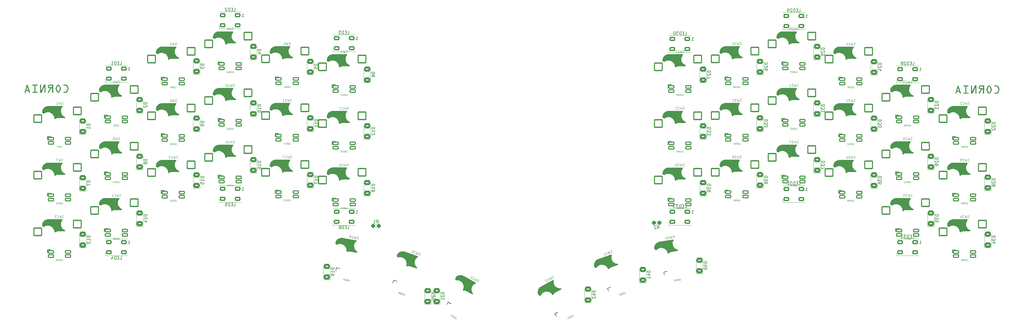
<source format=gbo>
G04 #@! TF.GenerationSoftware,KiCad,Pcbnew,8.0.1*
G04 #@! TF.CreationDate,2024-04-22T22:15:04+02:00*
G04 #@! TF.ProjectId,cornia,636f726e-6961-42e6-9b69-6361645f7063,3.0.1*
G04 #@! TF.SameCoordinates,Original*
G04 #@! TF.FileFunction,Legend,Bot*
G04 #@! TF.FilePolarity,Positive*
%FSLAX46Y46*%
G04 Gerber Fmt 4.6, Leading zero omitted, Abs format (unit mm)*
G04 Created by KiCad (PCBNEW 8.0.1) date 2024-04-22 22:15:04*
%MOMM*%
%LPD*%
G01*
G04 APERTURE LIST*
G04 Aperture macros list*
%AMRoundRect*
0 Rectangle with rounded corners*
0 $1 Rounding radius*
0 $2 $3 $4 $5 $6 $7 $8 $9 X,Y pos of 4 corners*
0 Add a 4 corners polygon primitive as box body*
4,1,4,$2,$3,$4,$5,$6,$7,$8,$9,$2,$3,0*
0 Add four circle primitives for the rounded corners*
1,1,$1+$1,$2,$3*
1,1,$1+$1,$4,$5*
1,1,$1+$1,$6,$7*
1,1,$1+$1,$8,$9*
0 Add four rect primitives between the rounded corners*
20,1,$1+$1,$2,$3,$4,$5,0*
20,1,$1+$1,$4,$5,$6,$7,0*
20,1,$1+$1,$6,$7,$8,$9,0*
20,1,$1+$1,$8,$9,$2,$3,0*%
G04 Aperture macros list end*
%ADD10C,0.150000*%
%ADD11C,0.100000*%
%ADD12C,0.120000*%
%ADD13C,0.050000*%
%ADD14C,0.400000*%
%ADD15C,1.600000*%
%ADD16O,2.900000X2.100000*%
%ADD17C,1.800000*%
%ADD18C,2.400000*%
%ADD19C,4.700000*%
%ADD20C,2.600000*%
%ADD21C,1.924000*%
%ADD22C,0.900000*%
%ADD23RoundRect,0.326923X0.723077X-0.523077X0.723077X0.523077X-0.723077X0.523077X-0.723077X-0.523077X0*%
%ADD24RoundRect,0.200000X-0.850000X-0.412500X0.850000X-0.412500X0.850000X0.412500X-0.850000X0.412500X0*%
%ADD25RoundRect,0.200000X-0.943559X0.048508X0.545734X-0.771253X0.943559X-0.048508X-0.545734X0.771253X0*%
%ADD26C,2.300000*%
%ADD27C,3.400000*%
%ADD28C,4.500000*%
%ADD29RoundRect,0.200000X-1.275000X-1.250000X1.275000X-1.250000X1.275000X1.250000X-1.275000X1.250000X0*%
%ADD30RoundRect,0.200000X-1.469688X-1.013973X1.042874X-1.449323X1.469688X1.013973X-1.042874X1.449323X0*%
%ADD31RoundRect,0.200000X-1.616886X-0.757499X0.789365X-1.601571X1.616886X0.757499X-0.789365X1.601571X0*%
%ADD32RoundRect,0.200000X-1.719735X-0.480247X0.514204X-1.709889X1.719735X0.480247X-0.514204X1.709889X0*%
%ADD33RoundRect,0.200000X0.750000X0.450000X-0.750000X0.450000X-0.750000X-0.450000X0.750000X-0.450000X0*%
%ADD34RoundRect,0.200000X-0.767097X-0.551561X0.907945X-0.261327X0.767097X0.551561X-0.907945X0.261327X0*%
%ADD35RoundRect,0.200000X-0.665543X-0.670604X0.938625X-0.107889X0.665543X0.670604X-0.938625X0.107889X0*%
%ADD36RoundRect,0.200000X-0.514204X-1.709889X1.719735X-0.480247X0.514204X1.709889X-1.719735X0.480247X0*%
%ADD37RoundRect,0.200000X-1.042874X-1.449323X1.469688X-1.013973X1.042874X1.449323X-1.469688X1.013973X0*%
%ADD38RoundRect,0.200000X-0.789365X-1.601571X1.616886X-0.757499X0.789365X1.601571X-1.616886X0.757499X0*%
%ADD39RoundRect,0.200000X-0.907945X-0.261327X0.767097X-0.551561X0.907945X0.261327X-0.767097X0.551561X0*%
%ADD40RoundRect,0.200000X-0.938625X-0.107889X0.665543X-0.670604X0.938625X0.107889X-0.665543X0.670604X0*%
%ADD41RoundRect,0.200000X-0.545734X-0.771253X0.943559X0.048508X0.545734X0.771253X-0.943559X-0.048508X0*%
%ADD42RoundRect,0.337500X0.350000X0.337500X-0.350000X0.337500X-0.350000X-0.337500X0.350000X-0.337500X0*%
%ADD43RoundRect,0.337500X-0.350000X-0.337500X0.350000X-0.337500X0.350000X0.337500X-0.350000X0.337500X0*%
G04 APERTURE END LIST*
D10*
G36*
X362931435Y-83041737D02*
G01*
X362306418Y-83041737D01*
X362181854Y-83090097D01*
X362129098Y-83205868D01*
X362181854Y-83322372D01*
X362306418Y-83370000D01*
X362953417Y-83370000D01*
X363103308Y-83343910D01*
X363209139Y-83295994D01*
X363332015Y-83204726D01*
X363392322Y-83123803D01*
X363792391Y-82346378D01*
X363844577Y-82208714D01*
X363871024Y-82057486D01*
X363872991Y-82002728D01*
X363860415Y-81853074D01*
X363818741Y-81711383D01*
X363796788Y-81665673D01*
X363392322Y-80899239D01*
X363295063Y-80779541D01*
X363212803Y-80721186D01*
X363071464Y-80661841D01*
X362978330Y-80650111D01*
X362293961Y-80650111D01*
X362171596Y-80698471D01*
X362121038Y-80812044D01*
X362171596Y-80929281D01*
X362293961Y-80978374D01*
X362953417Y-80978374D01*
X363080972Y-81059088D01*
X363087506Y-81070697D01*
X363470724Y-81783642D01*
X363512559Y-81924833D01*
X363516153Y-81991004D01*
X363496976Y-82139668D01*
X363467060Y-82215952D01*
X363099963Y-82938422D01*
X362985932Y-83038577D01*
X362931435Y-83041737D01*
G37*
G36*
X360527407Y-80652327D02*
G01*
X360681280Y-80691711D01*
X360804814Y-80780325D01*
X360890054Y-80902170D01*
X361273271Y-81673733D01*
X361295224Y-81721868D01*
X361336898Y-81866926D01*
X361349474Y-82015184D01*
X361348284Y-82062171D01*
X361325363Y-82216524D01*
X361273271Y-82355170D01*
X360890054Y-83117941D01*
X360835859Y-83200005D01*
X360724457Y-83298192D01*
X360622316Y-83347279D01*
X360475329Y-83370000D01*
X360422405Y-83367784D01*
X360267387Y-83328400D01*
X360145285Y-83239786D01*
X360063536Y-83117941D01*
X359682517Y-82355170D01*
X359663626Y-82314916D01*
X359617344Y-82168977D01*
X359601917Y-82015184D01*
X359602038Y-82010788D01*
X359952894Y-82010788D01*
X359958955Y-82085516D01*
X360004185Y-82229141D01*
X360374945Y-82972861D01*
X360476062Y-83041737D01*
X360580842Y-82972861D01*
X360950137Y-82229141D01*
X360978088Y-82156396D01*
X360999230Y-82010788D01*
X360993429Y-81937642D01*
X360950137Y-81794633D01*
X360591100Y-81059706D01*
X360476062Y-80978374D01*
X360366885Y-81059706D01*
X360004185Y-81794633D01*
X359977137Y-81859505D01*
X359952894Y-82010788D01*
X359602038Y-82010788D01*
X359603176Y-81969618D01*
X359627419Y-81816626D01*
X359682517Y-81673733D01*
X360063536Y-80902170D01*
X360088197Y-80857124D01*
X360191237Y-80738972D01*
X360326333Y-80670049D01*
X360475329Y-80650111D01*
X360527407Y-80652327D01*
G37*
G36*
X358806174Y-83197808D02*
G01*
X358755615Y-83320174D01*
X358633250Y-83370000D01*
X358508686Y-83319441D01*
X358455929Y-83196343D01*
X358455929Y-81869371D01*
X358206802Y-81869371D01*
X357392740Y-83261556D01*
X357366955Y-83298301D01*
X357235936Y-83370000D01*
X357114303Y-83319441D01*
X357060814Y-83198541D01*
X357093787Y-83091563D01*
X357802336Y-81869371D01*
X357581784Y-81869371D01*
X357478653Y-81859983D01*
X357338381Y-81810696D01*
X357215420Y-81719162D01*
X357148742Y-81640165D01*
X357084445Y-81507072D01*
X357063951Y-81363056D01*
X357408860Y-81363056D01*
X357459419Y-81489818D01*
X357581784Y-81541109D01*
X358460326Y-81541109D01*
X358460326Y-80978374D01*
X357581784Y-80978374D01*
X357459419Y-81030397D01*
X357408860Y-81156427D01*
X357408860Y-81363056D01*
X357063951Y-81363056D01*
X357063012Y-81356461D01*
X357063012Y-81163021D01*
X357072629Y-81061584D01*
X357123119Y-80923339D01*
X357216885Y-80801786D01*
X357297165Y-80735428D01*
X357431495Y-80671440D01*
X357582517Y-80650111D01*
X358806174Y-80650111D01*
X358806174Y-83197808D01*
G37*
G36*
X354531435Y-80825966D02*
G01*
X354531435Y-83370000D01*
X354997451Y-83370000D01*
X355928749Y-81259741D01*
X355928749Y-83198541D01*
X355979307Y-83320174D01*
X356102405Y-83370000D01*
X356224771Y-83320174D01*
X356275329Y-83197808D01*
X356275329Y-80650111D01*
X355815908Y-80650111D01*
X354882412Y-82760369D01*
X354882412Y-80825966D01*
X354829656Y-80702868D01*
X354705092Y-80650111D01*
X354581994Y-80701402D01*
X354531435Y-80825966D01*
G37*
G36*
X353570828Y-80650111D02*
G01*
X352169118Y-80650111D01*
X352048951Y-80698471D01*
X351996195Y-80812044D01*
X352048218Y-80929281D01*
X352169118Y-80978374D01*
X352693019Y-80978374D01*
X352693019Y-83041737D01*
X352169118Y-83041737D01*
X352046753Y-83090097D01*
X351996195Y-83205868D01*
X352048218Y-83322372D01*
X352169118Y-83370000D01*
X353570828Y-83370000D01*
X353693194Y-83322372D01*
X353743752Y-83205868D01*
X353693194Y-83090097D01*
X353570828Y-83041737D01*
X353039600Y-83041737D01*
X353039600Y-80978374D01*
X353570828Y-80978374D01*
X353693194Y-80930013D01*
X353743752Y-80816441D01*
X353693194Y-80698471D01*
X353570828Y-80650111D01*
G37*
G36*
X350400383Y-80666129D02*
G01*
X350493368Y-80785666D01*
X351194590Y-83129665D01*
X351204848Y-83192679D01*
X351155755Y-83318709D01*
X351029726Y-83370000D01*
X350930075Y-83339225D01*
X350878784Y-83274012D01*
X350726376Y-82760369D01*
X349937227Y-82760369D01*
X349797276Y-83241039D01*
X349759896Y-83314461D01*
X349623620Y-83370000D01*
X349510779Y-83319441D01*
X349460954Y-83197076D01*
X349469014Y-83145785D01*
X349676090Y-82432107D01*
X350038344Y-82432107D01*
X350621596Y-82432107D01*
X350324841Y-81447320D01*
X350038344Y-82432107D01*
X349676090Y-82432107D01*
X350159977Y-80764417D01*
X350186001Y-80709162D01*
X350320444Y-80650111D01*
X350400383Y-80666129D01*
G37*
G36*
X58131435Y-82741737D02*
G01*
X57506418Y-82741737D01*
X57381854Y-82790097D01*
X57329098Y-82905868D01*
X57381854Y-83022372D01*
X57506418Y-83070000D01*
X58153417Y-83070000D01*
X58303308Y-83043910D01*
X58409139Y-82995994D01*
X58532015Y-82904726D01*
X58592322Y-82823803D01*
X58992391Y-82046378D01*
X59044577Y-81908714D01*
X59071024Y-81757486D01*
X59072991Y-81702728D01*
X59060415Y-81553074D01*
X59018741Y-81411383D01*
X58996788Y-81365673D01*
X58592322Y-80599239D01*
X58495063Y-80479541D01*
X58412803Y-80421186D01*
X58271464Y-80361841D01*
X58178330Y-80350111D01*
X57493961Y-80350111D01*
X57371596Y-80398471D01*
X57321038Y-80512044D01*
X57371596Y-80629281D01*
X57493961Y-80678374D01*
X58153417Y-80678374D01*
X58280972Y-80759088D01*
X58287506Y-80770697D01*
X58670724Y-81483642D01*
X58712559Y-81624833D01*
X58716153Y-81691004D01*
X58696976Y-81839668D01*
X58667060Y-81915952D01*
X58299963Y-82638422D01*
X58185932Y-82738577D01*
X58131435Y-82741737D01*
G37*
G36*
X55727407Y-80352327D02*
G01*
X55881280Y-80391711D01*
X56004814Y-80480325D01*
X56090054Y-80602170D01*
X56473271Y-81373733D01*
X56495224Y-81421868D01*
X56536898Y-81566926D01*
X56549474Y-81715184D01*
X56548284Y-81762171D01*
X56525363Y-81916524D01*
X56473271Y-82055170D01*
X56090054Y-82817941D01*
X56035859Y-82900005D01*
X55924457Y-82998192D01*
X55822316Y-83047279D01*
X55675329Y-83070000D01*
X55622405Y-83067784D01*
X55467387Y-83028400D01*
X55345285Y-82939786D01*
X55263536Y-82817941D01*
X54882517Y-82055170D01*
X54863626Y-82014916D01*
X54817344Y-81868977D01*
X54801917Y-81715184D01*
X54802038Y-81710788D01*
X55152894Y-81710788D01*
X55158955Y-81785516D01*
X55204185Y-81929141D01*
X55574945Y-82672861D01*
X55676062Y-82741737D01*
X55780842Y-82672861D01*
X56150137Y-81929141D01*
X56178088Y-81856396D01*
X56199230Y-81710788D01*
X56193429Y-81637642D01*
X56150137Y-81494633D01*
X55791100Y-80759706D01*
X55676062Y-80678374D01*
X55566885Y-80759706D01*
X55204185Y-81494633D01*
X55177137Y-81559505D01*
X55152894Y-81710788D01*
X54802038Y-81710788D01*
X54803176Y-81669618D01*
X54827419Y-81516626D01*
X54882517Y-81373733D01*
X55263536Y-80602170D01*
X55288197Y-80557124D01*
X55391237Y-80438972D01*
X55526333Y-80370049D01*
X55675329Y-80350111D01*
X55727407Y-80352327D01*
G37*
G36*
X54006174Y-82897808D02*
G01*
X53955615Y-83020174D01*
X53833250Y-83070000D01*
X53708686Y-83019441D01*
X53655929Y-82896343D01*
X53655929Y-81569371D01*
X53406802Y-81569371D01*
X52592740Y-82961556D01*
X52566955Y-82998301D01*
X52435936Y-83070000D01*
X52314303Y-83019441D01*
X52260814Y-82898541D01*
X52293787Y-82791563D01*
X53002336Y-81569371D01*
X52781784Y-81569371D01*
X52678653Y-81559983D01*
X52538381Y-81510696D01*
X52415420Y-81419162D01*
X52348742Y-81340165D01*
X52284445Y-81207072D01*
X52263951Y-81063056D01*
X52608860Y-81063056D01*
X52659419Y-81189818D01*
X52781784Y-81241109D01*
X53660326Y-81241109D01*
X53660326Y-80678374D01*
X52781784Y-80678374D01*
X52659419Y-80730397D01*
X52608860Y-80856427D01*
X52608860Y-81063056D01*
X52263951Y-81063056D01*
X52263012Y-81056461D01*
X52263012Y-80863021D01*
X52272629Y-80761584D01*
X52323119Y-80623339D01*
X52416885Y-80501786D01*
X52497165Y-80435428D01*
X52631495Y-80371440D01*
X52782517Y-80350111D01*
X54006174Y-80350111D01*
X54006174Y-82897808D01*
G37*
G36*
X49731435Y-80525966D02*
G01*
X49731435Y-83070000D01*
X50197451Y-83070000D01*
X51128749Y-80959741D01*
X51128749Y-82898541D01*
X51179307Y-83020174D01*
X51302405Y-83070000D01*
X51424771Y-83020174D01*
X51475329Y-82897808D01*
X51475329Y-80350111D01*
X51015908Y-80350111D01*
X50082412Y-82460369D01*
X50082412Y-80525966D01*
X50029656Y-80402868D01*
X49905092Y-80350111D01*
X49781994Y-80401402D01*
X49731435Y-80525966D01*
G37*
G36*
X48770828Y-80350111D02*
G01*
X47369118Y-80350111D01*
X47248951Y-80398471D01*
X47196195Y-80512044D01*
X47248218Y-80629281D01*
X47369118Y-80678374D01*
X47893019Y-80678374D01*
X47893019Y-82741737D01*
X47369118Y-82741737D01*
X47246753Y-82790097D01*
X47196195Y-82905868D01*
X47248218Y-83022372D01*
X47369118Y-83070000D01*
X48770828Y-83070000D01*
X48893194Y-83022372D01*
X48943752Y-82905868D01*
X48893194Y-82790097D01*
X48770828Y-82741737D01*
X48239600Y-82741737D01*
X48239600Y-80678374D01*
X48770828Y-80678374D01*
X48893194Y-80630013D01*
X48943752Y-80516441D01*
X48893194Y-80398471D01*
X48770828Y-80350111D01*
G37*
G36*
X45600383Y-80366129D02*
G01*
X45693368Y-80485666D01*
X46394590Y-82829665D01*
X46404848Y-82892679D01*
X46355755Y-83018709D01*
X46229726Y-83070000D01*
X46130075Y-83039225D01*
X46078784Y-82974012D01*
X45926376Y-82460369D01*
X45137227Y-82460369D01*
X44997276Y-82941039D01*
X44959896Y-83014461D01*
X44823620Y-83070000D01*
X44710779Y-83019441D01*
X44660954Y-82897076D01*
X44669014Y-82845785D01*
X44876090Y-82132107D01*
X45238344Y-82132107D01*
X45821596Y-82132107D01*
X45524841Y-81147320D01*
X45238344Y-82132107D01*
X44876090Y-82132107D01*
X45359977Y-80464417D01*
X45386001Y-80409162D01*
X45520444Y-80350111D01*
X45600383Y-80366129D01*
G37*
X66141319Y-93313280D02*
X65141319Y-93313280D01*
X65141319Y-93313280D02*
X65141319Y-93551375D01*
X65141319Y-93551375D02*
X65188938Y-93694232D01*
X65188938Y-93694232D02*
X65284176Y-93789470D01*
X65284176Y-93789470D02*
X65379414Y-93837089D01*
X65379414Y-93837089D02*
X65569890Y-93884708D01*
X65569890Y-93884708D02*
X65712747Y-93884708D01*
X65712747Y-93884708D02*
X65903223Y-93837089D01*
X65903223Y-93837089D02*
X65998461Y-93789470D01*
X65998461Y-93789470D02*
X66093700Y-93694232D01*
X66093700Y-93694232D02*
X66141319Y-93551375D01*
X66141319Y-93551375D02*
X66141319Y-93313280D01*
X66141319Y-94837089D02*
X66141319Y-94265661D01*
X66141319Y-94551375D02*
X65141319Y-94551375D01*
X65141319Y-94551375D02*
X65284176Y-94456137D01*
X65284176Y-94456137D02*
X65379414Y-94360899D01*
X65379414Y-94360899D02*
X65427033Y-94265661D01*
X84781319Y-86316405D02*
X83781319Y-86316405D01*
X83781319Y-86316405D02*
X83781319Y-86554500D01*
X83781319Y-86554500D02*
X83828938Y-86697357D01*
X83828938Y-86697357D02*
X83924176Y-86792595D01*
X83924176Y-86792595D02*
X84019414Y-86840214D01*
X84019414Y-86840214D02*
X84209890Y-86887833D01*
X84209890Y-86887833D02*
X84352747Y-86887833D01*
X84352747Y-86887833D02*
X84543223Y-86840214D01*
X84543223Y-86840214D02*
X84638461Y-86792595D01*
X84638461Y-86792595D02*
X84733700Y-86697357D01*
X84733700Y-86697357D02*
X84781319Y-86554500D01*
X84781319Y-86554500D02*
X84781319Y-86316405D01*
X83876557Y-87268786D02*
X83828938Y-87316405D01*
X83828938Y-87316405D02*
X83781319Y-87411643D01*
X83781319Y-87411643D02*
X83781319Y-87649738D01*
X83781319Y-87649738D02*
X83828938Y-87744976D01*
X83828938Y-87744976D02*
X83876557Y-87792595D01*
X83876557Y-87792595D02*
X83971795Y-87840214D01*
X83971795Y-87840214D02*
X84067033Y-87840214D01*
X84067033Y-87840214D02*
X84209890Y-87792595D01*
X84209890Y-87792595D02*
X84781319Y-87221167D01*
X84781319Y-87221167D02*
X84781319Y-87840214D01*
X103394319Y-73566405D02*
X102394319Y-73566405D01*
X102394319Y-73566405D02*
X102394319Y-73804500D01*
X102394319Y-73804500D02*
X102441938Y-73947357D01*
X102441938Y-73947357D02*
X102537176Y-74042595D01*
X102537176Y-74042595D02*
X102632414Y-74090214D01*
X102632414Y-74090214D02*
X102822890Y-74137833D01*
X102822890Y-74137833D02*
X102965747Y-74137833D01*
X102965747Y-74137833D02*
X103156223Y-74090214D01*
X103156223Y-74090214D02*
X103251461Y-74042595D01*
X103251461Y-74042595D02*
X103346700Y-73947357D01*
X103346700Y-73947357D02*
X103394319Y-73804500D01*
X103394319Y-73804500D02*
X103394319Y-73566405D01*
X102394319Y-74471167D02*
X102394319Y-75090214D01*
X102394319Y-75090214D02*
X102775271Y-74756881D01*
X102775271Y-74756881D02*
X102775271Y-74899738D01*
X102775271Y-74899738D02*
X102822890Y-74994976D01*
X102822890Y-74994976D02*
X102870509Y-75042595D01*
X102870509Y-75042595D02*
X102965747Y-75090214D01*
X102965747Y-75090214D02*
X103203842Y-75090214D01*
X103203842Y-75090214D02*
X103299080Y-75042595D01*
X103299080Y-75042595D02*
X103346700Y-74994976D01*
X103346700Y-74994976D02*
X103394319Y-74899738D01*
X103394319Y-74899738D02*
X103394319Y-74614024D01*
X103394319Y-74614024D02*
X103346700Y-74518786D01*
X103346700Y-74518786D02*
X103299080Y-74471167D01*
X122034319Y-68816405D02*
X121034319Y-68816405D01*
X121034319Y-68816405D02*
X121034319Y-69054500D01*
X121034319Y-69054500D02*
X121081938Y-69197357D01*
X121081938Y-69197357D02*
X121177176Y-69292595D01*
X121177176Y-69292595D02*
X121272414Y-69340214D01*
X121272414Y-69340214D02*
X121462890Y-69387833D01*
X121462890Y-69387833D02*
X121605747Y-69387833D01*
X121605747Y-69387833D02*
X121796223Y-69340214D01*
X121796223Y-69340214D02*
X121891461Y-69292595D01*
X121891461Y-69292595D02*
X121986700Y-69197357D01*
X121986700Y-69197357D02*
X122034319Y-69054500D01*
X122034319Y-69054500D02*
X122034319Y-68816405D01*
X121367652Y-70244976D02*
X122034319Y-70244976D01*
X120986700Y-70006881D02*
X121700985Y-69768786D01*
X121700985Y-69768786D02*
X121700985Y-70387833D01*
X140674319Y-73716405D02*
X139674319Y-73716405D01*
X139674319Y-73716405D02*
X139674319Y-73954500D01*
X139674319Y-73954500D02*
X139721938Y-74097357D01*
X139721938Y-74097357D02*
X139817176Y-74192595D01*
X139817176Y-74192595D02*
X139912414Y-74240214D01*
X139912414Y-74240214D02*
X140102890Y-74287833D01*
X140102890Y-74287833D02*
X140245747Y-74287833D01*
X140245747Y-74287833D02*
X140436223Y-74240214D01*
X140436223Y-74240214D02*
X140531461Y-74192595D01*
X140531461Y-74192595D02*
X140626700Y-74097357D01*
X140626700Y-74097357D02*
X140674319Y-73954500D01*
X140674319Y-73954500D02*
X140674319Y-73716405D01*
X139674319Y-75192595D02*
X139674319Y-74716405D01*
X139674319Y-74716405D02*
X140150509Y-74668786D01*
X140150509Y-74668786D02*
X140102890Y-74716405D01*
X140102890Y-74716405D02*
X140055271Y-74811643D01*
X140055271Y-74811643D02*
X140055271Y-75049738D01*
X140055271Y-75049738D02*
X140102890Y-75144976D01*
X140102890Y-75144976D02*
X140150509Y-75192595D01*
X140150509Y-75192595D02*
X140245747Y-75240214D01*
X140245747Y-75240214D02*
X140483842Y-75240214D01*
X140483842Y-75240214D02*
X140579080Y-75192595D01*
X140579080Y-75192595D02*
X140626700Y-75144976D01*
X140626700Y-75144976D02*
X140674319Y-75049738D01*
X140674319Y-75049738D02*
X140674319Y-74811643D01*
X140674319Y-74811643D02*
X140626700Y-74716405D01*
X140626700Y-74716405D02*
X140579080Y-74668786D01*
X159314319Y-76316405D02*
X158314319Y-76316405D01*
X158314319Y-76316405D02*
X158314319Y-76554500D01*
X158314319Y-76554500D02*
X158361938Y-76697357D01*
X158361938Y-76697357D02*
X158457176Y-76792595D01*
X158457176Y-76792595D02*
X158552414Y-76840214D01*
X158552414Y-76840214D02*
X158742890Y-76887833D01*
X158742890Y-76887833D02*
X158885747Y-76887833D01*
X158885747Y-76887833D02*
X159076223Y-76840214D01*
X159076223Y-76840214D02*
X159171461Y-76792595D01*
X159171461Y-76792595D02*
X159266700Y-76697357D01*
X159266700Y-76697357D02*
X159314319Y-76554500D01*
X159314319Y-76554500D02*
X159314319Y-76316405D01*
X158314319Y-77744976D02*
X158314319Y-77554500D01*
X158314319Y-77554500D02*
X158361938Y-77459262D01*
X158361938Y-77459262D02*
X158409557Y-77411643D01*
X158409557Y-77411643D02*
X158552414Y-77316405D01*
X158552414Y-77316405D02*
X158742890Y-77268786D01*
X158742890Y-77268786D02*
X159123842Y-77268786D01*
X159123842Y-77268786D02*
X159219080Y-77316405D01*
X159219080Y-77316405D02*
X159266700Y-77364024D01*
X159266700Y-77364024D02*
X159314319Y-77459262D01*
X159314319Y-77459262D02*
X159314319Y-77649738D01*
X159314319Y-77649738D02*
X159266700Y-77744976D01*
X159266700Y-77744976D02*
X159219080Y-77792595D01*
X159219080Y-77792595D02*
X159123842Y-77840214D01*
X159123842Y-77840214D02*
X158885747Y-77840214D01*
X158885747Y-77840214D02*
X158790509Y-77792595D01*
X158790509Y-77792595D02*
X158742890Y-77744976D01*
X158742890Y-77744976D02*
X158695271Y-77649738D01*
X158695271Y-77649738D02*
X158695271Y-77459262D01*
X158695271Y-77459262D02*
X158742890Y-77364024D01*
X158742890Y-77364024D02*
X158790509Y-77316405D01*
X158790509Y-77316405D02*
X158885747Y-77268786D01*
X66141319Y-111913280D02*
X65141319Y-111913280D01*
X65141319Y-111913280D02*
X65141319Y-112151375D01*
X65141319Y-112151375D02*
X65188938Y-112294232D01*
X65188938Y-112294232D02*
X65284176Y-112389470D01*
X65284176Y-112389470D02*
X65379414Y-112437089D01*
X65379414Y-112437089D02*
X65569890Y-112484708D01*
X65569890Y-112484708D02*
X65712747Y-112484708D01*
X65712747Y-112484708D02*
X65903223Y-112437089D01*
X65903223Y-112437089D02*
X65998461Y-112389470D01*
X65998461Y-112389470D02*
X66093700Y-112294232D01*
X66093700Y-112294232D02*
X66141319Y-112151375D01*
X66141319Y-112151375D02*
X66141319Y-111913280D01*
X65141319Y-112818042D02*
X65141319Y-113484708D01*
X65141319Y-113484708D02*
X66141319Y-113056137D01*
X84781319Y-104916405D02*
X83781319Y-104916405D01*
X83781319Y-104916405D02*
X83781319Y-105154500D01*
X83781319Y-105154500D02*
X83828938Y-105297357D01*
X83828938Y-105297357D02*
X83924176Y-105392595D01*
X83924176Y-105392595D02*
X84019414Y-105440214D01*
X84019414Y-105440214D02*
X84209890Y-105487833D01*
X84209890Y-105487833D02*
X84352747Y-105487833D01*
X84352747Y-105487833D02*
X84543223Y-105440214D01*
X84543223Y-105440214D02*
X84638461Y-105392595D01*
X84638461Y-105392595D02*
X84733700Y-105297357D01*
X84733700Y-105297357D02*
X84781319Y-105154500D01*
X84781319Y-105154500D02*
X84781319Y-104916405D01*
X84209890Y-106059262D02*
X84162271Y-105964024D01*
X84162271Y-105964024D02*
X84114652Y-105916405D01*
X84114652Y-105916405D02*
X84019414Y-105868786D01*
X84019414Y-105868786D02*
X83971795Y-105868786D01*
X83971795Y-105868786D02*
X83876557Y-105916405D01*
X83876557Y-105916405D02*
X83828938Y-105964024D01*
X83828938Y-105964024D02*
X83781319Y-106059262D01*
X83781319Y-106059262D02*
X83781319Y-106249738D01*
X83781319Y-106249738D02*
X83828938Y-106344976D01*
X83828938Y-106344976D02*
X83876557Y-106392595D01*
X83876557Y-106392595D02*
X83971795Y-106440214D01*
X83971795Y-106440214D02*
X84019414Y-106440214D01*
X84019414Y-106440214D02*
X84114652Y-106392595D01*
X84114652Y-106392595D02*
X84162271Y-106344976D01*
X84162271Y-106344976D02*
X84209890Y-106249738D01*
X84209890Y-106249738D02*
X84209890Y-106059262D01*
X84209890Y-106059262D02*
X84257509Y-105964024D01*
X84257509Y-105964024D02*
X84305128Y-105916405D01*
X84305128Y-105916405D02*
X84400366Y-105868786D01*
X84400366Y-105868786D02*
X84590842Y-105868786D01*
X84590842Y-105868786D02*
X84686080Y-105916405D01*
X84686080Y-105916405D02*
X84733700Y-105964024D01*
X84733700Y-105964024D02*
X84781319Y-106059262D01*
X84781319Y-106059262D02*
X84781319Y-106249738D01*
X84781319Y-106249738D02*
X84733700Y-106344976D01*
X84733700Y-106344976D02*
X84686080Y-106392595D01*
X84686080Y-106392595D02*
X84590842Y-106440214D01*
X84590842Y-106440214D02*
X84400366Y-106440214D01*
X84400366Y-106440214D02*
X84305128Y-106392595D01*
X84305128Y-106392595D02*
X84257509Y-106344976D01*
X84257509Y-106344976D02*
X84209890Y-106249738D01*
X103394319Y-92416405D02*
X102394319Y-92416405D01*
X102394319Y-92416405D02*
X102394319Y-92654500D01*
X102394319Y-92654500D02*
X102441938Y-92797357D01*
X102441938Y-92797357D02*
X102537176Y-92892595D01*
X102537176Y-92892595D02*
X102632414Y-92940214D01*
X102632414Y-92940214D02*
X102822890Y-92987833D01*
X102822890Y-92987833D02*
X102965747Y-92987833D01*
X102965747Y-92987833D02*
X103156223Y-92940214D01*
X103156223Y-92940214D02*
X103251461Y-92892595D01*
X103251461Y-92892595D02*
X103346700Y-92797357D01*
X103346700Y-92797357D02*
X103394319Y-92654500D01*
X103394319Y-92654500D02*
X103394319Y-92416405D01*
X103394319Y-93464024D02*
X103394319Y-93654500D01*
X103394319Y-93654500D02*
X103346700Y-93749738D01*
X103346700Y-93749738D02*
X103299080Y-93797357D01*
X103299080Y-93797357D02*
X103156223Y-93892595D01*
X103156223Y-93892595D02*
X102965747Y-93940214D01*
X102965747Y-93940214D02*
X102584795Y-93940214D01*
X102584795Y-93940214D02*
X102489557Y-93892595D01*
X102489557Y-93892595D02*
X102441938Y-93844976D01*
X102441938Y-93844976D02*
X102394319Y-93749738D01*
X102394319Y-93749738D02*
X102394319Y-93559262D01*
X102394319Y-93559262D02*
X102441938Y-93464024D01*
X102441938Y-93464024D02*
X102489557Y-93416405D01*
X102489557Y-93416405D02*
X102584795Y-93368786D01*
X102584795Y-93368786D02*
X102822890Y-93368786D01*
X102822890Y-93368786D02*
X102918128Y-93416405D01*
X102918128Y-93416405D02*
X102965747Y-93464024D01*
X102965747Y-93464024D02*
X103013366Y-93559262D01*
X103013366Y-93559262D02*
X103013366Y-93749738D01*
X103013366Y-93749738D02*
X102965747Y-93844976D01*
X102965747Y-93844976D02*
X102918128Y-93892595D01*
X102918128Y-93892595D02*
X102822890Y-93940214D01*
X122034319Y-86940214D02*
X121034319Y-86940214D01*
X121034319Y-86940214D02*
X121034319Y-87178309D01*
X121034319Y-87178309D02*
X121081938Y-87321166D01*
X121081938Y-87321166D02*
X121177176Y-87416404D01*
X121177176Y-87416404D02*
X121272414Y-87464023D01*
X121272414Y-87464023D02*
X121462890Y-87511642D01*
X121462890Y-87511642D02*
X121605747Y-87511642D01*
X121605747Y-87511642D02*
X121796223Y-87464023D01*
X121796223Y-87464023D02*
X121891461Y-87416404D01*
X121891461Y-87416404D02*
X121986700Y-87321166D01*
X121986700Y-87321166D02*
X122034319Y-87178309D01*
X122034319Y-87178309D02*
X122034319Y-86940214D01*
X122034319Y-88464023D02*
X122034319Y-87892595D01*
X122034319Y-88178309D02*
X121034319Y-88178309D01*
X121034319Y-88178309D02*
X121177176Y-88083071D01*
X121177176Y-88083071D02*
X121272414Y-87987833D01*
X121272414Y-87987833D02*
X121320033Y-87892595D01*
X121034319Y-89083071D02*
X121034319Y-89178309D01*
X121034319Y-89178309D02*
X121081938Y-89273547D01*
X121081938Y-89273547D02*
X121129557Y-89321166D01*
X121129557Y-89321166D02*
X121224795Y-89368785D01*
X121224795Y-89368785D02*
X121415271Y-89416404D01*
X121415271Y-89416404D02*
X121653366Y-89416404D01*
X121653366Y-89416404D02*
X121843842Y-89368785D01*
X121843842Y-89368785D02*
X121939080Y-89321166D01*
X121939080Y-89321166D02*
X121986700Y-89273547D01*
X121986700Y-89273547D02*
X122034319Y-89178309D01*
X122034319Y-89178309D02*
X122034319Y-89083071D01*
X122034319Y-89083071D02*
X121986700Y-88987833D01*
X121986700Y-88987833D02*
X121939080Y-88940214D01*
X121939080Y-88940214D02*
X121843842Y-88892595D01*
X121843842Y-88892595D02*
X121653366Y-88844976D01*
X121653366Y-88844976D02*
X121415271Y-88844976D01*
X121415271Y-88844976D02*
X121224795Y-88892595D01*
X121224795Y-88892595D02*
X121129557Y-88940214D01*
X121129557Y-88940214D02*
X121081938Y-88987833D01*
X121081938Y-88987833D02*
X121034319Y-89083071D01*
X140674319Y-91840214D02*
X139674319Y-91840214D01*
X139674319Y-91840214D02*
X139674319Y-92078309D01*
X139674319Y-92078309D02*
X139721938Y-92221166D01*
X139721938Y-92221166D02*
X139817176Y-92316404D01*
X139817176Y-92316404D02*
X139912414Y-92364023D01*
X139912414Y-92364023D02*
X140102890Y-92411642D01*
X140102890Y-92411642D02*
X140245747Y-92411642D01*
X140245747Y-92411642D02*
X140436223Y-92364023D01*
X140436223Y-92364023D02*
X140531461Y-92316404D01*
X140531461Y-92316404D02*
X140626700Y-92221166D01*
X140626700Y-92221166D02*
X140674319Y-92078309D01*
X140674319Y-92078309D02*
X140674319Y-91840214D01*
X140674319Y-93364023D02*
X140674319Y-92792595D01*
X140674319Y-93078309D02*
X139674319Y-93078309D01*
X139674319Y-93078309D02*
X139817176Y-92983071D01*
X139817176Y-92983071D02*
X139912414Y-92887833D01*
X139912414Y-92887833D02*
X139960033Y-92792595D01*
X140674319Y-94316404D02*
X140674319Y-93744976D01*
X140674319Y-94030690D02*
X139674319Y-94030690D01*
X139674319Y-94030690D02*
X139817176Y-93935452D01*
X139817176Y-93935452D02*
X139912414Y-93840214D01*
X139912414Y-93840214D02*
X139960033Y-93744976D01*
X159314319Y-94440214D02*
X158314319Y-94440214D01*
X158314319Y-94440214D02*
X158314319Y-94678309D01*
X158314319Y-94678309D02*
X158361938Y-94821166D01*
X158361938Y-94821166D02*
X158457176Y-94916404D01*
X158457176Y-94916404D02*
X158552414Y-94964023D01*
X158552414Y-94964023D02*
X158742890Y-95011642D01*
X158742890Y-95011642D02*
X158885747Y-95011642D01*
X158885747Y-95011642D02*
X159076223Y-94964023D01*
X159076223Y-94964023D02*
X159171461Y-94916404D01*
X159171461Y-94916404D02*
X159266700Y-94821166D01*
X159266700Y-94821166D02*
X159314319Y-94678309D01*
X159314319Y-94678309D02*
X159314319Y-94440214D01*
X159314319Y-95964023D02*
X159314319Y-95392595D01*
X159314319Y-95678309D02*
X158314319Y-95678309D01*
X158314319Y-95678309D02*
X158457176Y-95583071D01*
X158457176Y-95583071D02*
X158552414Y-95487833D01*
X158552414Y-95487833D02*
X158600033Y-95392595D01*
X158409557Y-96344976D02*
X158361938Y-96392595D01*
X158361938Y-96392595D02*
X158314319Y-96487833D01*
X158314319Y-96487833D02*
X158314319Y-96725928D01*
X158314319Y-96725928D02*
X158361938Y-96821166D01*
X158361938Y-96821166D02*
X158409557Y-96868785D01*
X158409557Y-96868785D02*
X158504795Y-96916404D01*
X158504795Y-96916404D02*
X158600033Y-96916404D01*
X158600033Y-96916404D02*
X158742890Y-96868785D01*
X158742890Y-96868785D02*
X159314319Y-96297357D01*
X159314319Y-96297357D02*
X159314319Y-96916404D01*
X66141319Y-130037089D02*
X65141319Y-130037089D01*
X65141319Y-130037089D02*
X65141319Y-130275184D01*
X65141319Y-130275184D02*
X65188938Y-130418041D01*
X65188938Y-130418041D02*
X65284176Y-130513279D01*
X65284176Y-130513279D02*
X65379414Y-130560898D01*
X65379414Y-130560898D02*
X65569890Y-130608517D01*
X65569890Y-130608517D02*
X65712747Y-130608517D01*
X65712747Y-130608517D02*
X65903223Y-130560898D01*
X65903223Y-130560898D02*
X65998461Y-130513279D01*
X65998461Y-130513279D02*
X66093700Y-130418041D01*
X66093700Y-130418041D02*
X66141319Y-130275184D01*
X66141319Y-130275184D02*
X66141319Y-130037089D01*
X66141319Y-131560898D02*
X66141319Y-130989470D01*
X66141319Y-131275184D02*
X65141319Y-131275184D01*
X65141319Y-131275184D02*
X65284176Y-131179946D01*
X65284176Y-131179946D02*
X65379414Y-131084708D01*
X65379414Y-131084708D02*
X65427033Y-130989470D01*
X65141319Y-131894232D02*
X65141319Y-132513279D01*
X65141319Y-132513279D02*
X65522271Y-132179946D01*
X65522271Y-132179946D02*
X65522271Y-132322803D01*
X65522271Y-132322803D02*
X65569890Y-132418041D01*
X65569890Y-132418041D02*
X65617509Y-132465660D01*
X65617509Y-132465660D02*
X65712747Y-132513279D01*
X65712747Y-132513279D02*
X65950842Y-132513279D01*
X65950842Y-132513279D02*
X66046080Y-132465660D01*
X66046080Y-132465660D02*
X66093700Y-132418041D01*
X66093700Y-132418041D02*
X66141319Y-132322803D01*
X66141319Y-132322803D02*
X66141319Y-132037089D01*
X66141319Y-132037089D02*
X66093700Y-131941851D01*
X66093700Y-131941851D02*
X66046080Y-131894232D01*
X84781319Y-123040214D02*
X83781319Y-123040214D01*
X83781319Y-123040214D02*
X83781319Y-123278309D01*
X83781319Y-123278309D02*
X83828938Y-123421166D01*
X83828938Y-123421166D02*
X83924176Y-123516404D01*
X83924176Y-123516404D02*
X84019414Y-123564023D01*
X84019414Y-123564023D02*
X84209890Y-123611642D01*
X84209890Y-123611642D02*
X84352747Y-123611642D01*
X84352747Y-123611642D02*
X84543223Y-123564023D01*
X84543223Y-123564023D02*
X84638461Y-123516404D01*
X84638461Y-123516404D02*
X84733700Y-123421166D01*
X84733700Y-123421166D02*
X84781319Y-123278309D01*
X84781319Y-123278309D02*
X84781319Y-123040214D01*
X84781319Y-124564023D02*
X84781319Y-123992595D01*
X84781319Y-124278309D02*
X83781319Y-124278309D01*
X83781319Y-124278309D02*
X83924176Y-124183071D01*
X83924176Y-124183071D02*
X84019414Y-124087833D01*
X84019414Y-124087833D02*
X84067033Y-123992595D01*
X84114652Y-125421166D02*
X84781319Y-125421166D01*
X83733700Y-125183071D02*
X84447985Y-124944976D01*
X84447985Y-124944976D02*
X84447985Y-125564023D01*
X103394319Y-110540214D02*
X102394319Y-110540214D01*
X102394319Y-110540214D02*
X102394319Y-110778309D01*
X102394319Y-110778309D02*
X102441938Y-110921166D01*
X102441938Y-110921166D02*
X102537176Y-111016404D01*
X102537176Y-111016404D02*
X102632414Y-111064023D01*
X102632414Y-111064023D02*
X102822890Y-111111642D01*
X102822890Y-111111642D02*
X102965747Y-111111642D01*
X102965747Y-111111642D02*
X103156223Y-111064023D01*
X103156223Y-111064023D02*
X103251461Y-111016404D01*
X103251461Y-111016404D02*
X103346700Y-110921166D01*
X103346700Y-110921166D02*
X103394319Y-110778309D01*
X103394319Y-110778309D02*
X103394319Y-110540214D01*
X103394319Y-112064023D02*
X103394319Y-111492595D01*
X103394319Y-111778309D02*
X102394319Y-111778309D01*
X102394319Y-111778309D02*
X102537176Y-111683071D01*
X102537176Y-111683071D02*
X102632414Y-111587833D01*
X102632414Y-111587833D02*
X102680033Y-111492595D01*
X102394319Y-112968785D02*
X102394319Y-112492595D01*
X102394319Y-112492595D02*
X102870509Y-112444976D01*
X102870509Y-112444976D02*
X102822890Y-112492595D01*
X102822890Y-112492595D02*
X102775271Y-112587833D01*
X102775271Y-112587833D02*
X102775271Y-112825928D01*
X102775271Y-112825928D02*
X102822890Y-112921166D01*
X102822890Y-112921166D02*
X102870509Y-112968785D01*
X102870509Y-112968785D02*
X102965747Y-113016404D01*
X102965747Y-113016404D02*
X103203842Y-113016404D01*
X103203842Y-113016404D02*
X103299080Y-112968785D01*
X103299080Y-112968785D02*
X103346700Y-112921166D01*
X103346700Y-112921166D02*
X103394319Y-112825928D01*
X103394319Y-112825928D02*
X103394319Y-112587833D01*
X103394319Y-112587833D02*
X103346700Y-112492595D01*
X103346700Y-112492595D02*
X103299080Y-112444976D01*
X122034319Y-105540214D02*
X121034319Y-105540214D01*
X121034319Y-105540214D02*
X121034319Y-105778309D01*
X121034319Y-105778309D02*
X121081938Y-105921166D01*
X121081938Y-105921166D02*
X121177176Y-106016404D01*
X121177176Y-106016404D02*
X121272414Y-106064023D01*
X121272414Y-106064023D02*
X121462890Y-106111642D01*
X121462890Y-106111642D02*
X121605747Y-106111642D01*
X121605747Y-106111642D02*
X121796223Y-106064023D01*
X121796223Y-106064023D02*
X121891461Y-106016404D01*
X121891461Y-106016404D02*
X121986700Y-105921166D01*
X121986700Y-105921166D02*
X122034319Y-105778309D01*
X122034319Y-105778309D02*
X122034319Y-105540214D01*
X122034319Y-107064023D02*
X122034319Y-106492595D01*
X122034319Y-106778309D02*
X121034319Y-106778309D01*
X121034319Y-106778309D02*
X121177176Y-106683071D01*
X121177176Y-106683071D02*
X121272414Y-106587833D01*
X121272414Y-106587833D02*
X121320033Y-106492595D01*
X121034319Y-107921166D02*
X121034319Y-107730690D01*
X121034319Y-107730690D02*
X121081938Y-107635452D01*
X121081938Y-107635452D02*
X121129557Y-107587833D01*
X121129557Y-107587833D02*
X121272414Y-107492595D01*
X121272414Y-107492595D02*
X121462890Y-107444976D01*
X121462890Y-107444976D02*
X121843842Y-107444976D01*
X121843842Y-107444976D02*
X121939080Y-107492595D01*
X121939080Y-107492595D02*
X121986700Y-107540214D01*
X121986700Y-107540214D02*
X122034319Y-107635452D01*
X122034319Y-107635452D02*
X122034319Y-107825928D01*
X122034319Y-107825928D02*
X121986700Y-107921166D01*
X121986700Y-107921166D02*
X121939080Y-107968785D01*
X121939080Y-107968785D02*
X121843842Y-108016404D01*
X121843842Y-108016404D02*
X121605747Y-108016404D01*
X121605747Y-108016404D02*
X121510509Y-107968785D01*
X121510509Y-107968785D02*
X121462890Y-107921166D01*
X121462890Y-107921166D02*
X121415271Y-107825928D01*
X121415271Y-107825928D02*
X121415271Y-107635452D01*
X121415271Y-107635452D02*
X121462890Y-107540214D01*
X121462890Y-107540214D02*
X121510509Y-107492595D01*
X121510509Y-107492595D02*
X121605747Y-107444976D01*
X140674319Y-110440214D02*
X139674319Y-110440214D01*
X139674319Y-110440214D02*
X139674319Y-110678309D01*
X139674319Y-110678309D02*
X139721938Y-110821166D01*
X139721938Y-110821166D02*
X139817176Y-110916404D01*
X139817176Y-110916404D02*
X139912414Y-110964023D01*
X139912414Y-110964023D02*
X140102890Y-111011642D01*
X140102890Y-111011642D02*
X140245747Y-111011642D01*
X140245747Y-111011642D02*
X140436223Y-110964023D01*
X140436223Y-110964023D02*
X140531461Y-110916404D01*
X140531461Y-110916404D02*
X140626700Y-110821166D01*
X140626700Y-110821166D02*
X140674319Y-110678309D01*
X140674319Y-110678309D02*
X140674319Y-110440214D01*
X140674319Y-111964023D02*
X140674319Y-111392595D01*
X140674319Y-111678309D02*
X139674319Y-111678309D01*
X139674319Y-111678309D02*
X139817176Y-111583071D01*
X139817176Y-111583071D02*
X139912414Y-111487833D01*
X139912414Y-111487833D02*
X139960033Y-111392595D01*
X139674319Y-112297357D02*
X139674319Y-112964023D01*
X139674319Y-112964023D02*
X140674319Y-112535452D01*
X159314319Y-113040214D02*
X158314319Y-113040214D01*
X158314319Y-113040214D02*
X158314319Y-113278309D01*
X158314319Y-113278309D02*
X158361938Y-113421166D01*
X158361938Y-113421166D02*
X158457176Y-113516404D01*
X158457176Y-113516404D02*
X158552414Y-113564023D01*
X158552414Y-113564023D02*
X158742890Y-113611642D01*
X158742890Y-113611642D02*
X158885747Y-113611642D01*
X158885747Y-113611642D02*
X159076223Y-113564023D01*
X159076223Y-113564023D02*
X159171461Y-113516404D01*
X159171461Y-113516404D02*
X159266700Y-113421166D01*
X159266700Y-113421166D02*
X159314319Y-113278309D01*
X159314319Y-113278309D02*
X159314319Y-113040214D01*
X159314319Y-114564023D02*
X159314319Y-113992595D01*
X159314319Y-114278309D02*
X158314319Y-114278309D01*
X158314319Y-114278309D02*
X158457176Y-114183071D01*
X158457176Y-114183071D02*
X158552414Y-114087833D01*
X158552414Y-114087833D02*
X158600033Y-113992595D01*
X158742890Y-115135452D02*
X158695271Y-115040214D01*
X158695271Y-115040214D02*
X158647652Y-114992595D01*
X158647652Y-114992595D02*
X158552414Y-114944976D01*
X158552414Y-114944976D02*
X158504795Y-114944976D01*
X158504795Y-114944976D02*
X158409557Y-114992595D01*
X158409557Y-114992595D02*
X158361938Y-115040214D01*
X158361938Y-115040214D02*
X158314319Y-115135452D01*
X158314319Y-115135452D02*
X158314319Y-115325928D01*
X158314319Y-115325928D02*
X158361938Y-115421166D01*
X158361938Y-115421166D02*
X158409557Y-115468785D01*
X158409557Y-115468785D02*
X158504795Y-115516404D01*
X158504795Y-115516404D02*
X158552414Y-115516404D01*
X158552414Y-115516404D02*
X158647652Y-115468785D01*
X158647652Y-115468785D02*
X158695271Y-115421166D01*
X158695271Y-115421166D02*
X158742890Y-115325928D01*
X158742890Y-115325928D02*
X158742890Y-115135452D01*
X158742890Y-115135452D02*
X158790509Y-115040214D01*
X158790509Y-115040214D02*
X158838128Y-114992595D01*
X158838128Y-114992595D02*
X158933366Y-114944976D01*
X158933366Y-114944976D02*
X159123842Y-114944976D01*
X159123842Y-114944976D02*
X159219080Y-114992595D01*
X159219080Y-114992595D02*
X159266700Y-115040214D01*
X159266700Y-115040214D02*
X159314319Y-115135452D01*
X159314319Y-115135452D02*
X159314319Y-115325928D01*
X159314319Y-115325928D02*
X159266700Y-115421166D01*
X159266700Y-115421166D02*
X159219080Y-115468785D01*
X159219080Y-115468785D02*
X159123842Y-115516404D01*
X159123842Y-115516404D02*
X158933366Y-115516404D01*
X158933366Y-115516404D02*
X158838128Y-115468785D01*
X158838128Y-115468785D02*
X158790509Y-115421166D01*
X158790509Y-115421166D02*
X158742890Y-115325928D01*
X146062319Y-140565714D02*
X145062319Y-140565714D01*
X145062319Y-140565714D02*
X145062319Y-140803809D01*
X145062319Y-140803809D02*
X145109938Y-140946666D01*
X145109938Y-140946666D02*
X145205176Y-141041904D01*
X145205176Y-141041904D02*
X145300414Y-141089523D01*
X145300414Y-141089523D02*
X145490890Y-141137142D01*
X145490890Y-141137142D02*
X145633747Y-141137142D01*
X145633747Y-141137142D02*
X145824223Y-141089523D01*
X145824223Y-141089523D02*
X145919461Y-141041904D01*
X145919461Y-141041904D02*
X146014700Y-140946666D01*
X146014700Y-140946666D02*
X146062319Y-140803809D01*
X146062319Y-140803809D02*
X146062319Y-140565714D01*
X146062319Y-142089523D02*
X146062319Y-141518095D01*
X146062319Y-141803809D02*
X145062319Y-141803809D01*
X145062319Y-141803809D02*
X145205176Y-141708571D01*
X145205176Y-141708571D02*
X145300414Y-141613333D01*
X145300414Y-141613333D02*
X145348033Y-141518095D01*
X146062319Y-142565714D02*
X146062319Y-142756190D01*
X146062319Y-142756190D02*
X146014700Y-142851428D01*
X146014700Y-142851428D02*
X145967080Y-142899047D01*
X145967080Y-142899047D02*
X145824223Y-142994285D01*
X145824223Y-142994285D02*
X145633747Y-143041904D01*
X145633747Y-143041904D02*
X145252795Y-143041904D01*
X145252795Y-143041904D02*
X145157557Y-142994285D01*
X145157557Y-142994285D02*
X145109938Y-142946666D01*
X145109938Y-142946666D02*
X145062319Y-142851428D01*
X145062319Y-142851428D02*
X145062319Y-142660952D01*
X145062319Y-142660952D02*
X145109938Y-142565714D01*
X145109938Y-142565714D02*
X145157557Y-142518095D01*
X145157557Y-142518095D02*
X145252795Y-142470476D01*
X145252795Y-142470476D02*
X145490890Y-142470476D01*
X145490890Y-142470476D02*
X145586128Y-142518095D01*
X145586128Y-142518095D02*
X145633747Y-142565714D01*
X145633747Y-142565714D02*
X145681366Y-142660952D01*
X145681366Y-142660952D02*
X145681366Y-142851428D01*
X145681366Y-142851428D02*
X145633747Y-142946666D01*
X145633747Y-142946666D02*
X145586128Y-142994285D01*
X145586128Y-142994285D02*
X145490890Y-143041904D01*
X179062319Y-148565714D02*
X178062319Y-148565714D01*
X178062319Y-148565714D02*
X178062319Y-148803809D01*
X178062319Y-148803809D02*
X178109938Y-148946666D01*
X178109938Y-148946666D02*
X178205176Y-149041904D01*
X178205176Y-149041904D02*
X178300414Y-149089523D01*
X178300414Y-149089523D02*
X178490890Y-149137142D01*
X178490890Y-149137142D02*
X178633747Y-149137142D01*
X178633747Y-149137142D02*
X178824223Y-149089523D01*
X178824223Y-149089523D02*
X178919461Y-149041904D01*
X178919461Y-149041904D02*
X179014700Y-148946666D01*
X179014700Y-148946666D02*
X179062319Y-148803809D01*
X179062319Y-148803809D02*
X179062319Y-148565714D01*
X178157557Y-149518095D02*
X178109938Y-149565714D01*
X178109938Y-149565714D02*
X178062319Y-149660952D01*
X178062319Y-149660952D02*
X178062319Y-149899047D01*
X178062319Y-149899047D02*
X178109938Y-149994285D01*
X178109938Y-149994285D02*
X178157557Y-150041904D01*
X178157557Y-150041904D02*
X178252795Y-150089523D01*
X178252795Y-150089523D02*
X178348033Y-150089523D01*
X178348033Y-150089523D02*
X178490890Y-150041904D01*
X178490890Y-150041904D02*
X179062319Y-149470476D01*
X179062319Y-149470476D02*
X179062319Y-150089523D01*
X178062319Y-150708571D02*
X178062319Y-150803809D01*
X178062319Y-150803809D02*
X178109938Y-150899047D01*
X178109938Y-150899047D02*
X178157557Y-150946666D01*
X178157557Y-150946666D02*
X178252795Y-150994285D01*
X178252795Y-150994285D02*
X178443271Y-151041904D01*
X178443271Y-151041904D02*
X178681366Y-151041904D01*
X178681366Y-151041904D02*
X178871842Y-150994285D01*
X178871842Y-150994285D02*
X178967080Y-150946666D01*
X178967080Y-150946666D02*
X179014700Y-150899047D01*
X179014700Y-150899047D02*
X179062319Y-150803809D01*
X179062319Y-150803809D02*
X179062319Y-150708571D01*
X179062319Y-150708571D02*
X179014700Y-150613333D01*
X179014700Y-150613333D02*
X178967080Y-150565714D01*
X178967080Y-150565714D02*
X178871842Y-150518095D01*
X178871842Y-150518095D02*
X178681366Y-150470476D01*
X178681366Y-150470476D02*
X178443271Y-150470476D01*
X178443271Y-150470476D02*
X178252795Y-150518095D01*
X178252795Y-150518095D02*
X178157557Y-150565714D01*
X178157557Y-150565714D02*
X178109938Y-150613333D01*
X178109938Y-150613333D02*
X178062319Y-150708571D01*
X182062319Y-148565714D02*
X181062319Y-148565714D01*
X181062319Y-148565714D02*
X181062319Y-148803809D01*
X181062319Y-148803809D02*
X181109938Y-148946666D01*
X181109938Y-148946666D02*
X181205176Y-149041904D01*
X181205176Y-149041904D02*
X181300414Y-149089523D01*
X181300414Y-149089523D02*
X181490890Y-149137142D01*
X181490890Y-149137142D02*
X181633747Y-149137142D01*
X181633747Y-149137142D02*
X181824223Y-149089523D01*
X181824223Y-149089523D02*
X181919461Y-149041904D01*
X181919461Y-149041904D02*
X182014700Y-148946666D01*
X182014700Y-148946666D02*
X182062319Y-148803809D01*
X182062319Y-148803809D02*
X182062319Y-148565714D01*
X181157557Y-149518095D02*
X181109938Y-149565714D01*
X181109938Y-149565714D02*
X181062319Y-149660952D01*
X181062319Y-149660952D02*
X181062319Y-149899047D01*
X181062319Y-149899047D02*
X181109938Y-149994285D01*
X181109938Y-149994285D02*
X181157557Y-150041904D01*
X181157557Y-150041904D02*
X181252795Y-150089523D01*
X181252795Y-150089523D02*
X181348033Y-150089523D01*
X181348033Y-150089523D02*
X181490890Y-150041904D01*
X181490890Y-150041904D02*
X182062319Y-149470476D01*
X182062319Y-149470476D02*
X182062319Y-150089523D01*
X182062319Y-151041904D02*
X182062319Y-150470476D01*
X182062319Y-150756190D02*
X181062319Y-150756190D01*
X181062319Y-150756190D02*
X181205176Y-150660952D01*
X181205176Y-150660952D02*
X181300414Y-150565714D01*
X181300414Y-150565714D02*
X181348033Y-150470476D01*
D11*
X56619023Y-100980609D02*
X56857118Y-100980609D01*
X56857118Y-100980609D02*
X56857118Y-100480609D01*
X56452356Y-100718704D02*
X56285689Y-100718704D01*
X56214261Y-100980609D02*
X56452356Y-100980609D01*
X56452356Y-100980609D02*
X56452356Y-100480609D01*
X56452356Y-100480609D02*
X56214261Y-100480609D01*
X55999975Y-100980609D02*
X55999975Y-100480609D01*
X55999975Y-100480609D02*
X55880927Y-100480609D01*
X55880927Y-100480609D02*
X55809499Y-100504419D01*
X55809499Y-100504419D02*
X55761880Y-100552038D01*
X55761880Y-100552038D02*
X55738070Y-100599657D01*
X55738070Y-100599657D02*
X55714261Y-100694895D01*
X55714261Y-100694895D02*
X55714261Y-100766323D01*
X55714261Y-100766323D02*
X55738070Y-100861561D01*
X55738070Y-100861561D02*
X55761880Y-100909180D01*
X55761880Y-100909180D02*
X55809499Y-100956800D01*
X55809499Y-100956800D02*
X55880927Y-100980609D01*
X55880927Y-100980609D02*
X55999975Y-100980609D01*
X55547594Y-100480609D02*
X55214261Y-100480609D01*
X55214261Y-100480609D02*
X55428546Y-100980609D01*
X75259023Y-93980609D02*
X75497118Y-93980609D01*
X75497118Y-93980609D02*
X75497118Y-93480609D01*
X75092356Y-93718704D02*
X74925689Y-93718704D01*
X74854261Y-93980609D02*
X75092356Y-93980609D01*
X75092356Y-93980609D02*
X75092356Y-93480609D01*
X75092356Y-93480609D02*
X74854261Y-93480609D01*
X74639975Y-93980609D02*
X74639975Y-93480609D01*
X74639975Y-93480609D02*
X74520927Y-93480609D01*
X74520927Y-93480609D02*
X74449499Y-93504419D01*
X74449499Y-93504419D02*
X74401880Y-93552038D01*
X74401880Y-93552038D02*
X74378070Y-93599657D01*
X74378070Y-93599657D02*
X74354261Y-93694895D01*
X74354261Y-93694895D02*
X74354261Y-93766323D01*
X74354261Y-93766323D02*
X74378070Y-93861561D01*
X74378070Y-93861561D02*
X74401880Y-93909180D01*
X74401880Y-93909180D02*
X74449499Y-93956800D01*
X74449499Y-93956800D02*
X74520927Y-93980609D01*
X74520927Y-93980609D02*
X74639975Y-93980609D01*
X74068546Y-93694895D02*
X74116165Y-93671085D01*
X74116165Y-93671085D02*
X74139975Y-93647276D01*
X74139975Y-93647276D02*
X74163784Y-93599657D01*
X74163784Y-93599657D02*
X74163784Y-93575847D01*
X74163784Y-93575847D02*
X74139975Y-93528228D01*
X74139975Y-93528228D02*
X74116165Y-93504419D01*
X74116165Y-93504419D02*
X74068546Y-93480609D01*
X74068546Y-93480609D02*
X73973308Y-93480609D01*
X73973308Y-93480609D02*
X73925689Y-93504419D01*
X73925689Y-93504419D02*
X73901880Y-93528228D01*
X73901880Y-93528228D02*
X73878070Y-93575847D01*
X73878070Y-93575847D02*
X73878070Y-93599657D01*
X73878070Y-93599657D02*
X73901880Y-93647276D01*
X73901880Y-93647276D02*
X73925689Y-93671085D01*
X73925689Y-93671085D02*
X73973308Y-93694895D01*
X73973308Y-93694895D02*
X74068546Y-93694895D01*
X74068546Y-93694895D02*
X74116165Y-93718704D01*
X74116165Y-93718704D02*
X74139975Y-93742514D01*
X74139975Y-93742514D02*
X74163784Y-93790133D01*
X74163784Y-93790133D02*
X74163784Y-93885371D01*
X74163784Y-93885371D02*
X74139975Y-93932990D01*
X74139975Y-93932990D02*
X74116165Y-93956800D01*
X74116165Y-93956800D02*
X74068546Y-93980609D01*
X74068546Y-93980609D02*
X73973308Y-93980609D01*
X73973308Y-93980609D02*
X73925689Y-93956800D01*
X73925689Y-93956800D02*
X73901880Y-93932990D01*
X73901880Y-93932990D02*
X73878070Y-93885371D01*
X73878070Y-93885371D02*
X73878070Y-93790133D01*
X73878070Y-93790133D02*
X73901880Y-93742514D01*
X73901880Y-93742514D02*
X73925689Y-93718704D01*
X73925689Y-93718704D02*
X73973308Y-93694895D01*
X93899023Y-81480609D02*
X94137118Y-81480609D01*
X94137118Y-81480609D02*
X94137118Y-80980609D01*
X93732356Y-81218704D02*
X93565689Y-81218704D01*
X93494261Y-81480609D02*
X93732356Y-81480609D01*
X93732356Y-81480609D02*
X93732356Y-80980609D01*
X93732356Y-80980609D02*
X93494261Y-80980609D01*
X93279975Y-81480609D02*
X93279975Y-80980609D01*
X93279975Y-80980609D02*
X93160927Y-80980609D01*
X93160927Y-80980609D02*
X93089499Y-81004419D01*
X93089499Y-81004419D02*
X93041880Y-81052038D01*
X93041880Y-81052038D02*
X93018070Y-81099657D01*
X93018070Y-81099657D02*
X92994261Y-81194895D01*
X92994261Y-81194895D02*
X92994261Y-81266323D01*
X92994261Y-81266323D02*
X93018070Y-81361561D01*
X93018070Y-81361561D02*
X93041880Y-81409180D01*
X93041880Y-81409180D02*
X93089499Y-81456800D01*
X93089499Y-81456800D02*
X93160927Y-81480609D01*
X93160927Y-81480609D02*
X93279975Y-81480609D01*
X92756165Y-81480609D02*
X92660927Y-81480609D01*
X92660927Y-81480609D02*
X92613308Y-81456800D01*
X92613308Y-81456800D02*
X92589499Y-81432990D01*
X92589499Y-81432990D02*
X92541880Y-81361561D01*
X92541880Y-81361561D02*
X92518070Y-81266323D01*
X92518070Y-81266323D02*
X92518070Y-81075847D01*
X92518070Y-81075847D02*
X92541880Y-81028228D01*
X92541880Y-81028228D02*
X92565689Y-81004419D01*
X92565689Y-81004419D02*
X92613308Y-80980609D01*
X92613308Y-80980609D02*
X92708546Y-80980609D01*
X92708546Y-80980609D02*
X92756165Y-81004419D01*
X92756165Y-81004419D02*
X92779975Y-81028228D01*
X92779975Y-81028228D02*
X92803784Y-81075847D01*
X92803784Y-81075847D02*
X92803784Y-81194895D01*
X92803784Y-81194895D02*
X92779975Y-81242514D01*
X92779975Y-81242514D02*
X92756165Y-81266323D01*
X92756165Y-81266323D02*
X92708546Y-81290133D01*
X92708546Y-81290133D02*
X92613308Y-81290133D01*
X92613308Y-81290133D02*
X92565689Y-81266323D01*
X92565689Y-81266323D02*
X92541880Y-81242514D01*
X92541880Y-81242514D02*
X92518070Y-81194895D01*
X112777118Y-76480609D02*
X113015213Y-76480609D01*
X113015213Y-76480609D02*
X113015213Y-75980609D01*
X112610451Y-76218704D02*
X112443784Y-76218704D01*
X112372356Y-76480609D02*
X112610451Y-76480609D01*
X112610451Y-76480609D02*
X112610451Y-75980609D01*
X112610451Y-75980609D02*
X112372356Y-75980609D01*
X112158070Y-76480609D02*
X112158070Y-75980609D01*
X112158070Y-75980609D02*
X112039022Y-75980609D01*
X112039022Y-75980609D02*
X111967594Y-76004419D01*
X111967594Y-76004419D02*
X111919975Y-76052038D01*
X111919975Y-76052038D02*
X111896165Y-76099657D01*
X111896165Y-76099657D02*
X111872356Y-76194895D01*
X111872356Y-76194895D02*
X111872356Y-76266323D01*
X111872356Y-76266323D02*
X111896165Y-76361561D01*
X111896165Y-76361561D02*
X111919975Y-76409180D01*
X111919975Y-76409180D02*
X111967594Y-76456800D01*
X111967594Y-76456800D02*
X112039022Y-76480609D01*
X112039022Y-76480609D02*
X112158070Y-76480609D01*
X111396165Y-76480609D02*
X111681879Y-76480609D01*
X111539022Y-76480609D02*
X111539022Y-75980609D01*
X111539022Y-75980609D02*
X111586641Y-76052038D01*
X111586641Y-76052038D02*
X111634260Y-76099657D01*
X111634260Y-76099657D02*
X111681879Y-76123466D01*
X111086642Y-75980609D02*
X111039023Y-75980609D01*
X111039023Y-75980609D02*
X110991404Y-76004419D01*
X110991404Y-76004419D02*
X110967594Y-76028228D01*
X110967594Y-76028228D02*
X110943785Y-76075847D01*
X110943785Y-76075847D02*
X110919975Y-76171085D01*
X110919975Y-76171085D02*
X110919975Y-76290133D01*
X110919975Y-76290133D02*
X110943785Y-76385371D01*
X110943785Y-76385371D02*
X110967594Y-76432990D01*
X110967594Y-76432990D02*
X110991404Y-76456800D01*
X110991404Y-76456800D02*
X111039023Y-76480609D01*
X111039023Y-76480609D02*
X111086642Y-76480609D01*
X111086642Y-76480609D02*
X111134261Y-76456800D01*
X111134261Y-76456800D02*
X111158070Y-76432990D01*
X111158070Y-76432990D02*
X111181880Y-76385371D01*
X111181880Y-76385371D02*
X111205689Y-76290133D01*
X111205689Y-76290133D02*
X111205689Y-76171085D01*
X111205689Y-76171085D02*
X111181880Y-76075847D01*
X111181880Y-76075847D02*
X111158070Y-76028228D01*
X111158070Y-76028228D02*
X111134261Y-76004419D01*
X111134261Y-76004419D02*
X111086642Y-75980609D01*
X131417118Y-81380609D02*
X131655213Y-81380609D01*
X131655213Y-81380609D02*
X131655213Y-80880609D01*
X131250451Y-81118704D02*
X131083784Y-81118704D01*
X131012356Y-81380609D02*
X131250451Y-81380609D01*
X131250451Y-81380609D02*
X131250451Y-80880609D01*
X131250451Y-80880609D02*
X131012356Y-80880609D01*
X130798070Y-81380609D02*
X130798070Y-80880609D01*
X130798070Y-80880609D02*
X130679022Y-80880609D01*
X130679022Y-80880609D02*
X130607594Y-80904419D01*
X130607594Y-80904419D02*
X130559975Y-80952038D01*
X130559975Y-80952038D02*
X130536165Y-80999657D01*
X130536165Y-80999657D02*
X130512356Y-81094895D01*
X130512356Y-81094895D02*
X130512356Y-81166323D01*
X130512356Y-81166323D02*
X130536165Y-81261561D01*
X130536165Y-81261561D02*
X130559975Y-81309180D01*
X130559975Y-81309180D02*
X130607594Y-81356800D01*
X130607594Y-81356800D02*
X130679022Y-81380609D01*
X130679022Y-81380609D02*
X130798070Y-81380609D01*
X130036165Y-81380609D02*
X130321879Y-81380609D01*
X130179022Y-81380609D02*
X130179022Y-80880609D01*
X130179022Y-80880609D02*
X130226641Y-80952038D01*
X130226641Y-80952038D02*
X130274260Y-80999657D01*
X130274260Y-80999657D02*
X130321879Y-81023466D01*
X129559975Y-81380609D02*
X129845689Y-81380609D01*
X129702832Y-81380609D02*
X129702832Y-80880609D01*
X129702832Y-80880609D02*
X129750451Y-80952038D01*
X129750451Y-80952038D02*
X129798070Y-80999657D01*
X129798070Y-80999657D02*
X129845689Y-81023466D01*
X150057118Y-83980609D02*
X150295213Y-83980609D01*
X150295213Y-83980609D02*
X150295213Y-83480609D01*
X149890451Y-83718704D02*
X149723784Y-83718704D01*
X149652356Y-83980609D02*
X149890451Y-83980609D01*
X149890451Y-83980609D02*
X149890451Y-83480609D01*
X149890451Y-83480609D02*
X149652356Y-83480609D01*
X149438070Y-83980609D02*
X149438070Y-83480609D01*
X149438070Y-83480609D02*
X149319022Y-83480609D01*
X149319022Y-83480609D02*
X149247594Y-83504419D01*
X149247594Y-83504419D02*
X149199975Y-83552038D01*
X149199975Y-83552038D02*
X149176165Y-83599657D01*
X149176165Y-83599657D02*
X149152356Y-83694895D01*
X149152356Y-83694895D02*
X149152356Y-83766323D01*
X149152356Y-83766323D02*
X149176165Y-83861561D01*
X149176165Y-83861561D02*
X149199975Y-83909180D01*
X149199975Y-83909180D02*
X149247594Y-83956800D01*
X149247594Y-83956800D02*
X149319022Y-83980609D01*
X149319022Y-83980609D02*
X149438070Y-83980609D01*
X148676165Y-83980609D02*
X148961879Y-83980609D01*
X148819022Y-83980609D02*
X148819022Y-83480609D01*
X148819022Y-83480609D02*
X148866641Y-83552038D01*
X148866641Y-83552038D02*
X148914260Y-83599657D01*
X148914260Y-83599657D02*
X148961879Y-83623466D01*
X148485689Y-83528228D02*
X148461880Y-83504419D01*
X148461880Y-83504419D02*
X148414261Y-83480609D01*
X148414261Y-83480609D02*
X148295213Y-83480609D01*
X148295213Y-83480609D02*
X148247594Y-83504419D01*
X148247594Y-83504419D02*
X148223785Y-83528228D01*
X148223785Y-83528228D02*
X148199975Y-83575847D01*
X148199975Y-83575847D02*
X148199975Y-83623466D01*
X148199975Y-83623466D02*
X148223785Y-83694895D01*
X148223785Y-83694895D02*
X148509499Y-83980609D01*
X148509499Y-83980609D02*
X148199975Y-83980609D01*
X56857118Y-119580609D02*
X57095213Y-119580609D01*
X57095213Y-119580609D02*
X57095213Y-119080609D01*
X56690451Y-119318704D02*
X56523784Y-119318704D01*
X56452356Y-119580609D02*
X56690451Y-119580609D01*
X56690451Y-119580609D02*
X56690451Y-119080609D01*
X56690451Y-119080609D02*
X56452356Y-119080609D01*
X56238070Y-119580609D02*
X56238070Y-119080609D01*
X56238070Y-119080609D02*
X56119022Y-119080609D01*
X56119022Y-119080609D02*
X56047594Y-119104419D01*
X56047594Y-119104419D02*
X55999975Y-119152038D01*
X55999975Y-119152038D02*
X55976165Y-119199657D01*
X55976165Y-119199657D02*
X55952356Y-119294895D01*
X55952356Y-119294895D02*
X55952356Y-119366323D01*
X55952356Y-119366323D02*
X55976165Y-119461561D01*
X55976165Y-119461561D02*
X55999975Y-119509180D01*
X55999975Y-119509180D02*
X56047594Y-119556800D01*
X56047594Y-119556800D02*
X56119022Y-119580609D01*
X56119022Y-119580609D02*
X56238070Y-119580609D01*
X55476165Y-119580609D02*
X55761879Y-119580609D01*
X55619022Y-119580609D02*
X55619022Y-119080609D01*
X55619022Y-119080609D02*
X55666641Y-119152038D01*
X55666641Y-119152038D02*
X55714260Y-119199657D01*
X55714260Y-119199657D02*
X55761879Y-119223466D01*
X55309499Y-119080609D02*
X54999975Y-119080609D01*
X54999975Y-119080609D02*
X55166642Y-119271085D01*
X55166642Y-119271085D02*
X55095213Y-119271085D01*
X55095213Y-119271085D02*
X55047594Y-119294895D01*
X55047594Y-119294895D02*
X55023785Y-119318704D01*
X55023785Y-119318704D02*
X54999975Y-119366323D01*
X54999975Y-119366323D02*
X54999975Y-119485371D01*
X54999975Y-119485371D02*
X55023785Y-119532990D01*
X55023785Y-119532990D02*
X55047594Y-119556800D01*
X55047594Y-119556800D02*
X55095213Y-119580609D01*
X55095213Y-119580609D02*
X55238070Y-119580609D01*
X55238070Y-119580609D02*
X55285689Y-119556800D01*
X55285689Y-119556800D02*
X55309499Y-119532990D01*
X75497118Y-112580609D02*
X75735213Y-112580609D01*
X75735213Y-112580609D02*
X75735213Y-112080609D01*
X75330451Y-112318704D02*
X75163784Y-112318704D01*
X75092356Y-112580609D02*
X75330451Y-112580609D01*
X75330451Y-112580609D02*
X75330451Y-112080609D01*
X75330451Y-112080609D02*
X75092356Y-112080609D01*
X74878070Y-112580609D02*
X74878070Y-112080609D01*
X74878070Y-112080609D02*
X74759022Y-112080609D01*
X74759022Y-112080609D02*
X74687594Y-112104419D01*
X74687594Y-112104419D02*
X74639975Y-112152038D01*
X74639975Y-112152038D02*
X74616165Y-112199657D01*
X74616165Y-112199657D02*
X74592356Y-112294895D01*
X74592356Y-112294895D02*
X74592356Y-112366323D01*
X74592356Y-112366323D02*
X74616165Y-112461561D01*
X74616165Y-112461561D02*
X74639975Y-112509180D01*
X74639975Y-112509180D02*
X74687594Y-112556800D01*
X74687594Y-112556800D02*
X74759022Y-112580609D01*
X74759022Y-112580609D02*
X74878070Y-112580609D01*
X74116165Y-112580609D02*
X74401879Y-112580609D01*
X74259022Y-112580609D02*
X74259022Y-112080609D01*
X74259022Y-112080609D02*
X74306641Y-112152038D01*
X74306641Y-112152038D02*
X74354260Y-112199657D01*
X74354260Y-112199657D02*
X74401879Y-112223466D01*
X73687594Y-112247276D02*
X73687594Y-112580609D01*
X73806642Y-112056800D02*
X73925689Y-112413942D01*
X73925689Y-112413942D02*
X73616166Y-112413942D01*
X94137118Y-100080609D02*
X94375213Y-100080609D01*
X94375213Y-100080609D02*
X94375213Y-99580609D01*
X93970451Y-99818704D02*
X93803784Y-99818704D01*
X93732356Y-100080609D02*
X93970451Y-100080609D01*
X93970451Y-100080609D02*
X93970451Y-99580609D01*
X93970451Y-99580609D02*
X93732356Y-99580609D01*
X93518070Y-100080609D02*
X93518070Y-99580609D01*
X93518070Y-99580609D02*
X93399022Y-99580609D01*
X93399022Y-99580609D02*
X93327594Y-99604419D01*
X93327594Y-99604419D02*
X93279975Y-99652038D01*
X93279975Y-99652038D02*
X93256165Y-99699657D01*
X93256165Y-99699657D02*
X93232356Y-99794895D01*
X93232356Y-99794895D02*
X93232356Y-99866323D01*
X93232356Y-99866323D02*
X93256165Y-99961561D01*
X93256165Y-99961561D02*
X93279975Y-100009180D01*
X93279975Y-100009180D02*
X93327594Y-100056800D01*
X93327594Y-100056800D02*
X93399022Y-100080609D01*
X93399022Y-100080609D02*
X93518070Y-100080609D01*
X92756165Y-100080609D02*
X93041879Y-100080609D01*
X92899022Y-100080609D02*
X92899022Y-99580609D01*
X92899022Y-99580609D02*
X92946641Y-99652038D01*
X92946641Y-99652038D02*
X92994260Y-99699657D01*
X92994260Y-99699657D02*
X93041879Y-99723466D01*
X92303785Y-99580609D02*
X92541880Y-99580609D01*
X92541880Y-99580609D02*
X92565689Y-99818704D01*
X92565689Y-99818704D02*
X92541880Y-99794895D01*
X92541880Y-99794895D02*
X92494261Y-99771085D01*
X92494261Y-99771085D02*
X92375213Y-99771085D01*
X92375213Y-99771085D02*
X92327594Y-99794895D01*
X92327594Y-99794895D02*
X92303785Y-99818704D01*
X92303785Y-99818704D02*
X92279975Y-99866323D01*
X92279975Y-99866323D02*
X92279975Y-99985371D01*
X92279975Y-99985371D02*
X92303785Y-100032990D01*
X92303785Y-100032990D02*
X92327594Y-100056800D01*
X92327594Y-100056800D02*
X92375213Y-100080609D01*
X92375213Y-100080609D02*
X92494261Y-100080609D01*
X92494261Y-100080609D02*
X92541880Y-100056800D01*
X92541880Y-100056800D02*
X92565689Y-100032990D01*
X112777118Y-95080609D02*
X113015213Y-95080609D01*
X113015213Y-95080609D02*
X113015213Y-94580609D01*
X112610451Y-94818704D02*
X112443784Y-94818704D01*
X112372356Y-95080609D02*
X112610451Y-95080609D01*
X112610451Y-95080609D02*
X112610451Y-94580609D01*
X112610451Y-94580609D02*
X112372356Y-94580609D01*
X112158070Y-95080609D02*
X112158070Y-94580609D01*
X112158070Y-94580609D02*
X112039022Y-94580609D01*
X112039022Y-94580609D02*
X111967594Y-94604419D01*
X111967594Y-94604419D02*
X111919975Y-94652038D01*
X111919975Y-94652038D02*
X111896165Y-94699657D01*
X111896165Y-94699657D02*
X111872356Y-94794895D01*
X111872356Y-94794895D02*
X111872356Y-94866323D01*
X111872356Y-94866323D02*
X111896165Y-94961561D01*
X111896165Y-94961561D02*
X111919975Y-95009180D01*
X111919975Y-95009180D02*
X111967594Y-95056800D01*
X111967594Y-95056800D02*
X112039022Y-95080609D01*
X112039022Y-95080609D02*
X112158070Y-95080609D01*
X111396165Y-95080609D02*
X111681879Y-95080609D01*
X111539022Y-95080609D02*
X111539022Y-94580609D01*
X111539022Y-94580609D02*
X111586641Y-94652038D01*
X111586641Y-94652038D02*
X111634260Y-94699657D01*
X111634260Y-94699657D02*
X111681879Y-94723466D01*
X110967594Y-94580609D02*
X111062832Y-94580609D01*
X111062832Y-94580609D02*
X111110451Y-94604419D01*
X111110451Y-94604419D02*
X111134261Y-94628228D01*
X111134261Y-94628228D02*
X111181880Y-94699657D01*
X111181880Y-94699657D02*
X111205689Y-94794895D01*
X111205689Y-94794895D02*
X111205689Y-94985371D01*
X111205689Y-94985371D02*
X111181880Y-95032990D01*
X111181880Y-95032990D02*
X111158070Y-95056800D01*
X111158070Y-95056800D02*
X111110451Y-95080609D01*
X111110451Y-95080609D02*
X111015213Y-95080609D01*
X111015213Y-95080609D02*
X110967594Y-95056800D01*
X110967594Y-95056800D02*
X110943785Y-95032990D01*
X110943785Y-95032990D02*
X110919975Y-94985371D01*
X110919975Y-94985371D02*
X110919975Y-94866323D01*
X110919975Y-94866323D02*
X110943785Y-94818704D01*
X110943785Y-94818704D02*
X110967594Y-94794895D01*
X110967594Y-94794895D02*
X111015213Y-94771085D01*
X111015213Y-94771085D02*
X111110451Y-94771085D01*
X111110451Y-94771085D02*
X111158070Y-94794895D01*
X111158070Y-94794895D02*
X111181880Y-94818704D01*
X111181880Y-94818704D02*
X111205689Y-94866323D01*
X131417118Y-99980609D02*
X131655213Y-99980609D01*
X131655213Y-99980609D02*
X131655213Y-99480609D01*
X131250451Y-99718704D02*
X131083784Y-99718704D01*
X131012356Y-99980609D02*
X131250451Y-99980609D01*
X131250451Y-99980609D02*
X131250451Y-99480609D01*
X131250451Y-99480609D02*
X131012356Y-99480609D01*
X130798070Y-99980609D02*
X130798070Y-99480609D01*
X130798070Y-99480609D02*
X130679022Y-99480609D01*
X130679022Y-99480609D02*
X130607594Y-99504419D01*
X130607594Y-99504419D02*
X130559975Y-99552038D01*
X130559975Y-99552038D02*
X130536165Y-99599657D01*
X130536165Y-99599657D02*
X130512356Y-99694895D01*
X130512356Y-99694895D02*
X130512356Y-99766323D01*
X130512356Y-99766323D02*
X130536165Y-99861561D01*
X130536165Y-99861561D02*
X130559975Y-99909180D01*
X130559975Y-99909180D02*
X130607594Y-99956800D01*
X130607594Y-99956800D02*
X130679022Y-99980609D01*
X130679022Y-99980609D02*
X130798070Y-99980609D01*
X130036165Y-99980609D02*
X130321879Y-99980609D01*
X130179022Y-99980609D02*
X130179022Y-99480609D01*
X130179022Y-99480609D02*
X130226641Y-99552038D01*
X130226641Y-99552038D02*
X130274260Y-99599657D01*
X130274260Y-99599657D02*
X130321879Y-99623466D01*
X129869499Y-99480609D02*
X129536166Y-99480609D01*
X129536166Y-99480609D02*
X129750451Y-99980609D01*
X150057118Y-102580609D02*
X150295213Y-102580609D01*
X150295213Y-102580609D02*
X150295213Y-102080609D01*
X149890451Y-102318704D02*
X149723784Y-102318704D01*
X149652356Y-102580609D02*
X149890451Y-102580609D01*
X149890451Y-102580609D02*
X149890451Y-102080609D01*
X149890451Y-102080609D02*
X149652356Y-102080609D01*
X149438070Y-102580609D02*
X149438070Y-102080609D01*
X149438070Y-102080609D02*
X149319022Y-102080609D01*
X149319022Y-102080609D02*
X149247594Y-102104419D01*
X149247594Y-102104419D02*
X149199975Y-102152038D01*
X149199975Y-102152038D02*
X149176165Y-102199657D01*
X149176165Y-102199657D02*
X149152356Y-102294895D01*
X149152356Y-102294895D02*
X149152356Y-102366323D01*
X149152356Y-102366323D02*
X149176165Y-102461561D01*
X149176165Y-102461561D02*
X149199975Y-102509180D01*
X149199975Y-102509180D02*
X149247594Y-102556800D01*
X149247594Y-102556800D02*
X149319022Y-102580609D01*
X149319022Y-102580609D02*
X149438070Y-102580609D01*
X148676165Y-102580609D02*
X148961879Y-102580609D01*
X148819022Y-102580609D02*
X148819022Y-102080609D01*
X148819022Y-102080609D02*
X148866641Y-102152038D01*
X148866641Y-102152038D02*
X148914260Y-102199657D01*
X148914260Y-102199657D02*
X148961879Y-102223466D01*
X148390451Y-102294895D02*
X148438070Y-102271085D01*
X148438070Y-102271085D02*
X148461880Y-102247276D01*
X148461880Y-102247276D02*
X148485689Y-102199657D01*
X148485689Y-102199657D02*
X148485689Y-102175847D01*
X148485689Y-102175847D02*
X148461880Y-102128228D01*
X148461880Y-102128228D02*
X148438070Y-102104419D01*
X148438070Y-102104419D02*
X148390451Y-102080609D01*
X148390451Y-102080609D02*
X148295213Y-102080609D01*
X148295213Y-102080609D02*
X148247594Y-102104419D01*
X148247594Y-102104419D02*
X148223785Y-102128228D01*
X148223785Y-102128228D02*
X148199975Y-102175847D01*
X148199975Y-102175847D02*
X148199975Y-102199657D01*
X148199975Y-102199657D02*
X148223785Y-102247276D01*
X148223785Y-102247276D02*
X148247594Y-102271085D01*
X148247594Y-102271085D02*
X148295213Y-102294895D01*
X148295213Y-102294895D02*
X148390451Y-102294895D01*
X148390451Y-102294895D02*
X148438070Y-102318704D01*
X148438070Y-102318704D02*
X148461880Y-102342514D01*
X148461880Y-102342514D02*
X148485689Y-102390133D01*
X148485689Y-102390133D02*
X148485689Y-102485371D01*
X148485689Y-102485371D02*
X148461880Y-102532990D01*
X148461880Y-102532990D02*
X148438070Y-102556800D01*
X148438070Y-102556800D02*
X148390451Y-102580609D01*
X148390451Y-102580609D02*
X148295213Y-102580609D01*
X148295213Y-102580609D02*
X148247594Y-102556800D01*
X148247594Y-102556800D02*
X148223785Y-102532990D01*
X148223785Y-102532990D02*
X148199975Y-102485371D01*
X148199975Y-102485371D02*
X148199975Y-102390133D01*
X148199975Y-102390133D02*
X148223785Y-102342514D01*
X148223785Y-102342514D02*
X148247594Y-102318704D01*
X148247594Y-102318704D02*
X148295213Y-102294895D01*
X56857118Y-138180609D02*
X57095213Y-138180609D01*
X57095213Y-138180609D02*
X57095213Y-137680609D01*
X56690451Y-137918704D02*
X56523784Y-137918704D01*
X56452356Y-138180609D02*
X56690451Y-138180609D01*
X56690451Y-138180609D02*
X56690451Y-137680609D01*
X56690451Y-137680609D02*
X56452356Y-137680609D01*
X56238070Y-138180609D02*
X56238070Y-137680609D01*
X56238070Y-137680609D02*
X56119022Y-137680609D01*
X56119022Y-137680609D02*
X56047594Y-137704419D01*
X56047594Y-137704419D02*
X55999975Y-137752038D01*
X55999975Y-137752038D02*
X55976165Y-137799657D01*
X55976165Y-137799657D02*
X55952356Y-137894895D01*
X55952356Y-137894895D02*
X55952356Y-137966323D01*
X55952356Y-137966323D02*
X55976165Y-138061561D01*
X55976165Y-138061561D02*
X55999975Y-138109180D01*
X55999975Y-138109180D02*
X56047594Y-138156800D01*
X56047594Y-138156800D02*
X56119022Y-138180609D01*
X56119022Y-138180609D02*
X56238070Y-138180609D01*
X55476165Y-138180609D02*
X55761879Y-138180609D01*
X55619022Y-138180609D02*
X55619022Y-137680609D01*
X55619022Y-137680609D02*
X55666641Y-137752038D01*
X55666641Y-137752038D02*
X55714260Y-137799657D01*
X55714260Y-137799657D02*
X55761879Y-137823466D01*
X55238070Y-138180609D02*
X55142832Y-138180609D01*
X55142832Y-138180609D02*
X55095213Y-138156800D01*
X55095213Y-138156800D02*
X55071404Y-138132990D01*
X55071404Y-138132990D02*
X55023785Y-138061561D01*
X55023785Y-138061561D02*
X54999975Y-137966323D01*
X54999975Y-137966323D02*
X54999975Y-137775847D01*
X54999975Y-137775847D02*
X55023785Y-137728228D01*
X55023785Y-137728228D02*
X55047594Y-137704419D01*
X55047594Y-137704419D02*
X55095213Y-137680609D01*
X55095213Y-137680609D02*
X55190451Y-137680609D01*
X55190451Y-137680609D02*
X55238070Y-137704419D01*
X55238070Y-137704419D02*
X55261880Y-137728228D01*
X55261880Y-137728228D02*
X55285689Y-137775847D01*
X55285689Y-137775847D02*
X55285689Y-137894895D01*
X55285689Y-137894895D02*
X55261880Y-137942514D01*
X55261880Y-137942514D02*
X55238070Y-137966323D01*
X55238070Y-137966323D02*
X55190451Y-137990133D01*
X55190451Y-137990133D02*
X55095213Y-137990133D01*
X55095213Y-137990133D02*
X55047594Y-137966323D01*
X55047594Y-137966323D02*
X55023785Y-137942514D01*
X55023785Y-137942514D02*
X54999975Y-137894895D01*
X75497118Y-131180609D02*
X75735213Y-131180609D01*
X75735213Y-131180609D02*
X75735213Y-130680609D01*
X75330451Y-130918704D02*
X75163784Y-130918704D01*
X75092356Y-131180609D02*
X75330451Y-131180609D01*
X75330451Y-131180609D02*
X75330451Y-130680609D01*
X75330451Y-130680609D02*
X75092356Y-130680609D01*
X74878070Y-131180609D02*
X74878070Y-130680609D01*
X74878070Y-130680609D02*
X74759022Y-130680609D01*
X74759022Y-130680609D02*
X74687594Y-130704419D01*
X74687594Y-130704419D02*
X74639975Y-130752038D01*
X74639975Y-130752038D02*
X74616165Y-130799657D01*
X74616165Y-130799657D02*
X74592356Y-130894895D01*
X74592356Y-130894895D02*
X74592356Y-130966323D01*
X74592356Y-130966323D02*
X74616165Y-131061561D01*
X74616165Y-131061561D02*
X74639975Y-131109180D01*
X74639975Y-131109180D02*
X74687594Y-131156800D01*
X74687594Y-131156800D02*
X74759022Y-131180609D01*
X74759022Y-131180609D02*
X74878070Y-131180609D01*
X74401879Y-130728228D02*
X74378070Y-130704419D01*
X74378070Y-130704419D02*
X74330451Y-130680609D01*
X74330451Y-130680609D02*
X74211403Y-130680609D01*
X74211403Y-130680609D02*
X74163784Y-130704419D01*
X74163784Y-130704419D02*
X74139975Y-130728228D01*
X74139975Y-130728228D02*
X74116165Y-130775847D01*
X74116165Y-130775847D02*
X74116165Y-130823466D01*
X74116165Y-130823466D02*
X74139975Y-130894895D01*
X74139975Y-130894895D02*
X74425689Y-131180609D01*
X74425689Y-131180609D02*
X74116165Y-131180609D01*
X73806642Y-130680609D02*
X73759023Y-130680609D01*
X73759023Y-130680609D02*
X73711404Y-130704419D01*
X73711404Y-130704419D02*
X73687594Y-130728228D01*
X73687594Y-130728228D02*
X73663785Y-130775847D01*
X73663785Y-130775847D02*
X73639975Y-130871085D01*
X73639975Y-130871085D02*
X73639975Y-130990133D01*
X73639975Y-130990133D02*
X73663785Y-131085371D01*
X73663785Y-131085371D02*
X73687594Y-131132990D01*
X73687594Y-131132990D02*
X73711404Y-131156800D01*
X73711404Y-131156800D02*
X73759023Y-131180609D01*
X73759023Y-131180609D02*
X73806642Y-131180609D01*
X73806642Y-131180609D02*
X73854261Y-131156800D01*
X73854261Y-131156800D02*
X73878070Y-131132990D01*
X73878070Y-131132990D02*
X73901880Y-131085371D01*
X73901880Y-131085371D02*
X73925689Y-130990133D01*
X73925689Y-130990133D02*
X73925689Y-130871085D01*
X73925689Y-130871085D02*
X73901880Y-130775847D01*
X73901880Y-130775847D02*
X73878070Y-130728228D01*
X73878070Y-130728228D02*
X73854261Y-130704419D01*
X73854261Y-130704419D02*
X73806642Y-130680609D01*
X94137118Y-118680609D02*
X94375213Y-118680609D01*
X94375213Y-118680609D02*
X94375213Y-118180609D01*
X93970451Y-118418704D02*
X93803784Y-118418704D01*
X93732356Y-118680609D02*
X93970451Y-118680609D01*
X93970451Y-118680609D02*
X93970451Y-118180609D01*
X93970451Y-118180609D02*
X93732356Y-118180609D01*
X93518070Y-118680609D02*
X93518070Y-118180609D01*
X93518070Y-118180609D02*
X93399022Y-118180609D01*
X93399022Y-118180609D02*
X93327594Y-118204419D01*
X93327594Y-118204419D02*
X93279975Y-118252038D01*
X93279975Y-118252038D02*
X93256165Y-118299657D01*
X93256165Y-118299657D02*
X93232356Y-118394895D01*
X93232356Y-118394895D02*
X93232356Y-118466323D01*
X93232356Y-118466323D02*
X93256165Y-118561561D01*
X93256165Y-118561561D02*
X93279975Y-118609180D01*
X93279975Y-118609180D02*
X93327594Y-118656800D01*
X93327594Y-118656800D02*
X93399022Y-118680609D01*
X93399022Y-118680609D02*
X93518070Y-118680609D01*
X93041879Y-118228228D02*
X93018070Y-118204419D01*
X93018070Y-118204419D02*
X92970451Y-118180609D01*
X92970451Y-118180609D02*
X92851403Y-118180609D01*
X92851403Y-118180609D02*
X92803784Y-118204419D01*
X92803784Y-118204419D02*
X92779975Y-118228228D01*
X92779975Y-118228228D02*
X92756165Y-118275847D01*
X92756165Y-118275847D02*
X92756165Y-118323466D01*
X92756165Y-118323466D02*
X92779975Y-118394895D01*
X92779975Y-118394895D02*
X93065689Y-118680609D01*
X93065689Y-118680609D02*
X92756165Y-118680609D01*
X92279975Y-118680609D02*
X92565689Y-118680609D01*
X92422832Y-118680609D02*
X92422832Y-118180609D01*
X92422832Y-118180609D02*
X92470451Y-118252038D01*
X92470451Y-118252038D02*
X92518070Y-118299657D01*
X92518070Y-118299657D02*
X92565689Y-118323466D01*
X112777118Y-113680609D02*
X113015213Y-113680609D01*
X113015213Y-113680609D02*
X113015213Y-113180609D01*
X112610451Y-113418704D02*
X112443784Y-113418704D01*
X112372356Y-113680609D02*
X112610451Y-113680609D01*
X112610451Y-113680609D02*
X112610451Y-113180609D01*
X112610451Y-113180609D02*
X112372356Y-113180609D01*
X112158070Y-113680609D02*
X112158070Y-113180609D01*
X112158070Y-113180609D02*
X112039022Y-113180609D01*
X112039022Y-113180609D02*
X111967594Y-113204419D01*
X111967594Y-113204419D02*
X111919975Y-113252038D01*
X111919975Y-113252038D02*
X111896165Y-113299657D01*
X111896165Y-113299657D02*
X111872356Y-113394895D01*
X111872356Y-113394895D02*
X111872356Y-113466323D01*
X111872356Y-113466323D02*
X111896165Y-113561561D01*
X111896165Y-113561561D02*
X111919975Y-113609180D01*
X111919975Y-113609180D02*
X111967594Y-113656800D01*
X111967594Y-113656800D02*
X112039022Y-113680609D01*
X112039022Y-113680609D02*
X112158070Y-113680609D01*
X111681879Y-113228228D02*
X111658070Y-113204419D01*
X111658070Y-113204419D02*
X111610451Y-113180609D01*
X111610451Y-113180609D02*
X111491403Y-113180609D01*
X111491403Y-113180609D02*
X111443784Y-113204419D01*
X111443784Y-113204419D02*
X111419975Y-113228228D01*
X111419975Y-113228228D02*
X111396165Y-113275847D01*
X111396165Y-113275847D02*
X111396165Y-113323466D01*
X111396165Y-113323466D02*
X111419975Y-113394895D01*
X111419975Y-113394895D02*
X111705689Y-113680609D01*
X111705689Y-113680609D02*
X111396165Y-113680609D01*
X111205689Y-113228228D02*
X111181880Y-113204419D01*
X111181880Y-113204419D02*
X111134261Y-113180609D01*
X111134261Y-113180609D02*
X111015213Y-113180609D01*
X111015213Y-113180609D02*
X110967594Y-113204419D01*
X110967594Y-113204419D02*
X110943785Y-113228228D01*
X110943785Y-113228228D02*
X110919975Y-113275847D01*
X110919975Y-113275847D02*
X110919975Y-113323466D01*
X110919975Y-113323466D02*
X110943785Y-113394895D01*
X110943785Y-113394895D02*
X111229499Y-113680609D01*
X111229499Y-113680609D02*
X110919975Y-113680609D01*
X150057118Y-121180609D02*
X150295213Y-121180609D01*
X150295213Y-121180609D02*
X150295213Y-120680609D01*
X149890451Y-120918704D02*
X149723784Y-120918704D01*
X149652356Y-121180609D02*
X149890451Y-121180609D01*
X149890451Y-121180609D02*
X149890451Y-120680609D01*
X149890451Y-120680609D02*
X149652356Y-120680609D01*
X149438070Y-121180609D02*
X149438070Y-120680609D01*
X149438070Y-120680609D02*
X149319022Y-120680609D01*
X149319022Y-120680609D02*
X149247594Y-120704419D01*
X149247594Y-120704419D02*
X149199975Y-120752038D01*
X149199975Y-120752038D02*
X149176165Y-120799657D01*
X149176165Y-120799657D02*
X149152356Y-120894895D01*
X149152356Y-120894895D02*
X149152356Y-120966323D01*
X149152356Y-120966323D02*
X149176165Y-121061561D01*
X149176165Y-121061561D02*
X149199975Y-121109180D01*
X149199975Y-121109180D02*
X149247594Y-121156800D01*
X149247594Y-121156800D02*
X149319022Y-121180609D01*
X149319022Y-121180609D02*
X149438070Y-121180609D01*
X148961879Y-120728228D02*
X148938070Y-120704419D01*
X148938070Y-120704419D02*
X148890451Y-120680609D01*
X148890451Y-120680609D02*
X148771403Y-120680609D01*
X148771403Y-120680609D02*
X148723784Y-120704419D01*
X148723784Y-120704419D02*
X148699975Y-120728228D01*
X148699975Y-120728228D02*
X148676165Y-120775847D01*
X148676165Y-120775847D02*
X148676165Y-120823466D01*
X148676165Y-120823466D02*
X148699975Y-120894895D01*
X148699975Y-120894895D02*
X148985689Y-121180609D01*
X148985689Y-121180609D02*
X148676165Y-121180609D01*
X148247594Y-120847276D02*
X148247594Y-121180609D01*
X148366642Y-120656800D02*
X148485689Y-121013942D01*
X148485689Y-121013942D02*
X148176166Y-121013942D01*
X185725666Y-157230259D02*
X185934251Y-157345072D01*
X185934251Y-157345072D02*
X186175357Y-156907044D01*
X185705951Y-156920448D02*
X185559942Y-156840079D01*
X185371073Y-157035078D02*
X185579657Y-157149890D01*
X185579657Y-157149890D02*
X185820764Y-156711863D01*
X185820764Y-156711863D02*
X185612179Y-156597051D01*
X185183347Y-156931747D02*
X185424453Y-156493719D01*
X185424453Y-156493719D02*
X185320161Y-156436313D01*
X185320161Y-156436313D02*
X185246105Y-156422728D01*
X185246105Y-156422728D02*
X185181425Y-156441482D01*
X185181425Y-156441482D02*
X185137604Y-156471718D01*
X185137604Y-156471718D02*
X185070821Y-156543670D01*
X185070821Y-156543670D02*
X185036377Y-156606246D01*
X185036377Y-156606246D02*
X185011310Y-156701161D01*
X185011310Y-156701161D02*
X185009206Y-156754359D01*
X185009206Y-156754359D02*
X185027961Y-156819038D01*
X185027961Y-156819038D02*
X185079055Y-156874340D01*
X185079055Y-156874340D02*
X185183347Y-156931747D01*
X184984322Y-156305811D02*
X184974945Y-156273472D01*
X184974945Y-156273472D02*
X184944709Y-156229651D01*
X184944709Y-156229651D02*
X184840417Y-156172244D01*
X184840417Y-156172244D02*
X184787219Y-156170140D01*
X184787219Y-156170140D02*
X184754879Y-156179518D01*
X184754879Y-156179518D02*
X184711058Y-156209753D01*
X184711058Y-156209753D02*
X184688096Y-156251470D01*
X184688096Y-156251470D02*
X184674510Y-156325527D01*
X184674510Y-156325527D02*
X184787037Y-156713603D01*
X184787037Y-156713603D02*
X184515877Y-156564347D01*
X184610975Y-156045951D02*
X184318957Y-155885213D01*
X184318957Y-155885213D02*
X184265576Y-156426572D01*
X75766167Y-79881300D02*
X75651881Y-79919395D01*
X75651881Y-79919395D02*
X75461405Y-79919395D01*
X75461405Y-79919395D02*
X75385214Y-79881300D01*
X75385214Y-79881300D02*
X75347119Y-79843204D01*
X75347119Y-79843204D02*
X75309024Y-79767014D01*
X75309024Y-79767014D02*
X75309024Y-79690823D01*
X75309024Y-79690823D02*
X75347119Y-79614633D01*
X75347119Y-79614633D02*
X75385214Y-79576538D01*
X75385214Y-79576538D02*
X75461405Y-79538442D01*
X75461405Y-79538442D02*
X75613786Y-79500347D01*
X75613786Y-79500347D02*
X75689976Y-79462252D01*
X75689976Y-79462252D02*
X75728071Y-79424157D01*
X75728071Y-79424157D02*
X75766167Y-79347966D01*
X75766167Y-79347966D02*
X75766167Y-79271776D01*
X75766167Y-79271776D02*
X75728071Y-79195585D01*
X75728071Y-79195585D02*
X75689976Y-79157490D01*
X75689976Y-79157490D02*
X75613786Y-79119395D01*
X75613786Y-79119395D02*
X75423309Y-79119395D01*
X75423309Y-79119395D02*
X75309024Y-79157490D01*
X75042357Y-79119395D02*
X74851881Y-79919395D01*
X74851881Y-79919395D02*
X74699500Y-79347966D01*
X74699500Y-79347966D02*
X74547119Y-79919395D01*
X74547119Y-79919395D02*
X74356643Y-79119395D01*
X74089976Y-79195585D02*
X74051880Y-79157490D01*
X74051880Y-79157490D02*
X73975690Y-79119395D01*
X73975690Y-79119395D02*
X73785214Y-79119395D01*
X73785214Y-79119395D02*
X73709023Y-79157490D01*
X73709023Y-79157490D02*
X73670928Y-79195585D01*
X73670928Y-79195585D02*
X73632833Y-79271776D01*
X73632833Y-79271776D02*
X73632833Y-79347966D01*
X73632833Y-79347966D02*
X73670928Y-79462252D01*
X73670928Y-79462252D02*
X74128071Y-79919395D01*
X74128071Y-79919395D02*
X73632833Y-79919395D01*
X94406167Y-67381300D02*
X94291881Y-67419395D01*
X94291881Y-67419395D02*
X94101405Y-67419395D01*
X94101405Y-67419395D02*
X94025214Y-67381300D01*
X94025214Y-67381300D02*
X93987119Y-67343204D01*
X93987119Y-67343204D02*
X93949024Y-67267014D01*
X93949024Y-67267014D02*
X93949024Y-67190823D01*
X93949024Y-67190823D02*
X93987119Y-67114633D01*
X93987119Y-67114633D02*
X94025214Y-67076538D01*
X94025214Y-67076538D02*
X94101405Y-67038442D01*
X94101405Y-67038442D02*
X94253786Y-67000347D01*
X94253786Y-67000347D02*
X94329976Y-66962252D01*
X94329976Y-66962252D02*
X94368071Y-66924157D01*
X94368071Y-66924157D02*
X94406167Y-66847966D01*
X94406167Y-66847966D02*
X94406167Y-66771776D01*
X94406167Y-66771776D02*
X94368071Y-66695585D01*
X94368071Y-66695585D02*
X94329976Y-66657490D01*
X94329976Y-66657490D02*
X94253786Y-66619395D01*
X94253786Y-66619395D02*
X94063309Y-66619395D01*
X94063309Y-66619395D02*
X93949024Y-66657490D01*
X93682357Y-66619395D02*
X93491881Y-67419395D01*
X93491881Y-67419395D02*
X93339500Y-66847966D01*
X93339500Y-66847966D02*
X93187119Y-67419395D01*
X93187119Y-67419395D02*
X92996643Y-66619395D01*
X92768071Y-66619395D02*
X92272833Y-66619395D01*
X92272833Y-66619395D02*
X92539499Y-66924157D01*
X92539499Y-66924157D02*
X92425214Y-66924157D01*
X92425214Y-66924157D02*
X92349023Y-66962252D01*
X92349023Y-66962252D02*
X92310928Y-67000347D01*
X92310928Y-67000347D02*
X92272833Y-67076538D01*
X92272833Y-67076538D02*
X92272833Y-67267014D01*
X92272833Y-67267014D02*
X92310928Y-67343204D01*
X92310928Y-67343204D02*
X92349023Y-67381300D01*
X92349023Y-67381300D02*
X92425214Y-67419395D01*
X92425214Y-67419395D02*
X92653785Y-67419395D01*
X92653785Y-67419395D02*
X92729976Y-67381300D01*
X92729976Y-67381300D02*
X92768071Y-67343204D01*
X113046167Y-62381300D02*
X112931881Y-62419395D01*
X112931881Y-62419395D02*
X112741405Y-62419395D01*
X112741405Y-62419395D02*
X112665214Y-62381300D01*
X112665214Y-62381300D02*
X112627119Y-62343204D01*
X112627119Y-62343204D02*
X112589024Y-62267014D01*
X112589024Y-62267014D02*
X112589024Y-62190823D01*
X112589024Y-62190823D02*
X112627119Y-62114633D01*
X112627119Y-62114633D02*
X112665214Y-62076538D01*
X112665214Y-62076538D02*
X112741405Y-62038442D01*
X112741405Y-62038442D02*
X112893786Y-62000347D01*
X112893786Y-62000347D02*
X112969976Y-61962252D01*
X112969976Y-61962252D02*
X113008071Y-61924157D01*
X113008071Y-61924157D02*
X113046167Y-61847966D01*
X113046167Y-61847966D02*
X113046167Y-61771776D01*
X113046167Y-61771776D02*
X113008071Y-61695585D01*
X113008071Y-61695585D02*
X112969976Y-61657490D01*
X112969976Y-61657490D02*
X112893786Y-61619395D01*
X112893786Y-61619395D02*
X112703309Y-61619395D01*
X112703309Y-61619395D02*
X112589024Y-61657490D01*
X112322357Y-61619395D02*
X112131881Y-62419395D01*
X112131881Y-62419395D02*
X111979500Y-61847966D01*
X111979500Y-61847966D02*
X111827119Y-62419395D01*
X111827119Y-62419395D02*
X111636643Y-61619395D01*
X110989023Y-61886061D02*
X110989023Y-62419395D01*
X111179499Y-61581300D02*
X111369976Y-62152728D01*
X111369976Y-62152728D02*
X110874737Y-62152728D01*
X131686167Y-67281300D02*
X131571881Y-67319395D01*
X131571881Y-67319395D02*
X131381405Y-67319395D01*
X131381405Y-67319395D02*
X131305214Y-67281300D01*
X131305214Y-67281300D02*
X131267119Y-67243204D01*
X131267119Y-67243204D02*
X131229024Y-67167014D01*
X131229024Y-67167014D02*
X131229024Y-67090823D01*
X131229024Y-67090823D02*
X131267119Y-67014633D01*
X131267119Y-67014633D02*
X131305214Y-66976538D01*
X131305214Y-66976538D02*
X131381405Y-66938442D01*
X131381405Y-66938442D02*
X131533786Y-66900347D01*
X131533786Y-66900347D02*
X131609976Y-66862252D01*
X131609976Y-66862252D02*
X131648071Y-66824157D01*
X131648071Y-66824157D02*
X131686167Y-66747966D01*
X131686167Y-66747966D02*
X131686167Y-66671776D01*
X131686167Y-66671776D02*
X131648071Y-66595585D01*
X131648071Y-66595585D02*
X131609976Y-66557490D01*
X131609976Y-66557490D02*
X131533786Y-66519395D01*
X131533786Y-66519395D02*
X131343309Y-66519395D01*
X131343309Y-66519395D02*
X131229024Y-66557490D01*
X130962357Y-66519395D02*
X130771881Y-67319395D01*
X130771881Y-67319395D02*
X130619500Y-66747966D01*
X130619500Y-66747966D02*
X130467119Y-67319395D01*
X130467119Y-67319395D02*
X130276643Y-66519395D01*
X129590928Y-66519395D02*
X129971880Y-66519395D01*
X129971880Y-66519395D02*
X130009976Y-66900347D01*
X130009976Y-66900347D02*
X129971880Y-66862252D01*
X129971880Y-66862252D02*
X129895690Y-66824157D01*
X129895690Y-66824157D02*
X129705214Y-66824157D01*
X129705214Y-66824157D02*
X129629023Y-66862252D01*
X129629023Y-66862252D02*
X129590928Y-66900347D01*
X129590928Y-66900347D02*
X129552833Y-66976538D01*
X129552833Y-66976538D02*
X129552833Y-67167014D01*
X129552833Y-67167014D02*
X129590928Y-67243204D01*
X129590928Y-67243204D02*
X129629023Y-67281300D01*
X129629023Y-67281300D02*
X129705214Y-67319395D01*
X129705214Y-67319395D02*
X129895690Y-67319395D01*
X129895690Y-67319395D02*
X129971880Y-67281300D01*
X129971880Y-67281300D02*
X130009976Y-67243204D01*
X57126167Y-105481300D02*
X57011881Y-105519395D01*
X57011881Y-105519395D02*
X56821405Y-105519395D01*
X56821405Y-105519395D02*
X56745214Y-105481300D01*
X56745214Y-105481300D02*
X56707119Y-105443204D01*
X56707119Y-105443204D02*
X56669024Y-105367014D01*
X56669024Y-105367014D02*
X56669024Y-105290823D01*
X56669024Y-105290823D02*
X56707119Y-105214633D01*
X56707119Y-105214633D02*
X56745214Y-105176538D01*
X56745214Y-105176538D02*
X56821405Y-105138442D01*
X56821405Y-105138442D02*
X56973786Y-105100347D01*
X56973786Y-105100347D02*
X57049976Y-105062252D01*
X57049976Y-105062252D02*
X57088071Y-105024157D01*
X57088071Y-105024157D02*
X57126167Y-104947966D01*
X57126167Y-104947966D02*
X57126167Y-104871776D01*
X57126167Y-104871776D02*
X57088071Y-104795585D01*
X57088071Y-104795585D02*
X57049976Y-104757490D01*
X57049976Y-104757490D02*
X56973786Y-104719395D01*
X56973786Y-104719395D02*
X56783309Y-104719395D01*
X56783309Y-104719395D02*
X56669024Y-104757490D01*
X56402357Y-104719395D02*
X56211881Y-105519395D01*
X56211881Y-105519395D02*
X56059500Y-104947966D01*
X56059500Y-104947966D02*
X55907119Y-105519395D01*
X55907119Y-105519395D02*
X55716643Y-104719395D01*
X55488071Y-104719395D02*
X54954737Y-104719395D01*
X54954737Y-104719395D02*
X55297595Y-105519395D01*
X75766167Y-98481300D02*
X75651881Y-98519395D01*
X75651881Y-98519395D02*
X75461405Y-98519395D01*
X75461405Y-98519395D02*
X75385214Y-98481300D01*
X75385214Y-98481300D02*
X75347119Y-98443204D01*
X75347119Y-98443204D02*
X75309024Y-98367014D01*
X75309024Y-98367014D02*
X75309024Y-98290823D01*
X75309024Y-98290823D02*
X75347119Y-98214633D01*
X75347119Y-98214633D02*
X75385214Y-98176538D01*
X75385214Y-98176538D02*
X75461405Y-98138442D01*
X75461405Y-98138442D02*
X75613786Y-98100347D01*
X75613786Y-98100347D02*
X75689976Y-98062252D01*
X75689976Y-98062252D02*
X75728071Y-98024157D01*
X75728071Y-98024157D02*
X75766167Y-97947966D01*
X75766167Y-97947966D02*
X75766167Y-97871776D01*
X75766167Y-97871776D02*
X75728071Y-97795585D01*
X75728071Y-97795585D02*
X75689976Y-97757490D01*
X75689976Y-97757490D02*
X75613786Y-97719395D01*
X75613786Y-97719395D02*
X75423309Y-97719395D01*
X75423309Y-97719395D02*
X75309024Y-97757490D01*
X75042357Y-97719395D02*
X74851881Y-98519395D01*
X74851881Y-98519395D02*
X74699500Y-97947966D01*
X74699500Y-97947966D02*
X74547119Y-98519395D01*
X74547119Y-98519395D02*
X74356643Y-97719395D01*
X73937595Y-98062252D02*
X74013785Y-98024157D01*
X74013785Y-98024157D02*
X74051880Y-97986061D01*
X74051880Y-97986061D02*
X74089976Y-97909871D01*
X74089976Y-97909871D02*
X74089976Y-97871776D01*
X74089976Y-97871776D02*
X74051880Y-97795585D01*
X74051880Y-97795585D02*
X74013785Y-97757490D01*
X74013785Y-97757490D02*
X73937595Y-97719395D01*
X73937595Y-97719395D02*
X73785214Y-97719395D01*
X73785214Y-97719395D02*
X73709023Y-97757490D01*
X73709023Y-97757490D02*
X73670928Y-97795585D01*
X73670928Y-97795585D02*
X73632833Y-97871776D01*
X73632833Y-97871776D02*
X73632833Y-97909871D01*
X73632833Y-97909871D02*
X73670928Y-97986061D01*
X73670928Y-97986061D02*
X73709023Y-98024157D01*
X73709023Y-98024157D02*
X73785214Y-98062252D01*
X73785214Y-98062252D02*
X73937595Y-98062252D01*
X73937595Y-98062252D02*
X74013785Y-98100347D01*
X74013785Y-98100347D02*
X74051880Y-98138442D01*
X74051880Y-98138442D02*
X74089976Y-98214633D01*
X74089976Y-98214633D02*
X74089976Y-98367014D01*
X74089976Y-98367014D02*
X74051880Y-98443204D01*
X74051880Y-98443204D02*
X74013785Y-98481300D01*
X74013785Y-98481300D02*
X73937595Y-98519395D01*
X73937595Y-98519395D02*
X73785214Y-98519395D01*
X73785214Y-98519395D02*
X73709023Y-98481300D01*
X73709023Y-98481300D02*
X73670928Y-98443204D01*
X73670928Y-98443204D02*
X73632833Y-98367014D01*
X73632833Y-98367014D02*
X73632833Y-98214633D01*
X73632833Y-98214633D02*
X73670928Y-98138442D01*
X73670928Y-98138442D02*
X73709023Y-98100347D01*
X73709023Y-98100347D02*
X73785214Y-98062252D01*
X94406167Y-85981300D02*
X94291881Y-86019395D01*
X94291881Y-86019395D02*
X94101405Y-86019395D01*
X94101405Y-86019395D02*
X94025214Y-85981300D01*
X94025214Y-85981300D02*
X93987119Y-85943204D01*
X93987119Y-85943204D02*
X93949024Y-85867014D01*
X93949024Y-85867014D02*
X93949024Y-85790823D01*
X93949024Y-85790823D02*
X93987119Y-85714633D01*
X93987119Y-85714633D02*
X94025214Y-85676538D01*
X94025214Y-85676538D02*
X94101405Y-85638442D01*
X94101405Y-85638442D02*
X94253786Y-85600347D01*
X94253786Y-85600347D02*
X94329976Y-85562252D01*
X94329976Y-85562252D02*
X94368071Y-85524157D01*
X94368071Y-85524157D02*
X94406167Y-85447966D01*
X94406167Y-85447966D02*
X94406167Y-85371776D01*
X94406167Y-85371776D02*
X94368071Y-85295585D01*
X94368071Y-85295585D02*
X94329976Y-85257490D01*
X94329976Y-85257490D02*
X94253786Y-85219395D01*
X94253786Y-85219395D02*
X94063309Y-85219395D01*
X94063309Y-85219395D02*
X93949024Y-85257490D01*
X93682357Y-85219395D02*
X93491881Y-86019395D01*
X93491881Y-86019395D02*
X93339500Y-85447966D01*
X93339500Y-85447966D02*
X93187119Y-86019395D01*
X93187119Y-86019395D02*
X92996643Y-85219395D01*
X92653785Y-86019395D02*
X92501404Y-86019395D01*
X92501404Y-86019395D02*
X92425214Y-85981300D01*
X92425214Y-85981300D02*
X92387118Y-85943204D01*
X92387118Y-85943204D02*
X92310928Y-85828919D01*
X92310928Y-85828919D02*
X92272833Y-85676538D01*
X92272833Y-85676538D02*
X92272833Y-85371776D01*
X92272833Y-85371776D02*
X92310928Y-85295585D01*
X92310928Y-85295585D02*
X92349023Y-85257490D01*
X92349023Y-85257490D02*
X92425214Y-85219395D01*
X92425214Y-85219395D02*
X92577595Y-85219395D01*
X92577595Y-85219395D02*
X92653785Y-85257490D01*
X92653785Y-85257490D02*
X92691880Y-85295585D01*
X92691880Y-85295585D02*
X92729976Y-85371776D01*
X92729976Y-85371776D02*
X92729976Y-85562252D01*
X92729976Y-85562252D02*
X92691880Y-85638442D01*
X92691880Y-85638442D02*
X92653785Y-85676538D01*
X92653785Y-85676538D02*
X92577595Y-85714633D01*
X92577595Y-85714633D02*
X92425214Y-85714633D01*
X92425214Y-85714633D02*
X92349023Y-85676538D01*
X92349023Y-85676538D02*
X92310928Y-85638442D01*
X92310928Y-85638442D02*
X92272833Y-85562252D01*
X113427119Y-80981300D02*
X113312833Y-81019395D01*
X113312833Y-81019395D02*
X113122357Y-81019395D01*
X113122357Y-81019395D02*
X113046166Y-80981300D01*
X113046166Y-80981300D02*
X113008071Y-80943204D01*
X113008071Y-80943204D02*
X112969976Y-80867014D01*
X112969976Y-80867014D02*
X112969976Y-80790823D01*
X112969976Y-80790823D02*
X113008071Y-80714633D01*
X113008071Y-80714633D02*
X113046166Y-80676538D01*
X113046166Y-80676538D02*
X113122357Y-80638442D01*
X113122357Y-80638442D02*
X113274738Y-80600347D01*
X113274738Y-80600347D02*
X113350928Y-80562252D01*
X113350928Y-80562252D02*
X113389023Y-80524157D01*
X113389023Y-80524157D02*
X113427119Y-80447966D01*
X113427119Y-80447966D02*
X113427119Y-80371776D01*
X113427119Y-80371776D02*
X113389023Y-80295585D01*
X113389023Y-80295585D02*
X113350928Y-80257490D01*
X113350928Y-80257490D02*
X113274738Y-80219395D01*
X113274738Y-80219395D02*
X113084261Y-80219395D01*
X113084261Y-80219395D02*
X112969976Y-80257490D01*
X112703309Y-80219395D02*
X112512833Y-81019395D01*
X112512833Y-81019395D02*
X112360452Y-80447966D01*
X112360452Y-80447966D02*
X112208071Y-81019395D01*
X112208071Y-81019395D02*
X112017595Y-80219395D01*
X111293785Y-81019395D02*
X111750928Y-81019395D01*
X111522356Y-81019395D02*
X111522356Y-80219395D01*
X111522356Y-80219395D02*
X111598547Y-80333680D01*
X111598547Y-80333680D02*
X111674737Y-80409871D01*
X111674737Y-80409871D02*
X111750928Y-80447966D01*
X110798546Y-80219395D02*
X110722356Y-80219395D01*
X110722356Y-80219395D02*
X110646165Y-80257490D01*
X110646165Y-80257490D02*
X110608070Y-80295585D01*
X110608070Y-80295585D02*
X110569975Y-80371776D01*
X110569975Y-80371776D02*
X110531880Y-80524157D01*
X110531880Y-80524157D02*
X110531880Y-80714633D01*
X110531880Y-80714633D02*
X110569975Y-80867014D01*
X110569975Y-80867014D02*
X110608070Y-80943204D01*
X110608070Y-80943204D02*
X110646165Y-80981300D01*
X110646165Y-80981300D02*
X110722356Y-81019395D01*
X110722356Y-81019395D02*
X110798546Y-81019395D01*
X110798546Y-81019395D02*
X110874737Y-80981300D01*
X110874737Y-80981300D02*
X110912832Y-80943204D01*
X110912832Y-80943204D02*
X110950927Y-80867014D01*
X110950927Y-80867014D02*
X110989023Y-80714633D01*
X110989023Y-80714633D02*
X110989023Y-80524157D01*
X110989023Y-80524157D02*
X110950927Y-80371776D01*
X110950927Y-80371776D02*
X110912832Y-80295585D01*
X110912832Y-80295585D02*
X110874737Y-80257490D01*
X110874737Y-80257490D02*
X110798546Y-80219395D01*
X132067119Y-85881300D02*
X131952833Y-85919395D01*
X131952833Y-85919395D02*
X131762357Y-85919395D01*
X131762357Y-85919395D02*
X131686166Y-85881300D01*
X131686166Y-85881300D02*
X131648071Y-85843204D01*
X131648071Y-85843204D02*
X131609976Y-85767014D01*
X131609976Y-85767014D02*
X131609976Y-85690823D01*
X131609976Y-85690823D02*
X131648071Y-85614633D01*
X131648071Y-85614633D02*
X131686166Y-85576538D01*
X131686166Y-85576538D02*
X131762357Y-85538442D01*
X131762357Y-85538442D02*
X131914738Y-85500347D01*
X131914738Y-85500347D02*
X131990928Y-85462252D01*
X131990928Y-85462252D02*
X132029023Y-85424157D01*
X132029023Y-85424157D02*
X132067119Y-85347966D01*
X132067119Y-85347966D02*
X132067119Y-85271776D01*
X132067119Y-85271776D02*
X132029023Y-85195585D01*
X132029023Y-85195585D02*
X131990928Y-85157490D01*
X131990928Y-85157490D02*
X131914738Y-85119395D01*
X131914738Y-85119395D02*
X131724261Y-85119395D01*
X131724261Y-85119395D02*
X131609976Y-85157490D01*
X131343309Y-85119395D02*
X131152833Y-85919395D01*
X131152833Y-85919395D02*
X131000452Y-85347966D01*
X131000452Y-85347966D02*
X130848071Y-85919395D01*
X130848071Y-85919395D02*
X130657595Y-85119395D01*
X129933785Y-85919395D02*
X130390928Y-85919395D01*
X130162356Y-85919395D02*
X130162356Y-85119395D01*
X130162356Y-85119395D02*
X130238547Y-85233680D01*
X130238547Y-85233680D02*
X130314737Y-85309871D01*
X130314737Y-85309871D02*
X130390928Y-85347966D01*
X129171880Y-85919395D02*
X129629023Y-85919395D01*
X129400451Y-85919395D02*
X129400451Y-85119395D01*
X129400451Y-85119395D02*
X129476642Y-85233680D01*
X129476642Y-85233680D02*
X129552832Y-85309871D01*
X129552832Y-85309871D02*
X129629023Y-85347966D01*
X150707119Y-88481300D02*
X150592833Y-88519395D01*
X150592833Y-88519395D02*
X150402357Y-88519395D01*
X150402357Y-88519395D02*
X150326166Y-88481300D01*
X150326166Y-88481300D02*
X150288071Y-88443204D01*
X150288071Y-88443204D02*
X150249976Y-88367014D01*
X150249976Y-88367014D02*
X150249976Y-88290823D01*
X150249976Y-88290823D02*
X150288071Y-88214633D01*
X150288071Y-88214633D02*
X150326166Y-88176538D01*
X150326166Y-88176538D02*
X150402357Y-88138442D01*
X150402357Y-88138442D02*
X150554738Y-88100347D01*
X150554738Y-88100347D02*
X150630928Y-88062252D01*
X150630928Y-88062252D02*
X150669023Y-88024157D01*
X150669023Y-88024157D02*
X150707119Y-87947966D01*
X150707119Y-87947966D02*
X150707119Y-87871776D01*
X150707119Y-87871776D02*
X150669023Y-87795585D01*
X150669023Y-87795585D02*
X150630928Y-87757490D01*
X150630928Y-87757490D02*
X150554738Y-87719395D01*
X150554738Y-87719395D02*
X150364261Y-87719395D01*
X150364261Y-87719395D02*
X150249976Y-87757490D01*
X149983309Y-87719395D02*
X149792833Y-88519395D01*
X149792833Y-88519395D02*
X149640452Y-87947966D01*
X149640452Y-87947966D02*
X149488071Y-88519395D01*
X149488071Y-88519395D02*
X149297595Y-87719395D01*
X148573785Y-88519395D02*
X149030928Y-88519395D01*
X148802356Y-88519395D02*
X148802356Y-87719395D01*
X148802356Y-87719395D02*
X148878547Y-87833680D01*
X148878547Y-87833680D02*
X148954737Y-87909871D01*
X148954737Y-87909871D02*
X149030928Y-87947966D01*
X148269023Y-87795585D02*
X148230927Y-87757490D01*
X148230927Y-87757490D02*
X148154737Y-87719395D01*
X148154737Y-87719395D02*
X147964261Y-87719395D01*
X147964261Y-87719395D02*
X147888070Y-87757490D01*
X147888070Y-87757490D02*
X147849975Y-87795585D01*
X147849975Y-87795585D02*
X147811880Y-87871776D01*
X147811880Y-87871776D02*
X147811880Y-87947966D01*
X147811880Y-87947966D02*
X147849975Y-88062252D01*
X147849975Y-88062252D02*
X148307118Y-88519395D01*
X148307118Y-88519395D02*
X147811880Y-88519395D01*
X57507119Y-124081300D02*
X57392833Y-124119395D01*
X57392833Y-124119395D02*
X57202357Y-124119395D01*
X57202357Y-124119395D02*
X57126166Y-124081300D01*
X57126166Y-124081300D02*
X57088071Y-124043204D01*
X57088071Y-124043204D02*
X57049976Y-123967014D01*
X57049976Y-123967014D02*
X57049976Y-123890823D01*
X57049976Y-123890823D02*
X57088071Y-123814633D01*
X57088071Y-123814633D02*
X57126166Y-123776538D01*
X57126166Y-123776538D02*
X57202357Y-123738442D01*
X57202357Y-123738442D02*
X57354738Y-123700347D01*
X57354738Y-123700347D02*
X57430928Y-123662252D01*
X57430928Y-123662252D02*
X57469023Y-123624157D01*
X57469023Y-123624157D02*
X57507119Y-123547966D01*
X57507119Y-123547966D02*
X57507119Y-123471776D01*
X57507119Y-123471776D02*
X57469023Y-123395585D01*
X57469023Y-123395585D02*
X57430928Y-123357490D01*
X57430928Y-123357490D02*
X57354738Y-123319395D01*
X57354738Y-123319395D02*
X57164261Y-123319395D01*
X57164261Y-123319395D02*
X57049976Y-123357490D01*
X56783309Y-123319395D02*
X56592833Y-124119395D01*
X56592833Y-124119395D02*
X56440452Y-123547966D01*
X56440452Y-123547966D02*
X56288071Y-124119395D01*
X56288071Y-124119395D02*
X56097595Y-123319395D01*
X55373785Y-124119395D02*
X55830928Y-124119395D01*
X55602356Y-124119395D02*
X55602356Y-123319395D01*
X55602356Y-123319395D02*
X55678547Y-123433680D01*
X55678547Y-123433680D02*
X55754737Y-123509871D01*
X55754737Y-123509871D02*
X55830928Y-123547966D01*
X55107118Y-123319395D02*
X54611880Y-123319395D01*
X54611880Y-123319395D02*
X54878546Y-123624157D01*
X54878546Y-123624157D02*
X54764261Y-123624157D01*
X54764261Y-123624157D02*
X54688070Y-123662252D01*
X54688070Y-123662252D02*
X54649975Y-123700347D01*
X54649975Y-123700347D02*
X54611880Y-123776538D01*
X54611880Y-123776538D02*
X54611880Y-123967014D01*
X54611880Y-123967014D02*
X54649975Y-124043204D01*
X54649975Y-124043204D02*
X54688070Y-124081300D01*
X54688070Y-124081300D02*
X54764261Y-124119395D01*
X54764261Y-124119395D02*
X54992832Y-124119395D01*
X54992832Y-124119395D02*
X55069023Y-124081300D01*
X55069023Y-124081300D02*
X55107118Y-124043204D01*
X76147119Y-117081300D02*
X76032833Y-117119395D01*
X76032833Y-117119395D02*
X75842357Y-117119395D01*
X75842357Y-117119395D02*
X75766166Y-117081300D01*
X75766166Y-117081300D02*
X75728071Y-117043204D01*
X75728071Y-117043204D02*
X75689976Y-116967014D01*
X75689976Y-116967014D02*
X75689976Y-116890823D01*
X75689976Y-116890823D02*
X75728071Y-116814633D01*
X75728071Y-116814633D02*
X75766166Y-116776538D01*
X75766166Y-116776538D02*
X75842357Y-116738442D01*
X75842357Y-116738442D02*
X75994738Y-116700347D01*
X75994738Y-116700347D02*
X76070928Y-116662252D01*
X76070928Y-116662252D02*
X76109023Y-116624157D01*
X76109023Y-116624157D02*
X76147119Y-116547966D01*
X76147119Y-116547966D02*
X76147119Y-116471776D01*
X76147119Y-116471776D02*
X76109023Y-116395585D01*
X76109023Y-116395585D02*
X76070928Y-116357490D01*
X76070928Y-116357490D02*
X75994738Y-116319395D01*
X75994738Y-116319395D02*
X75804261Y-116319395D01*
X75804261Y-116319395D02*
X75689976Y-116357490D01*
X75423309Y-116319395D02*
X75232833Y-117119395D01*
X75232833Y-117119395D02*
X75080452Y-116547966D01*
X75080452Y-116547966D02*
X74928071Y-117119395D01*
X74928071Y-117119395D02*
X74737595Y-116319395D01*
X74013785Y-117119395D02*
X74470928Y-117119395D01*
X74242356Y-117119395D02*
X74242356Y-116319395D01*
X74242356Y-116319395D02*
X74318547Y-116433680D01*
X74318547Y-116433680D02*
X74394737Y-116509871D01*
X74394737Y-116509871D02*
X74470928Y-116547966D01*
X73328070Y-116586061D02*
X73328070Y-117119395D01*
X73518546Y-116281300D02*
X73709023Y-116852728D01*
X73709023Y-116852728D02*
X73213784Y-116852728D01*
X94787119Y-104581300D02*
X94672833Y-104619395D01*
X94672833Y-104619395D02*
X94482357Y-104619395D01*
X94482357Y-104619395D02*
X94406166Y-104581300D01*
X94406166Y-104581300D02*
X94368071Y-104543204D01*
X94368071Y-104543204D02*
X94329976Y-104467014D01*
X94329976Y-104467014D02*
X94329976Y-104390823D01*
X94329976Y-104390823D02*
X94368071Y-104314633D01*
X94368071Y-104314633D02*
X94406166Y-104276538D01*
X94406166Y-104276538D02*
X94482357Y-104238442D01*
X94482357Y-104238442D02*
X94634738Y-104200347D01*
X94634738Y-104200347D02*
X94710928Y-104162252D01*
X94710928Y-104162252D02*
X94749023Y-104124157D01*
X94749023Y-104124157D02*
X94787119Y-104047966D01*
X94787119Y-104047966D02*
X94787119Y-103971776D01*
X94787119Y-103971776D02*
X94749023Y-103895585D01*
X94749023Y-103895585D02*
X94710928Y-103857490D01*
X94710928Y-103857490D02*
X94634738Y-103819395D01*
X94634738Y-103819395D02*
X94444261Y-103819395D01*
X94444261Y-103819395D02*
X94329976Y-103857490D01*
X94063309Y-103819395D02*
X93872833Y-104619395D01*
X93872833Y-104619395D02*
X93720452Y-104047966D01*
X93720452Y-104047966D02*
X93568071Y-104619395D01*
X93568071Y-104619395D02*
X93377595Y-103819395D01*
X92653785Y-104619395D02*
X93110928Y-104619395D01*
X92882356Y-104619395D02*
X92882356Y-103819395D01*
X92882356Y-103819395D02*
X92958547Y-103933680D01*
X92958547Y-103933680D02*
X93034737Y-104009871D01*
X93034737Y-104009871D02*
X93110928Y-104047966D01*
X91929975Y-103819395D02*
X92310927Y-103819395D01*
X92310927Y-103819395D02*
X92349023Y-104200347D01*
X92349023Y-104200347D02*
X92310927Y-104162252D01*
X92310927Y-104162252D02*
X92234737Y-104124157D01*
X92234737Y-104124157D02*
X92044261Y-104124157D01*
X92044261Y-104124157D02*
X91968070Y-104162252D01*
X91968070Y-104162252D02*
X91929975Y-104200347D01*
X91929975Y-104200347D02*
X91891880Y-104276538D01*
X91891880Y-104276538D02*
X91891880Y-104467014D01*
X91891880Y-104467014D02*
X91929975Y-104543204D01*
X91929975Y-104543204D02*
X91968070Y-104581300D01*
X91968070Y-104581300D02*
X92044261Y-104619395D01*
X92044261Y-104619395D02*
X92234737Y-104619395D01*
X92234737Y-104619395D02*
X92310927Y-104581300D01*
X92310927Y-104581300D02*
X92349023Y-104543204D01*
X113427119Y-99581300D02*
X113312833Y-99619395D01*
X113312833Y-99619395D02*
X113122357Y-99619395D01*
X113122357Y-99619395D02*
X113046166Y-99581300D01*
X113046166Y-99581300D02*
X113008071Y-99543204D01*
X113008071Y-99543204D02*
X112969976Y-99467014D01*
X112969976Y-99467014D02*
X112969976Y-99390823D01*
X112969976Y-99390823D02*
X113008071Y-99314633D01*
X113008071Y-99314633D02*
X113046166Y-99276538D01*
X113046166Y-99276538D02*
X113122357Y-99238442D01*
X113122357Y-99238442D02*
X113274738Y-99200347D01*
X113274738Y-99200347D02*
X113350928Y-99162252D01*
X113350928Y-99162252D02*
X113389023Y-99124157D01*
X113389023Y-99124157D02*
X113427119Y-99047966D01*
X113427119Y-99047966D02*
X113427119Y-98971776D01*
X113427119Y-98971776D02*
X113389023Y-98895585D01*
X113389023Y-98895585D02*
X113350928Y-98857490D01*
X113350928Y-98857490D02*
X113274738Y-98819395D01*
X113274738Y-98819395D02*
X113084261Y-98819395D01*
X113084261Y-98819395D02*
X112969976Y-98857490D01*
X112703309Y-98819395D02*
X112512833Y-99619395D01*
X112512833Y-99619395D02*
X112360452Y-99047966D01*
X112360452Y-99047966D02*
X112208071Y-99619395D01*
X112208071Y-99619395D02*
X112017595Y-98819395D01*
X111293785Y-99619395D02*
X111750928Y-99619395D01*
X111522356Y-99619395D02*
X111522356Y-98819395D01*
X111522356Y-98819395D02*
X111598547Y-98933680D01*
X111598547Y-98933680D02*
X111674737Y-99009871D01*
X111674737Y-99009871D02*
X111750928Y-99047966D01*
X110608070Y-98819395D02*
X110760451Y-98819395D01*
X110760451Y-98819395D02*
X110836642Y-98857490D01*
X110836642Y-98857490D02*
X110874737Y-98895585D01*
X110874737Y-98895585D02*
X110950927Y-99009871D01*
X110950927Y-99009871D02*
X110989023Y-99162252D01*
X110989023Y-99162252D02*
X110989023Y-99467014D01*
X110989023Y-99467014D02*
X110950927Y-99543204D01*
X110950927Y-99543204D02*
X110912832Y-99581300D01*
X110912832Y-99581300D02*
X110836642Y-99619395D01*
X110836642Y-99619395D02*
X110684261Y-99619395D01*
X110684261Y-99619395D02*
X110608070Y-99581300D01*
X110608070Y-99581300D02*
X110569975Y-99543204D01*
X110569975Y-99543204D02*
X110531880Y-99467014D01*
X110531880Y-99467014D02*
X110531880Y-99276538D01*
X110531880Y-99276538D02*
X110569975Y-99200347D01*
X110569975Y-99200347D02*
X110608070Y-99162252D01*
X110608070Y-99162252D02*
X110684261Y-99124157D01*
X110684261Y-99124157D02*
X110836642Y-99124157D01*
X110836642Y-99124157D02*
X110912832Y-99162252D01*
X110912832Y-99162252D02*
X110950927Y-99200347D01*
X110950927Y-99200347D02*
X110989023Y-99276538D01*
X132067119Y-104481300D02*
X131952833Y-104519395D01*
X131952833Y-104519395D02*
X131762357Y-104519395D01*
X131762357Y-104519395D02*
X131686166Y-104481300D01*
X131686166Y-104481300D02*
X131648071Y-104443204D01*
X131648071Y-104443204D02*
X131609976Y-104367014D01*
X131609976Y-104367014D02*
X131609976Y-104290823D01*
X131609976Y-104290823D02*
X131648071Y-104214633D01*
X131648071Y-104214633D02*
X131686166Y-104176538D01*
X131686166Y-104176538D02*
X131762357Y-104138442D01*
X131762357Y-104138442D02*
X131914738Y-104100347D01*
X131914738Y-104100347D02*
X131990928Y-104062252D01*
X131990928Y-104062252D02*
X132029023Y-104024157D01*
X132029023Y-104024157D02*
X132067119Y-103947966D01*
X132067119Y-103947966D02*
X132067119Y-103871776D01*
X132067119Y-103871776D02*
X132029023Y-103795585D01*
X132029023Y-103795585D02*
X131990928Y-103757490D01*
X131990928Y-103757490D02*
X131914738Y-103719395D01*
X131914738Y-103719395D02*
X131724261Y-103719395D01*
X131724261Y-103719395D02*
X131609976Y-103757490D01*
X131343309Y-103719395D02*
X131152833Y-104519395D01*
X131152833Y-104519395D02*
X131000452Y-103947966D01*
X131000452Y-103947966D02*
X130848071Y-104519395D01*
X130848071Y-104519395D02*
X130657595Y-103719395D01*
X129933785Y-104519395D02*
X130390928Y-104519395D01*
X130162356Y-104519395D02*
X130162356Y-103719395D01*
X130162356Y-103719395D02*
X130238547Y-103833680D01*
X130238547Y-103833680D02*
X130314737Y-103909871D01*
X130314737Y-103909871D02*
X130390928Y-103947966D01*
X129667118Y-103719395D02*
X129133784Y-103719395D01*
X129133784Y-103719395D02*
X129476642Y-104519395D01*
X150707119Y-107081300D02*
X150592833Y-107119395D01*
X150592833Y-107119395D02*
X150402357Y-107119395D01*
X150402357Y-107119395D02*
X150326166Y-107081300D01*
X150326166Y-107081300D02*
X150288071Y-107043204D01*
X150288071Y-107043204D02*
X150249976Y-106967014D01*
X150249976Y-106967014D02*
X150249976Y-106890823D01*
X150249976Y-106890823D02*
X150288071Y-106814633D01*
X150288071Y-106814633D02*
X150326166Y-106776538D01*
X150326166Y-106776538D02*
X150402357Y-106738442D01*
X150402357Y-106738442D02*
X150554738Y-106700347D01*
X150554738Y-106700347D02*
X150630928Y-106662252D01*
X150630928Y-106662252D02*
X150669023Y-106624157D01*
X150669023Y-106624157D02*
X150707119Y-106547966D01*
X150707119Y-106547966D02*
X150707119Y-106471776D01*
X150707119Y-106471776D02*
X150669023Y-106395585D01*
X150669023Y-106395585D02*
X150630928Y-106357490D01*
X150630928Y-106357490D02*
X150554738Y-106319395D01*
X150554738Y-106319395D02*
X150364261Y-106319395D01*
X150364261Y-106319395D02*
X150249976Y-106357490D01*
X149983309Y-106319395D02*
X149792833Y-107119395D01*
X149792833Y-107119395D02*
X149640452Y-106547966D01*
X149640452Y-106547966D02*
X149488071Y-107119395D01*
X149488071Y-107119395D02*
X149297595Y-106319395D01*
X148573785Y-107119395D02*
X149030928Y-107119395D01*
X148802356Y-107119395D02*
X148802356Y-106319395D01*
X148802356Y-106319395D02*
X148878547Y-106433680D01*
X148878547Y-106433680D02*
X148954737Y-106509871D01*
X148954737Y-106509871D02*
X149030928Y-106547966D01*
X148116642Y-106662252D02*
X148192832Y-106624157D01*
X148192832Y-106624157D02*
X148230927Y-106586061D01*
X148230927Y-106586061D02*
X148269023Y-106509871D01*
X148269023Y-106509871D02*
X148269023Y-106471776D01*
X148269023Y-106471776D02*
X148230927Y-106395585D01*
X148230927Y-106395585D02*
X148192832Y-106357490D01*
X148192832Y-106357490D02*
X148116642Y-106319395D01*
X148116642Y-106319395D02*
X147964261Y-106319395D01*
X147964261Y-106319395D02*
X147888070Y-106357490D01*
X147888070Y-106357490D02*
X147849975Y-106395585D01*
X147849975Y-106395585D02*
X147811880Y-106471776D01*
X147811880Y-106471776D02*
X147811880Y-106509871D01*
X147811880Y-106509871D02*
X147849975Y-106586061D01*
X147849975Y-106586061D02*
X147888070Y-106624157D01*
X147888070Y-106624157D02*
X147964261Y-106662252D01*
X147964261Y-106662252D02*
X148116642Y-106662252D01*
X148116642Y-106662252D02*
X148192832Y-106700347D01*
X148192832Y-106700347D02*
X148230927Y-106738442D01*
X148230927Y-106738442D02*
X148269023Y-106814633D01*
X148269023Y-106814633D02*
X148269023Y-106967014D01*
X148269023Y-106967014D02*
X148230927Y-107043204D01*
X148230927Y-107043204D02*
X148192832Y-107081300D01*
X148192832Y-107081300D02*
X148116642Y-107119395D01*
X148116642Y-107119395D02*
X147964261Y-107119395D01*
X147964261Y-107119395D02*
X147888070Y-107081300D01*
X147888070Y-107081300D02*
X147849975Y-107043204D01*
X147849975Y-107043204D02*
X147811880Y-106967014D01*
X147811880Y-106967014D02*
X147811880Y-106814633D01*
X147811880Y-106814633D02*
X147849975Y-106738442D01*
X147849975Y-106738442D02*
X147888070Y-106700347D01*
X147888070Y-106700347D02*
X147964261Y-106662252D01*
X153880892Y-131093257D02*
X153761781Y-131111281D01*
X153761781Y-131111281D02*
X153574101Y-131078762D01*
X153574101Y-131078762D02*
X153505533Y-131028219D01*
X153505533Y-131028219D02*
X153474501Y-130984179D01*
X153474501Y-130984179D02*
X153449973Y-130902603D01*
X153449973Y-130902603D02*
X153462980Y-130827531D01*
X153462980Y-130827531D02*
X153513524Y-130758963D01*
X153513524Y-130758963D02*
X153557564Y-130727931D01*
X153557564Y-130727931D02*
X153639139Y-130703403D01*
X153639139Y-130703403D02*
X153795787Y-130691882D01*
X153795787Y-130691882D02*
X153877363Y-130667354D01*
X153877363Y-130667354D02*
X153921402Y-130636322D01*
X153921402Y-130636322D02*
X153971946Y-130567754D01*
X153971946Y-130567754D02*
X153984954Y-130492682D01*
X153984954Y-130492682D02*
X153960425Y-130411106D01*
X153960425Y-130411106D02*
X153929393Y-130367066D01*
X153929393Y-130367066D02*
X153860825Y-130316523D01*
X153860825Y-130316523D02*
X153673145Y-130284004D01*
X153673145Y-130284004D02*
X153554034Y-130302028D01*
X153297786Y-130218965D02*
X152973526Y-130974701D01*
X152973526Y-130974701D02*
X152920939Y-130385647D01*
X152920939Y-130385647D02*
X152673238Y-130922670D01*
X152673238Y-130922670D02*
X152622139Y-130101896D01*
X151772375Y-130766579D02*
X152222806Y-130844625D01*
X151997591Y-130805602D02*
X152134171Y-130017347D01*
X152134171Y-130017347D02*
X152189731Y-130142962D01*
X152189731Y-130142962D02*
X152251796Y-130231042D01*
X152251796Y-130231042D02*
X152320364Y-130281585D01*
X151397015Y-130701540D02*
X151246872Y-130675525D01*
X151246872Y-130675525D02*
X151178303Y-130624981D01*
X151178303Y-130624981D02*
X151147271Y-130580942D01*
X151147271Y-130580942D02*
X151091711Y-130455326D01*
X151091711Y-130455326D02*
X151080190Y-130298679D01*
X151080190Y-130298679D02*
X151132221Y-129998391D01*
X151132221Y-129998391D02*
X151182764Y-129929823D01*
X151182764Y-129929823D02*
X151226804Y-129898791D01*
X151226804Y-129898791D02*
X151308380Y-129874262D01*
X151308380Y-129874262D02*
X151458524Y-129900278D01*
X151458524Y-129900278D02*
X151527092Y-129950821D01*
X151527092Y-129950821D02*
X151558124Y-129994861D01*
X151558124Y-129994861D02*
X151582652Y-130076437D01*
X151582652Y-130076437D02*
X151550133Y-130264117D01*
X151550133Y-130264117D02*
X151499590Y-130332685D01*
X151499590Y-130332685D02*
X151455550Y-130363717D01*
X151455550Y-130363717D02*
X151373974Y-130388245D01*
X151373974Y-130388245D02*
X151223830Y-130362230D01*
X151223830Y-130362230D02*
X151155262Y-130311686D01*
X151155262Y-130311686D02*
X151124230Y-130267646D01*
X151124230Y-130267646D02*
X151099702Y-130186071D01*
X174090282Y-136434343D02*
X173969829Y-136432461D01*
X173969829Y-136432461D02*
X173790091Y-136369412D01*
X173790091Y-136369412D02*
X173730805Y-136308245D01*
X173730805Y-136308245D02*
X173707467Y-136259687D01*
X173707467Y-136259687D02*
X173696739Y-136175182D01*
X173696739Y-136175182D02*
X173721959Y-136103286D01*
X173721959Y-136103286D02*
X173783126Y-136044001D01*
X173783126Y-136044001D02*
X173831684Y-136020663D01*
X173831684Y-136020663D02*
X173916189Y-136009935D01*
X173916189Y-136009935D02*
X174072590Y-136024427D01*
X174072590Y-136024427D02*
X174157095Y-136013699D01*
X174157095Y-136013699D02*
X174205653Y-135990361D01*
X174205653Y-135990361D02*
X174266820Y-135931075D01*
X174266820Y-135931075D02*
X174292040Y-135859180D01*
X174292040Y-135859180D02*
X174281312Y-135774674D01*
X174281312Y-135774674D02*
X174257974Y-135726117D01*
X174257974Y-135726117D02*
X174198689Y-135664949D01*
X174198689Y-135664949D02*
X174018950Y-135601900D01*
X174018950Y-135601900D02*
X173898497Y-135600018D01*
X173659472Y-135475802D02*
X173214927Y-136167655D01*
X173214927Y-136167655D02*
X173260284Y-135577999D01*
X173260284Y-135577999D02*
X172927345Y-136066776D01*
X172927345Y-136066776D02*
X173012413Y-135248824D01*
X172735559Y-135232451D02*
X172712221Y-135183893D01*
X172712221Y-135183893D02*
X172652936Y-135122726D01*
X172652936Y-135122726D02*
X172473197Y-135059677D01*
X172473197Y-135059677D02*
X172388692Y-135070405D01*
X172388692Y-135070405D02*
X172340134Y-135093742D01*
X172340134Y-135093742D02*
X172278967Y-135153028D01*
X172278967Y-135153028D02*
X172253747Y-135224923D01*
X172253747Y-135224923D02*
X172251865Y-135345376D01*
X172251865Y-135345376D02*
X172531920Y-135928067D01*
X172531920Y-135928067D02*
X172064600Y-135764139D01*
X171862086Y-134845309D02*
X171790190Y-134820089D01*
X171790190Y-134820089D02*
X171705685Y-134830817D01*
X171705685Y-134830817D02*
X171657127Y-134854155D01*
X171657127Y-134854155D02*
X171595960Y-134913441D01*
X171595960Y-134913441D02*
X171509573Y-135044622D01*
X171509573Y-135044622D02*
X171446524Y-135224360D01*
X171446524Y-135224360D02*
X171432032Y-135380761D01*
X171432032Y-135380761D02*
X171442760Y-135465267D01*
X171442760Y-135465267D02*
X171466098Y-135513824D01*
X171466098Y-135513824D02*
X171525383Y-135574992D01*
X171525383Y-135574992D02*
X171597279Y-135600211D01*
X171597279Y-135600211D02*
X171681784Y-135589483D01*
X171681784Y-135589483D02*
X171730342Y-135566145D01*
X171730342Y-135566145D02*
X171791509Y-135506860D01*
X171791509Y-135506860D02*
X171877896Y-135375679D01*
X171877896Y-135375679D02*
X171940946Y-135195940D01*
X171940946Y-135195940D02*
X171955437Y-135039539D01*
X171955437Y-135039539D02*
X171944709Y-134955034D01*
X171944709Y-134955034D02*
X171921371Y-134906476D01*
X171921371Y-134906476D02*
X171862086Y-134845309D01*
X193086698Y-145187947D02*
X192968208Y-145166210D01*
X192968208Y-145166210D02*
X192801340Y-145074360D01*
X192801340Y-145074360D02*
X192752963Y-145004247D01*
X192752963Y-145004247D02*
X192737960Y-144952503D01*
X192737960Y-144952503D02*
X192741326Y-144867386D01*
X192741326Y-144867386D02*
X192778066Y-144800640D01*
X192778066Y-144800640D02*
X192848180Y-144752263D01*
X192848180Y-144752263D02*
X192899923Y-144737259D01*
X192899923Y-144737259D02*
X192985040Y-144740626D01*
X192985040Y-144740626D02*
X193136904Y-144780732D01*
X193136904Y-144780732D02*
X193222021Y-144784098D01*
X193222021Y-144784098D02*
X193273765Y-144769095D01*
X193273765Y-144769095D02*
X193343878Y-144720718D01*
X193343878Y-144720718D02*
X193380618Y-144653971D01*
X193380618Y-144653971D02*
X193383985Y-144568854D01*
X193383985Y-144568854D02*
X193368981Y-144517111D01*
X193368981Y-144517111D02*
X193320604Y-144446997D01*
X193320604Y-144446997D02*
X193153737Y-144355147D01*
X193153737Y-144355147D02*
X193035246Y-144333411D01*
X192820002Y-144171447D02*
X192267364Y-144780440D01*
X192267364Y-144780440D02*
X192409420Y-144206358D01*
X192409420Y-144206358D02*
X192000376Y-144633480D01*
X192000376Y-144633480D02*
X192219279Y-143840787D01*
X191948924Y-143778944D02*
X191933920Y-143727200D01*
X191933920Y-143727200D02*
X191885543Y-143657087D01*
X191885543Y-143657087D02*
X191718676Y-143565237D01*
X191718676Y-143565237D02*
X191633559Y-143561870D01*
X191633559Y-143561870D02*
X191581816Y-143576874D01*
X191581816Y-143576874D02*
X191511702Y-143625251D01*
X191511702Y-143625251D02*
X191474962Y-143691998D01*
X191474962Y-143691998D02*
X191453226Y-143810488D01*
X191453226Y-143810488D02*
X191633268Y-144431410D01*
X191633268Y-144431410D02*
X191199412Y-144192600D01*
X190531942Y-143825200D02*
X190932424Y-144045640D01*
X190732183Y-143935420D02*
X191117953Y-143234577D01*
X191117953Y-143234577D02*
X191129590Y-143371437D01*
X191129590Y-143371437D02*
X191159597Y-143474924D01*
X191159597Y-143474924D02*
X191207974Y-143545038D01*
D10*
X75818547Y-73734819D02*
X76294737Y-73734819D01*
X76294737Y-73734819D02*
X76294737Y-72734819D01*
X75485213Y-73211009D02*
X75151880Y-73211009D01*
X75009023Y-73734819D02*
X75485213Y-73734819D01*
X75485213Y-73734819D02*
X75485213Y-72734819D01*
X75485213Y-72734819D02*
X75009023Y-72734819D01*
X74580451Y-73734819D02*
X74580451Y-72734819D01*
X74580451Y-72734819D02*
X74342356Y-72734819D01*
X74342356Y-72734819D02*
X74199499Y-72782438D01*
X74199499Y-72782438D02*
X74104261Y-72877676D01*
X74104261Y-72877676D02*
X74056642Y-72972914D01*
X74056642Y-72972914D02*
X74009023Y-73163390D01*
X74009023Y-73163390D02*
X74009023Y-73306247D01*
X74009023Y-73306247D02*
X74056642Y-73496723D01*
X74056642Y-73496723D02*
X74104261Y-73591961D01*
X74104261Y-73591961D02*
X74199499Y-73687200D01*
X74199499Y-73687200D02*
X74342356Y-73734819D01*
X74342356Y-73734819D02*
X74580451Y-73734819D01*
X73056642Y-73734819D02*
X73628070Y-73734819D01*
X73342356Y-73734819D02*
X73342356Y-72734819D01*
X73342356Y-72734819D02*
X73437594Y-72877676D01*
X73437594Y-72877676D02*
X73532832Y-72972914D01*
X73532832Y-72972914D02*
X73628070Y-73020533D01*
X78563785Y-75634819D02*
X79135213Y-75634819D01*
X78849499Y-75634819D02*
X78849499Y-74634819D01*
X78849499Y-74634819D02*
X78944737Y-74777676D01*
X78944737Y-74777676D02*
X79039975Y-74872914D01*
X79039975Y-74872914D02*
X79135213Y-74920533D01*
X113098547Y-56234819D02*
X113574737Y-56234819D01*
X113574737Y-56234819D02*
X113574737Y-55234819D01*
X112765213Y-55711009D02*
X112431880Y-55711009D01*
X112289023Y-56234819D02*
X112765213Y-56234819D01*
X112765213Y-56234819D02*
X112765213Y-55234819D01*
X112765213Y-55234819D02*
X112289023Y-55234819D01*
X111860451Y-56234819D02*
X111860451Y-55234819D01*
X111860451Y-55234819D02*
X111622356Y-55234819D01*
X111622356Y-55234819D02*
X111479499Y-55282438D01*
X111479499Y-55282438D02*
X111384261Y-55377676D01*
X111384261Y-55377676D02*
X111336642Y-55472914D01*
X111336642Y-55472914D02*
X111289023Y-55663390D01*
X111289023Y-55663390D02*
X111289023Y-55806247D01*
X111289023Y-55806247D02*
X111336642Y-55996723D01*
X111336642Y-55996723D02*
X111384261Y-56091961D01*
X111384261Y-56091961D02*
X111479499Y-56187200D01*
X111479499Y-56187200D02*
X111622356Y-56234819D01*
X111622356Y-56234819D02*
X111860451Y-56234819D01*
X110908070Y-55330057D02*
X110860451Y-55282438D01*
X110860451Y-55282438D02*
X110765213Y-55234819D01*
X110765213Y-55234819D02*
X110527118Y-55234819D01*
X110527118Y-55234819D02*
X110431880Y-55282438D01*
X110431880Y-55282438D02*
X110384261Y-55330057D01*
X110384261Y-55330057D02*
X110336642Y-55425295D01*
X110336642Y-55425295D02*
X110336642Y-55520533D01*
X110336642Y-55520533D02*
X110384261Y-55663390D01*
X110384261Y-55663390D02*
X110955689Y-56234819D01*
X110955689Y-56234819D02*
X110336642Y-56234819D01*
X115843785Y-58134819D02*
X116415213Y-58134819D01*
X116129499Y-58134819D02*
X116129499Y-57134819D01*
X116129499Y-57134819D02*
X116224737Y-57277676D01*
X116224737Y-57277676D02*
X116319975Y-57372914D01*
X116319975Y-57372914D02*
X116415213Y-57420533D01*
X150378547Y-63734819D02*
X150854737Y-63734819D01*
X150854737Y-63734819D02*
X150854737Y-62734819D01*
X150045213Y-63211009D02*
X149711880Y-63211009D01*
X149569023Y-63734819D02*
X150045213Y-63734819D01*
X150045213Y-63734819D02*
X150045213Y-62734819D01*
X150045213Y-62734819D02*
X149569023Y-62734819D01*
X149140451Y-63734819D02*
X149140451Y-62734819D01*
X149140451Y-62734819D02*
X148902356Y-62734819D01*
X148902356Y-62734819D02*
X148759499Y-62782438D01*
X148759499Y-62782438D02*
X148664261Y-62877676D01*
X148664261Y-62877676D02*
X148616642Y-62972914D01*
X148616642Y-62972914D02*
X148569023Y-63163390D01*
X148569023Y-63163390D02*
X148569023Y-63306247D01*
X148569023Y-63306247D02*
X148616642Y-63496723D01*
X148616642Y-63496723D02*
X148664261Y-63591961D01*
X148664261Y-63591961D02*
X148759499Y-63687200D01*
X148759499Y-63687200D02*
X148902356Y-63734819D01*
X148902356Y-63734819D02*
X149140451Y-63734819D01*
X148235689Y-62734819D02*
X147616642Y-62734819D01*
X147616642Y-62734819D02*
X147949975Y-63115771D01*
X147949975Y-63115771D02*
X147807118Y-63115771D01*
X147807118Y-63115771D02*
X147711880Y-63163390D01*
X147711880Y-63163390D02*
X147664261Y-63211009D01*
X147664261Y-63211009D02*
X147616642Y-63306247D01*
X147616642Y-63306247D02*
X147616642Y-63544342D01*
X147616642Y-63544342D02*
X147664261Y-63639580D01*
X147664261Y-63639580D02*
X147711880Y-63687200D01*
X147711880Y-63687200D02*
X147807118Y-63734819D01*
X147807118Y-63734819D02*
X148092832Y-63734819D01*
X148092832Y-63734819D02*
X148188070Y-63687200D01*
X148188070Y-63687200D02*
X148235689Y-63639580D01*
X153123785Y-65634819D02*
X153695213Y-65634819D01*
X153409499Y-65634819D02*
X153409499Y-64634819D01*
X153409499Y-64634819D02*
X153504737Y-64777676D01*
X153504737Y-64777676D02*
X153599975Y-64872914D01*
X153599975Y-64872914D02*
X153695213Y-64920533D01*
X113098547Y-120234819D02*
X113574737Y-120234819D01*
X113574737Y-120234819D02*
X113574737Y-119234819D01*
X112765213Y-119711009D02*
X112431880Y-119711009D01*
X112289023Y-120234819D02*
X112765213Y-120234819D01*
X112765213Y-120234819D02*
X112765213Y-119234819D01*
X112765213Y-119234819D02*
X112289023Y-119234819D01*
X111860451Y-120234819D02*
X111860451Y-119234819D01*
X111860451Y-119234819D02*
X111622356Y-119234819D01*
X111622356Y-119234819D02*
X111479499Y-119282438D01*
X111479499Y-119282438D02*
X111384261Y-119377676D01*
X111384261Y-119377676D02*
X111336642Y-119472914D01*
X111336642Y-119472914D02*
X111289023Y-119663390D01*
X111289023Y-119663390D02*
X111289023Y-119806247D01*
X111289023Y-119806247D02*
X111336642Y-119996723D01*
X111336642Y-119996723D02*
X111384261Y-120091961D01*
X111384261Y-120091961D02*
X111479499Y-120187200D01*
X111479499Y-120187200D02*
X111622356Y-120234819D01*
X111622356Y-120234819D02*
X111860451Y-120234819D01*
X110384261Y-119234819D02*
X110860451Y-119234819D01*
X110860451Y-119234819D02*
X110908070Y-119711009D01*
X110908070Y-119711009D02*
X110860451Y-119663390D01*
X110860451Y-119663390D02*
X110765213Y-119615771D01*
X110765213Y-119615771D02*
X110527118Y-119615771D01*
X110527118Y-119615771D02*
X110431880Y-119663390D01*
X110431880Y-119663390D02*
X110384261Y-119711009D01*
X110384261Y-119711009D02*
X110336642Y-119806247D01*
X110336642Y-119806247D02*
X110336642Y-120044342D01*
X110336642Y-120044342D02*
X110384261Y-120139580D01*
X110384261Y-120139580D02*
X110431880Y-120187200D01*
X110431880Y-120187200D02*
X110527118Y-120234819D01*
X110527118Y-120234819D02*
X110765213Y-120234819D01*
X110765213Y-120234819D02*
X110860451Y-120187200D01*
X110860451Y-120187200D02*
X110908070Y-120139580D01*
X115843785Y-115109319D02*
X116415213Y-115109319D01*
X116129499Y-115109319D02*
X116129499Y-114109319D01*
X116129499Y-114109319D02*
X116224737Y-114252176D01*
X116224737Y-114252176D02*
X116319975Y-114347414D01*
X116319975Y-114347414D02*
X116415213Y-114395033D01*
X150378547Y-127734819D02*
X150854737Y-127734819D01*
X150854737Y-127734819D02*
X150854737Y-126734819D01*
X150045213Y-127211009D02*
X149711880Y-127211009D01*
X149569023Y-127734819D02*
X150045213Y-127734819D01*
X150045213Y-127734819D02*
X150045213Y-126734819D01*
X150045213Y-126734819D02*
X149569023Y-126734819D01*
X149140451Y-127734819D02*
X149140451Y-126734819D01*
X149140451Y-126734819D02*
X148902356Y-126734819D01*
X148902356Y-126734819D02*
X148759499Y-126782438D01*
X148759499Y-126782438D02*
X148664261Y-126877676D01*
X148664261Y-126877676D02*
X148616642Y-126972914D01*
X148616642Y-126972914D02*
X148569023Y-127163390D01*
X148569023Y-127163390D02*
X148569023Y-127306247D01*
X148569023Y-127306247D02*
X148616642Y-127496723D01*
X148616642Y-127496723D02*
X148664261Y-127591961D01*
X148664261Y-127591961D02*
X148759499Y-127687200D01*
X148759499Y-127687200D02*
X148902356Y-127734819D01*
X148902356Y-127734819D02*
X149140451Y-127734819D01*
X147711880Y-126734819D02*
X147902356Y-126734819D01*
X147902356Y-126734819D02*
X147997594Y-126782438D01*
X147997594Y-126782438D02*
X148045213Y-126830057D01*
X148045213Y-126830057D02*
X148140451Y-126972914D01*
X148140451Y-126972914D02*
X148188070Y-127163390D01*
X148188070Y-127163390D02*
X148188070Y-127544342D01*
X148188070Y-127544342D02*
X148140451Y-127639580D01*
X148140451Y-127639580D02*
X148092832Y-127687200D01*
X148092832Y-127687200D02*
X147997594Y-127734819D01*
X147997594Y-127734819D02*
X147807118Y-127734819D01*
X147807118Y-127734819D02*
X147711880Y-127687200D01*
X147711880Y-127687200D02*
X147664261Y-127639580D01*
X147664261Y-127639580D02*
X147616642Y-127544342D01*
X147616642Y-127544342D02*
X147616642Y-127306247D01*
X147616642Y-127306247D02*
X147664261Y-127211009D01*
X147664261Y-127211009D02*
X147711880Y-127163390D01*
X147711880Y-127163390D02*
X147807118Y-127115771D01*
X147807118Y-127115771D02*
X147997594Y-127115771D01*
X147997594Y-127115771D02*
X148092832Y-127163390D01*
X148092832Y-127163390D02*
X148140451Y-127211009D01*
X148140451Y-127211009D02*
X148188070Y-127306247D01*
X153123785Y-122609319D02*
X153695213Y-122609319D01*
X153409499Y-122609319D02*
X153409499Y-121609319D01*
X153409499Y-121609319D02*
X153504737Y-121752176D01*
X153504737Y-121752176D02*
X153599975Y-121847414D01*
X153599975Y-121847414D02*
X153695213Y-121895033D01*
X335375738Y-73884819D02*
X335851928Y-73884819D01*
X335851928Y-73884819D02*
X335851928Y-72884819D01*
X335042404Y-73361009D02*
X334709071Y-73361009D01*
X334566214Y-73884819D02*
X335042404Y-73884819D01*
X335042404Y-73884819D02*
X335042404Y-72884819D01*
X335042404Y-72884819D02*
X334566214Y-72884819D01*
X334137642Y-73884819D02*
X334137642Y-72884819D01*
X334137642Y-72884819D02*
X333899547Y-72884819D01*
X333899547Y-72884819D02*
X333756690Y-72932438D01*
X333756690Y-72932438D02*
X333661452Y-73027676D01*
X333661452Y-73027676D02*
X333613833Y-73122914D01*
X333613833Y-73122914D02*
X333566214Y-73313390D01*
X333566214Y-73313390D02*
X333566214Y-73456247D01*
X333566214Y-73456247D02*
X333613833Y-73646723D01*
X333613833Y-73646723D02*
X333661452Y-73741961D01*
X333661452Y-73741961D02*
X333756690Y-73837200D01*
X333756690Y-73837200D02*
X333899547Y-73884819D01*
X333899547Y-73884819D02*
X334137642Y-73884819D01*
X333185261Y-72980057D02*
X333137642Y-72932438D01*
X333137642Y-72932438D02*
X333042404Y-72884819D01*
X333042404Y-72884819D02*
X332804309Y-72884819D01*
X332804309Y-72884819D02*
X332709071Y-72932438D01*
X332709071Y-72932438D02*
X332661452Y-72980057D01*
X332661452Y-72980057D02*
X332613833Y-73075295D01*
X332613833Y-73075295D02*
X332613833Y-73170533D01*
X332613833Y-73170533D02*
X332661452Y-73313390D01*
X332661452Y-73313390D02*
X333232880Y-73884819D01*
X333232880Y-73884819D02*
X332613833Y-73884819D01*
X332042404Y-73313390D02*
X332137642Y-73265771D01*
X332137642Y-73265771D02*
X332185261Y-73218152D01*
X332185261Y-73218152D02*
X332232880Y-73122914D01*
X332232880Y-73122914D02*
X332232880Y-73075295D01*
X332232880Y-73075295D02*
X332185261Y-72980057D01*
X332185261Y-72980057D02*
X332137642Y-72932438D01*
X332137642Y-72932438D02*
X332042404Y-72884819D01*
X332042404Y-72884819D02*
X331851928Y-72884819D01*
X331851928Y-72884819D02*
X331756690Y-72932438D01*
X331756690Y-72932438D02*
X331709071Y-72980057D01*
X331709071Y-72980057D02*
X331661452Y-73075295D01*
X331661452Y-73075295D02*
X331661452Y-73122914D01*
X331661452Y-73122914D02*
X331709071Y-73218152D01*
X331709071Y-73218152D02*
X331756690Y-73265771D01*
X331756690Y-73265771D02*
X331851928Y-73313390D01*
X331851928Y-73313390D02*
X332042404Y-73313390D01*
X332042404Y-73313390D02*
X332137642Y-73361009D01*
X332137642Y-73361009D02*
X332185261Y-73408628D01*
X332185261Y-73408628D02*
X332232880Y-73503866D01*
X332232880Y-73503866D02*
X332232880Y-73694342D01*
X332232880Y-73694342D02*
X332185261Y-73789580D01*
X332185261Y-73789580D02*
X332137642Y-73837200D01*
X332137642Y-73837200D02*
X332042404Y-73884819D01*
X332042404Y-73884819D02*
X331851928Y-73884819D01*
X331851928Y-73884819D02*
X331756690Y-73837200D01*
X331756690Y-73837200D02*
X331709071Y-73789580D01*
X331709071Y-73789580D02*
X331661452Y-73694342D01*
X331661452Y-73694342D02*
X331661452Y-73503866D01*
X331661452Y-73503866D02*
X331709071Y-73408628D01*
X331709071Y-73408628D02*
X331756690Y-73361009D01*
X331756690Y-73361009D02*
X331851928Y-73313390D01*
X337644785Y-75784819D02*
X338216213Y-75784819D01*
X337930499Y-75784819D02*
X337930499Y-74784819D01*
X337930499Y-74784819D02*
X338025737Y-74927676D01*
X338025737Y-74927676D02*
X338120975Y-75022914D01*
X338120975Y-75022914D02*
X338216213Y-75070533D01*
X298095738Y-56484819D02*
X298571928Y-56484819D01*
X298571928Y-56484819D02*
X298571928Y-55484819D01*
X297762404Y-55961009D02*
X297429071Y-55961009D01*
X297286214Y-56484819D02*
X297762404Y-56484819D01*
X297762404Y-56484819D02*
X297762404Y-55484819D01*
X297762404Y-55484819D02*
X297286214Y-55484819D01*
X296857642Y-56484819D02*
X296857642Y-55484819D01*
X296857642Y-55484819D02*
X296619547Y-55484819D01*
X296619547Y-55484819D02*
X296476690Y-55532438D01*
X296476690Y-55532438D02*
X296381452Y-55627676D01*
X296381452Y-55627676D02*
X296333833Y-55722914D01*
X296333833Y-55722914D02*
X296286214Y-55913390D01*
X296286214Y-55913390D02*
X296286214Y-56056247D01*
X296286214Y-56056247D02*
X296333833Y-56246723D01*
X296333833Y-56246723D02*
X296381452Y-56341961D01*
X296381452Y-56341961D02*
X296476690Y-56437200D01*
X296476690Y-56437200D02*
X296619547Y-56484819D01*
X296619547Y-56484819D02*
X296857642Y-56484819D01*
X295905261Y-55580057D02*
X295857642Y-55532438D01*
X295857642Y-55532438D02*
X295762404Y-55484819D01*
X295762404Y-55484819D02*
X295524309Y-55484819D01*
X295524309Y-55484819D02*
X295429071Y-55532438D01*
X295429071Y-55532438D02*
X295381452Y-55580057D01*
X295381452Y-55580057D02*
X295333833Y-55675295D01*
X295333833Y-55675295D02*
X295333833Y-55770533D01*
X295333833Y-55770533D02*
X295381452Y-55913390D01*
X295381452Y-55913390D02*
X295952880Y-56484819D01*
X295952880Y-56484819D02*
X295333833Y-56484819D01*
X294857642Y-56484819D02*
X294667166Y-56484819D01*
X294667166Y-56484819D02*
X294571928Y-56437200D01*
X294571928Y-56437200D02*
X294524309Y-56389580D01*
X294524309Y-56389580D02*
X294429071Y-56246723D01*
X294429071Y-56246723D02*
X294381452Y-56056247D01*
X294381452Y-56056247D02*
X294381452Y-55675295D01*
X294381452Y-55675295D02*
X294429071Y-55580057D01*
X294429071Y-55580057D02*
X294476690Y-55532438D01*
X294476690Y-55532438D02*
X294571928Y-55484819D01*
X294571928Y-55484819D02*
X294762404Y-55484819D01*
X294762404Y-55484819D02*
X294857642Y-55532438D01*
X294857642Y-55532438D02*
X294905261Y-55580057D01*
X294905261Y-55580057D02*
X294952880Y-55675295D01*
X294952880Y-55675295D02*
X294952880Y-55913390D01*
X294952880Y-55913390D02*
X294905261Y-56008628D01*
X294905261Y-56008628D02*
X294857642Y-56056247D01*
X294857642Y-56056247D02*
X294762404Y-56103866D01*
X294762404Y-56103866D02*
X294571928Y-56103866D01*
X294571928Y-56103866D02*
X294476690Y-56056247D01*
X294476690Y-56056247D02*
X294429071Y-56008628D01*
X294429071Y-56008628D02*
X294381452Y-55913390D01*
X300364785Y-58384819D02*
X300936213Y-58384819D01*
X300650499Y-58384819D02*
X300650499Y-57384819D01*
X300650499Y-57384819D02*
X300745737Y-57527676D01*
X300745737Y-57527676D02*
X300840975Y-57622914D01*
X300840975Y-57622914D02*
X300936213Y-57670533D01*
X260815738Y-63984819D02*
X261291928Y-63984819D01*
X261291928Y-63984819D02*
X261291928Y-62984819D01*
X260482404Y-63461009D02*
X260149071Y-63461009D01*
X260006214Y-63984819D02*
X260482404Y-63984819D01*
X260482404Y-63984819D02*
X260482404Y-62984819D01*
X260482404Y-62984819D02*
X260006214Y-62984819D01*
X259577642Y-63984819D02*
X259577642Y-62984819D01*
X259577642Y-62984819D02*
X259339547Y-62984819D01*
X259339547Y-62984819D02*
X259196690Y-63032438D01*
X259196690Y-63032438D02*
X259101452Y-63127676D01*
X259101452Y-63127676D02*
X259053833Y-63222914D01*
X259053833Y-63222914D02*
X259006214Y-63413390D01*
X259006214Y-63413390D02*
X259006214Y-63556247D01*
X259006214Y-63556247D02*
X259053833Y-63746723D01*
X259053833Y-63746723D02*
X259101452Y-63841961D01*
X259101452Y-63841961D02*
X259196690Y-63937200D01*
X259196690Y-63937200D02*
X259339547Y-63984819D01*
X259339547Y-63984819D02*
X259577642Y-63984819D01*
X258672880Y-62984819D02*
X258053833Y-62984819D01*
X258053833Y-62984819D02*
X258387166Y-63365771D01*
X258387166Y-63365771D02*
X258244309Y-63365771D01*
X258244309Y-63365771D02*
X258149071Y-63413390D01*
X258149071Y-63413390D02*
X258101452Y-63461009D01*
X258101452Y-63461009D02*
X258053833Y-63556247D01*
X258053833Y-63556247D02*
X258053833Y-63794342D01*
X258053833Y-63794342D02*
X258101452Y-63889580D01*
X258101452Y-63889580D02*
X258149071Y-63937200D01*
X258149071Y-63937200D02*
X258244309Y-63984819D01*
X258244309Y-63984819D02*
X258530023Y-63984819D01*
X258530023Y-63984819D02*
X258625261Y-63937200D01*
X258625261Y-63937200D02*
X258672880Y-63889580D01*
X257434785Y-62984819D02*
X257339547Y-62984819D01*
X257339547Y-62984819D02*
X257244309Y-63032438D01*
X257244309Y-63032438D02*
X257196690Y-63080057D01*
X257196690Y-63080057D02*
X257149071Y-63175295D01*
X257149071Y-63175295D02*
X257101452Y-63365771D01*
X257101452Y-63365771D02*
X257101452Y-63603866D01*
X257101452Y-63603866D02*
X257149071Y-63794342D01*
X257149071Y-63794342D02*
X257196690Y-63889580D01*
X257196690Y-63889580D02*
X257244309Y-63937200D01*
X257244309Y-63937200D02*
X257339547Y-63984819D01*
X257339547Y-63984819D02*
X257434785Y-63984819D01*
X257434785Y-63984819D02*
X257530023Y-63937200D01*
X257530023Y-63937200D02*
X257577642Y-63889580D01*
X257577642Y-63889580D02*
X257625261Y-63794342D01*
X257625261Y-63794342D02*
X257672880Y-63603866D01*
X257672880Y-63603866D02*
X257672880Y-63365771D01*
X257672880Y-63365771D02*
X257625261Y-63175295D01*
X257625261Y-63175295D02*
X257577642Y-63080057D01*
X257577642Y-63080057D02*
X257530023Y-63032438D01*
X257530023Y-63032438D02*
X257434785Y-62984819D01*
X263084785Y-65884819D02*
X263656213Y-65884819D01*
X263370499Y-65884819D02*
X263370499Y-64884819D01*
X263370499Y-64884819D02*
X263465737Y-65027676D01*
X263465737Y-65027676D02*
X263560975Y-65122914D01*
X263560975Y-65122914D02*
X263656213Y-65170533D01*
X335375738Y-130734819D02*
X335851928Y-130734819D01*
X335851928Y-130734819D02*
X335851928Y-129734819D01*
X335042404Y-130211009D02*
X334709071Y-130211009D01*
X334566214Y-130734819D02*
X335042404Y-130734819D01*
X335042404Y-130734819D02*
X335042404Y-129734819D01*
X335042404Y-129734819D02*
X334566214Y-129734819D01*
X334137642Y-130734819D02*
X334137642Y-129734819D01*
X334137642Y-129734819D02*
X333899547Y-129734819D01*
X333899547Y-129734819D02*
X333756690Y-129782438D01*
X333756690Y-129782438D02*
X333661452Y-129877676D01*
X333661452Y-129877676D02*
X333613833Y-129972914D01*
X333613833Y-129972914D02*
X333566214Y-130163390D01*
X333566214Y-130163390D02*
X333566214Y-130306247D01*
X333566214Y-130306247D02*
X333613833Y-130496723D01*
X333613833Y-130496723D02*
X333661452Y-130591961D01*
X333661452Y-130591961D02*
X333756690Y-130687200D01*
X333756690Y-130687200D02*
X333899547Y-130734819D01*
X333899547Y-130734819D02*
X334137642Y-130734819D01*
X333232880Y-129734819D02*
X332613833Y-129734819D01*
X332613833Y-129734819D02*
X332947166Y-130115771D01*
X332947166Y-130115771D02*
X332804309Y-130115771D01*
X332804309Y-130115771D02*
X332709071Y-130163390D01*
X332709071Y-130163390D02*
X332661452Y-130211009D01*
X332661452Y-130211009D02*
X332613833Y-130306247D01*
X332613833Y-130306247D02*
X332613833Y-130544342D01*
X332613833Y-130544342D02*
X332661452Y-130639580D01*
X332661452Y-130639580D02*
X332709071Y-130687200D01*
X332709071Y-130687200D02*
X332804309Y-130734819D01*
X332804309Y-130734819D02*
X333090023Y-130734819D01*
X333090023Y-130734819D02*
X333185261Y-130687200D01*
X333185261Y-130687200D02*
X333232880Y-130639580D01*
X331661452Y-130734819D02*
X332232880Y-130734819D01*
X331947166Y-130734819D02*
X331947166Y-129734819D01*
X331947166Y-129734819D02*
X332042404Y-129877676D01*
X332042404Y-129877676D02*
X332137642Y-129972914D01*
X332137642Y-129972914D02*
X332232880Y-130020533D01*
X337644785Y-132634819D02*
X338216213Y-132634819D01*
X337930499Y-132634819D02*
X337930499Y-131634819D01*
X337930499Y-131634819D02*
X338025737Y-131777676D01*
X338025737Y-131777676D02*
X338120975Y-131872914D01*
X338120975Y-131872914D02*
X338216213Y-131920533D01*
X298095738Y-113234819D02*
X298571928Y-113234819D01*
X298571928Y-113234819D02*
X298571928Y-112234819D01*
X297762404Y-112711009D02*
X297429071Y-112711009D01*
X297286214Y-113234819D02*
X297762404Y-113234819D01*
X297762404Y-113234819D02*
X297762404Y-112234819D01*
X297762404Y-112234819D02*
X297286214Y-112234819D01*
X296857642Y-113234819D02*
X296857642Y-112234819D01*
X296857642Y-112234819D02*
X296619547Y-112234819D01*
X296619547Y-112234819D02*
X296476690Y-112282438D01*
X296476690Y-112282438D02*
X296381452Y-112377676D01*
X296381452Y-112377676D02*
X296333833Y-112472914D01*
X296333833Y-112472914D02*
X296286214Y-112663390D01*
X296286214Y-112663390D02*
X296286214Y-112806247D01*
X296286214Y-112806247D02*
X296333833Y-112996723D01*
X296333833Y-112996723D02*
X296381452Y-113091961D01*
X296381452Y-113091961D02*
X296476690Y-113187200D01*
X296476690Y-113187200D02*
X296619547Y-113234819D01*
X296619547Y-113234819D02*
X296857642Y-113234819D01*
X295952880Y-112234819D02*
X295333833Y-112234819D01*
X295333833Y-112234819D02*
X295667166Y-112615771D01*
X295667166Y-112615771D02*
X295524309Y-112615771D01*
X295524309Y-112615771D02*
X295429071Y-112663390D01*
X295429071Y-112663390D02*
X295381452Y-112711009D01*
X295381452Y-112711009D02*
X295333833Y-112806247D01*
X295333833Y-112806247D02*
X295333833Y-113044342D01*
X295333833Y-113044342D02*
X295381452Y-113139580D01*
X295381452Y-113139580D02*
X295429071Y-113187200D01*
X295429071Y-113187200D02*
X295524309Y-113234819D01*
X295524309Y-113234819D02*
X295810023Y-113234819D01*
X295810023Y-113234819D02*
X295905261Y-113187200D01*
X295905261Y-113187200D02*
X295952880Y-113139580D01*
X294952880Y-112330057D02*
X294905261Y-112282438D01*
X294905261Y-112282438D02*
X294810023Y-112234819D01*
X294810023Y-112234819D02*
X294571928Y-112234819D01*
X294571928Y-112234819D02*
X294476690Y-112282438D01*
X294476690Y-112282438D02*
X294429071Y-112330057D01*
X294429071Y-112330057D02*
X294381452Y-112425295D01*
X294381452Y-112425295D02*
X294381452Y-112520533D01*
X294381452Y-112520533D02*
X294429071Y-112663390D01*
X294429071Y-112663390D02*
X295000499Y-113234819D01*
X295000499Y-113234819D02*
X294381452Y-113234819D01*
X300364785Y-115134819D02*
X300936213Y-115134819D01*
X300650499Y-115134819D02*
X300650499Y-114134819D01*
X300650499Y-114134819D02*
X300745737Y-114277676D01*
X300745737Y-114277676D02*
X300840975Y-114372914D01*
X300840975Y-114372914D02*
X300936213Y-114420533D01*
X260815738Y-120714819D02*
X261291928Y-120714819D01*
X261291928Y-120714819D02*
X261291928Y-119714819D01*
X260482404Y-120191009D02*
X260149071Y-120191009D01*
X260006214Y-120714819D02*
X260482404Y-120714819D01*
X260482404Y-120714819D02*
X260482404Y-119714819D01*
X260482404Y-119714819D02*
X260006214Y-119714819D01*
X259577642Y-120714819D02*
X259577642Y-119714819D01*
X259577642Y-119714819D02*
X259339547Y-119714819D01*
X259339547Y-119714819D02*
X259196690Y-119762438D01*
X259196690Y-119762438D02*
X259101452Y-119857676D01*
X259101452Y-119857676D02*
X259053833Y-119952914D01*
X259053833Y-119952914D02*
X259006214Y-120143390D01*
X259006214Y-120143390D02*
X259006214Y-120286247D01*
X259006214Y-120286247D02*
X259053833Y-120476723D01*
X259053833Y-120476723D02*
X259101452Y-120571961D01*
X259101452Y-120571961D02*
X259196690Y-120667200D01*
X259196690Y-120667200D02*
X259339547Y-120714819D01*
X259339547Y-120714819D02*
X259577642Y-120714819D01*
X258672880Y-119714819D02*
X258053833Y-119714819D01*
X258053833Y-119714819D02*
X258387166Y-120095771D01*
X258387166Y-120095771D02*
X258244309Y-120095771D01*
X258244309Y-120095771D02*
X258149071Y-120143390D01*
X258149071Y-120143390D02*
X258101452Y-120191009D01*
X258101452Y-120191009D02*
X258053833Y-120286247D01*
X258053833Y-120286247D02*
X258053833Y-120524342D01*
X258053833Y-120524342D02*
X258101452Y-120619580D01*
X258101452Y-120619580D02*
X258149071Y-120667200D01*
X258149071Y-120667200D02*
X258244309Y-120714819D01*
X258244309Y-120714819D02*
X258530023Y-120714819D01*
X258530023Y-120714819D02*
X258625261Y-120667200D01*
X258625261Y-120667200D02*
X258672880Y-120619580D01*
X257720499Y-119714819D02*
X257101452Y-119714819D01*
X257101452Y-119714819D02*
X257434785Y-120095771D01*
X257434785Y-120095771D02*
X257291928Y-120095771D01*
X257291928Y-120095771D02*
X257196690Y-120143390D01*
X257196690Y-120143390D02*
X257149071Y-120191009D01*
X257149071Y-120191009D02*
X257101452Y-120286247D01*
X257101452Y-120286247D02*
X257101452Y-120524342D01*
X257101452Y-120524342D02*
X257149071Y-120619580D01*
X257149071Y-120619580D02*
X257196690Y-120667200D01*
X257196690Y-120667200D02*
X257291928Y-120714819D01*
X257291928Y-120714819D02*
X257577642Y-120714819D01*
X257577642Y-120714819D02*
X257672880Y-120667200D01*
X257672880Y-120667200D02*
X257720499Y-120619580D01*
X263084785Y-122614819D02*
X263656213Y-122614819D01*
X263370499Y-122614819D02*
X263370499Y-121614819D01*
X263370499Y-121614819D02*
X263465737Y-121757676D01*
X263465737Y-121757676D02*
X263560975Y-121852914D01*
X263560975Y-121852914D02*
X263656213Y-121900533D01*
D11*
X297298118Y-95086109D02*
X297536213Y-95086109D01*
X297536213Y-95086109D02*
X297536213Y-94586109D01*
X297131451Y-94824204D02*
X296964784Y-94824204D01*
X296893356Y-95086109D02*
X297131451Y-95086109D01*
X297131451Y-95086109D02*
X297131451Y-94586109D01*
X297131451Y-94586109D02*
X296893356Y-94586109D01*
X296679070Y-95086109D02*
X296679070Y-94586109D01*
X296679070Y-94586109D02*
X296560022Y-94586109D01*
X296560022Y-94586109D02*
X296488594Y-94609919D01*
X296488594Y-94609919D02*
X296440975Y-94657538D01*
X296440975Y-94657538D02*
X296417165Y-94705157D01*
X296417165Y-94705157D02*
X296393356Y-94800395D01*
X296393356Y-94800395D02*
X296393356Y-94871823D01*
X296393356Y-94871823D02*
X296417165Y-94967061D01*
X296417165Y-94967061D02*
X296440975Y-95014680D01*
X296440975Y-95014680D02*
X296488594Y-95062300D01*
X296488594Y-95062300D02*
X296560022Y-95086109D01*
X296560022Y-95086109D02*
X296679070Y-95086109D01*
X295964784Y-94752776D02*
X295964784Y-95086109D01*
X296083832Y-94562300D02*
X296202879Y-94919442D01*
X296202879Y-94919442D02*
X295893356Y-94919442D01*
X295750499Y-94586109D02*
X295440975Y-94586109D01*
X295440975Y-94586109D02*
X295607642Y-94776585D01*
X295607642Y-94776585D02*
X295536213Y-94776585D01*
X295536213Y-94776585D02*
X295488594Y-94800395D01*
X295488594Y-94800395D02*
X295464785Y-94824204D01*
X295464785Y-94824204D02*
X295440975Y-94871823D01*
X295440975Y-94871823D02*
X295440975Y-94990871D01*
X295440975Y-94990871D02*
X295464785Y-95038490D01*
X295464785Y-95038490D02*
X295488594Y-95062300D01*
X295488594Y-95062300D02*
X295536213Y-95086109D01*
X295536213Y-95086109D02*
X295679070Y-95086109D01*
X295679070Y-95086109D02*
X295726689Y-95062300D01*
X295726689Y-95062300D02*
X295750499Y-95038490D01*
X278658118Y-99986109D02*
X278896213Y-99986109D01*
X278896213Y-99986109D02*
X278896213Y-99486109D01*
X278491451Y-99724204D02*
X278324784Y-99724204D01*
X278253356Y-99986109D02*
X278491451Y-99986109D01*
X278491451Y-99986109D02*
X278491451Y-99486109D01*
X278491451Y-99486109D02*
X278253356Y-99486109D01*
X278039070Y-99986109D02*
X278039070Y-99486109D01*
X278039070Y-99486109D02*
X277920022Y-99486109D01*
X277920022Y-99486109D02*
X277848594Y-99509919D01*
X277848594Y-99509919D02*
X277800975Y-99557538D01*
X277800975Y-99557538D02*
X277777165Y-99605157D01*
X277777165Y-99605157D02*
X277753356Y-99700395D01*
X277753356Y-99700395D02*
X277753356Y-99771823D01*
X277753356Y-99771823D02*
X277777165Y-99867061D01*
X277777165Y-99867061D02*
X277800975Y-99914680D01*
X277800975Y-99914680D02*
X277848594Y-99962300D01*
X277848594Y-99962300D02*
X277920022Y-99986109D01*
X277920022Y-99986109D02*
X278039070Y-99986109D01*
X277324784Y-99652776D02*
X277324784Y-99986109D01*
X277443832Y-99462300D02*
X277562879Y-99819442D01*
X277562879Y-99819442D02*
X277253356Y-99819442D01*
X276848594Y-99652776D02*
X276848594Y-99986109D01*
X276967642Y-99462300D02*
X277086689Y-99819442D01*
X277086689Y-99819442D02*
X276777166Y-99819442D01*
X260018118Y-102586109D02*
X260256213Y-102586109D01*
X260256213Y-102586109D02*
X260256213Y-102086109D01*
X259851451Y-102324204D02*
X259684784Y-102324204D01*
X259613356Y-102586109D02*
X259851451Y-102586109D01*
X259851451Y-102586109D02*
X259851451Y-102086109D01*
X259851451Y-102086109D02*
X259613356Y-102086109D01*
X259399070Y-102586109D02*
X259399070Y-102086109D01*
X259399070Y-102086109D02*
X259280022Y-102086109D01*
X259280022Y-102086109D02*
X259208594Y-102109919D01*
X259208594Y-102109919D02*
X259160975Y-102157538D01*
X259160975Y-102157538D02*
X259137165Y-102205157D01*
X259137165Y-102205157D02*
X259113356Y-102300395D01*
X259113356Y-102300395D02*
X259113356Y-102371823D01*
X259113356Y-102371823D02*
X259137165Y-102467061D01*
X259137165Y-102467061D02*
X259160975Y-102514680D01*
X259160975Y-102514680D02*
X259208594Y-102562300D01*
X259208594Y-102562300D02*
X259280022Y-102586109D01*
X259280022Y-102586109D02*
X259399070Y-102586109D01*
X258684784Y-102252776D02*
X258684784Y-102586109D01*
X258803832Y-102062300D02*
X258922879Y-102419442D01*
X258922879Y-102419442D02*
X258613356Y-102419442D01*
X258184785Y-102086109D02*
X258422880Y-102086109D01*
X258422880Y-102086109D02*
X258446689Y-102324204D01*
X258446689Y-102324204D02*
X258422880Y-102300395D01*
X258422880Y-102300395D02*
X258375261Y-102276585D01*
X258375261Y-102276585D02*
X258256213Y-102276585D01*
X258256213Y-102276585D02*
X258208594Y-102300395D01*
X258208594Y-102300395D02*
X258184785Y-102324204D01*
X258184785Y-102324204D02*
X258160975Y-102371823D01*
X258160975Y-102371823D02*
X258160975Y-102490871D01*
X258160975Y-102490871D02*
X258184785Y-102538490D01*
X258184785Y-102538490D02*
X258208594Y-102562300D01*
X258208594Y-102562300D02*
X258256213Y-102586109D01*
X258256213Y-102586109D02*
X258375261Y-102586109D01*
X258375261Y-102586109D02*
X258422880Y-102562300D01*
X258422880Y-102562300D02*
X258446689Y-102538490D01*
X353218118Y-138186109D02*
X353456213Y-138186109D01*
X353456213Y-138186109D02*
X353456213Y-137686109D01*
X353051451Y-137924204D02*
X352884784Y-137924204D01*
X352813356Y-138186109D02*
X353051451Y-138186109D01*
X353051451Y-138186109D02*
X353051451Y-137686109D01*
X353051451Y-137686109D02*
X352813356Y-137686109D01*
X352599070Y-138186109D02*
X352599070Y-137686109D01*
X352599070Y-137686109D02*
X352480022Y-137686109D01*
X352480022Y-137686109D02*
X352408594Y-137709919D01*
X352408594Y-137709919D02*
X352360975Y-137757538D01*
X352360975Y-137757538D02*
X352337165Y-137805157D01*
X352337165Y-137805157D02*
X352313356Y-137900395D01*
X352313356Y-137900395D02*
X352313356Y-137971823D01*
X352313356Y-137971823D02*
X352337165Y-138067061D01*
X352337165Y-138067061D02*
X352360975Y-138114680D01*
X352360975Y-138114680D02*
X352408594Y-138162300D01*
X352408594Y-138162300D02*
X352480022Y-138186109D01*
X352480022Y-138186109D02*
X352599070Y-138186109D01*
X351884784Y-137852776D02*
X351884784Y-138186109D01*
X352003832Y-137662300D02*
X352122879Y-138019442D01*
X352122879Y-138019442D02*
X351813356Y-138019442D01*
X351408594Y-137686109D02*
X351503832Y-137686109D01*
X351503832Y-137686109D02*
X351551451Y-137709919D01*
X351551451Y-137709919D02*
X351575261Y-137733728D01*
X351575261Y-137733728D02*
X351622880Y-137805157D01*
X351622880Y-137805157D02*
X351646689Y-137900395D01*
X351646689Y-137900395D02*
X351646689Y-138090871D01*
X351646689Y-138090871D02*
X351622880Y-138138490D01*
X351622880Y-138138490D02*
X351599070Y-138162300D01*
X351599070Y-138162300D02*
X351551451Y-138186109D01*
X351551451Y-138186109D02*
X351456213Y-138186109D01*
X351456213Y-138186109D02*
X351408594Y-138162300D01*
X351408594Y-138162300D02*
X351384785Y-138138490D01*
X351384785Y-138138490D02*
X351360975Y-138090871D01*
X351360975Y-138090871D02*
X351360975Y-137971823D01*
X351360975Y-137971823D02*
X351384785Y-137924204D01*
X351384785Y-137924204D02*
X351408594Y-137900395D01*
X351408594Y-137900395D02*
X351456213Y-137876585D01*
X351456213Y-137876585D02*
X351551451Y-137876585D01*
X351551451Y-137876585D02*
X351599070Y-137900395D01*
X351599070Y-137900395D02*
X351622880Y-137924204D01*
X351622880Y-137924204D02*
X351646689Y-137971823D01*
X334578118Y-131186109D02*
X334816213Y-131186109D01*
X334816213Y-131186109D02*
X334816213Y-130686109D01*
X334411451Y-130924204D02*
X334244784Y-130924204D01*
X334173356Y-131186109D02*
X334411451Y-131186109D01*
X334411451Y-131186109D02*
X334411451Y-130686109D01*
X334411451Y-130686109D02*
X334173356Y-130686109D01*
X333959070Y-131186109D02*
X333959070Y-130686109D01*
X333959070Y-130686109D02*
X333840022Y-130686109D01*
X333840022Y-130686109D02*
X333768594Y-130709919D01*
X333768594Y-130709919D02*
X333720975Y-130757538D01*
X333720975Y-130757538D02*
X333697165Y-130805157D01*
X333697165Y-130805157D02*
X333673356Y-130900395D01*
X333673356Y-130900395D02*
X333673356Y-130971823D01*
X333673356Y-130971823D02*
X333697165Y-131067061D01*
X333697165Y-131067061D02*
X333720975Y-131114680D01*
X333720975Y-131114680D02*
X333768594Y-131162300D01*
X333768594Y-131162300D02*
X333840022Y-131186109D01*
X333840022Y-131186109D02*
X333959070Y-131186109D01*
X333244784Y-130852776D02*
X333244784Y-131186109D01*
X333363832Y-130662300D02*
X333482879Y-131019442D01*
X333482879Y-131019442D02*
X333173356Y-131019442D01*
X333030499Y-130686109D02*
X332697166Y-130686109D01*
X332697166Y-130686109D02*
X332911451Y-131186109D01*
X315938118Y-118686109D02*
X316176213Y-118686109D01*
X316176213Y-118686109D02*
X316176213Y-118186109D01*
X315771451Y-118424204D02*
X315604784Y-118424204D01*
X315533356Y-118686109D02*
X315771451Y-118686109D01*
X315771451Y-118686109D02*
X315771451Y-118186109D01*
X315771451Y-118186109D02*
X315533356Y-118186109D01*
X315319070Y-118686109D02*
X315319070Y-118186109D01*
X315319070Y-118186109D02*
X315200022Y-118186109D01*
X315200022Y-118186109D02*
X315128594Y-118209919D01*
X315128594Y-118209919D02*
X315080975Y-118257538D01*
X315080975Y-118257538D02*
X315057165Y-118305157D01*
X315057165Y-118305157D02*
X315033356Y-118400395D01*
X315033356Y-118400395D02*
X315033356Y-118471823D01*
X315033356Y-118471823D02*
X315057165Y-118567061D01*
X315057165Y-118567061D02*
X315080975Y-118614680D01*
X315080975Y-118614680D02*
X315128594Y-118662300D01*
X315128594Y-118662300D02*
X315200022Y-118686109D01*
X315200022Y-118686109D02*
X315319070Y-118686109D01*
X314604784Y-118352776D02*
X314604784Y-118686109D01*
X314723832Y-118162300D02*
X314842879Y-118519442D01*
X314842879Y-118519442D02*
X314533356Y-118519442D01*
X314271451Y-118400395D02*
X314319070Y-118376585D01*
X314319070Y-118376585D02*
X314342880Y-118352776D01*
X314342880Y-118352776D02*
X314366689Y-118305157D01*
X314366689Y-118305157D02*
X314366689Y-118281347D01*
X314366689Y-118281347D02*
X314342880Y-118233728D01*
X314342880Y-118233728D02*
X314319070Y-118209919D01*
X314319070Y-118209919D02*
X314271451Y-118186109D01*
X314271451Y-118186109D02*
X314176213Y-118186109D01*
X314176213Y-118186109D02*
X314128594Y-118209919D01*
X314128594Y-118209919D02*
X314104785Y-118233728D01*
X314104785Y-118233728D02*
X314080975Y-118281347D01*
X314080975Y-118281347D02*
X314080975Y-118305157D01*
X314080975Y-118305157D02*
X314104785Y-118352776D01*
X314104785Y-118352776D02*
X314128594Y-118376585D01*
X314128594Y-118376585D02*
X314176213Y-118400395D01*
X314176213Y-118400395D02*
X314271451Y-118400395D01*
X314271451Y-118400395D02*
X314319070Y-118424204D01*
X314319070Y-118424204D02*
X314342880Y-118448014D01*
X314342880Y-118448014D02*
X314366689Y-118495633D01*
X314366689Y-118495633D02*
X314366689Y-118590871D01*
X314366689Y-118590871D02*
X314342880Y-118638490D01*
X314342880Y-118638490D02*
X314319070Y-118662300D01*
X314319070Y-118662300D02*
X314271451Y-118686109D01*
X314271451Y-118686109D02*
X314176213Y-118686109D01*
X314176213Y-118686109D02*
X314128594Y-118662300D01*
X314128594Y-118662300D02*
X314104785Y-118638490D01*
X314104785Y-118638490D02*
X314080975Y-118590871D01*
X314080975Y-118590871D02*
X314080975Y-118495633D01*
X314080975Y-118495633D02*
X314104785Y-118448014D01*
X314104785Y-118448014D02*
X314128594Y-118424204D01*
X314128594Y-118424204D02*
X314176213Y-118400395D01*
X297298118Y-113686109D02*
X297536213Y-113686109D01*
X297536213Y-113686109D02*
X297536213Y-113186109D01*
X297131451Y-113424204D02*
X296964784Y-113424204D01*
X296893356Y-113686109D02*
X297131451Y-113686109D01*
X297131451Y-113686109D02*
X297131451Y-113186109D01*
X297131451Y-113186109D02*
X296893356Y-113186109D01*
X296679070Y-113686109D02*
X296679070Y-113186109D01*
X296679070Y-113186109D02*
X296560022Y-113186109D01*
X296560022Y-113186109D02*
X296488594Y-113209919D01*
X296488594Y-113209919D02*
X296440975Y-113257538D01*
X296440975Y-113257538D02*
X296417165Y-113305157D01*
X296417165Y-113305157D02*
X296393356Y-113400395D01*
X296393356Y-113400395D02*
X296393356Y-113471823D01*
X296393356Y-113471823D02*
X296417165Y-113567061D01*
X296417165Y-113567061D02*
X296440975Y-113614680D01*
X296440975Y-113614680D02*
X296488594Y-113662300D01*
X296488594Y-113662300D02*
X296560022Y-113686109D01*
X296560022Y-113686109D02*
X296679070Y-113686109D01*
X295964784Y-113352776D02*
X295964784Y-113686109D01*
X296083832Y-113162300D02*
X296202879Y-113519442D01*
X296202879Y-113519442D02*
X295893356Y-113519442D01*
X295679070Y-113686109D02*
X295583832Y-113686109D01*
X295583832Y-113686109D02*
X295536213Y-113662300D01*
X295536213Y-113662300D02*
X295512404Y-113638490D01*
X295512404Y-113638490D02*
X295464785Y-113567061D01*
X295464785Y-113567061D02*
X295440975Y-113471823D01*
X295440975Y-113471823D02*
X295440975Y-113281347D01*
X295440975Y-113281347D02*
X295464785Y-113233728D01*
X295464785Y-113233728D02*
X295488594Y-113209919D01*
X295488594Y-113209919D02*
X295536213Y-113186109D01*
X295536213Y-113186109D02*
X295631451Y-113186109D01*
X295631451Y-113186109D02*
X295679070Y-113209919D01*
X295679070Y-113209919D02*
X295702880Y-113233728D01*
X295702880Y-113233728D02*
X295726689Y-113281347D01*
X295726689Y-113281347D02*
X295726689Y-113400395D01*
X295726689Y-113400395D02*
X295702880Y-113448014D01*
X295702880Y-113448014D02*
X295679070Y-113471823D01*
X295679070Y-113471823D02*
X295631451Y-113495633D01*
X295631451Y-113495633D02*
X295536213Y-113495633D01*
X295536213Y-113495633D02*
X295488594Y-113471823D01*
X295488594Y-113471823D02*
X295464785Y-113448014D01*
X295464785Y-113448014D02*
X295440975Y-113400395D01*
X278658118Y-118586109D02*
X278896213Y-118586109D01*
X278896213Y-118586109D02*
X278896213Y-118086109D01*
X278491451Y-118324204D02*
X278324784Y-118324204D01*
X278253356Y-118586109D02*
X278491451Y-118586109D01*
X278491451Y-118586109D02*
X278491451Y-118086109D01*
X278491451Y-118086109D02*
X278253356Y-118086109D01*
X278039070Y-118586109D02*
X278039070Y-118086109D01*
X278039070Y-118086109D02*
X277920022Y-118086109D01*
X277920022Y-118086109D02*
X277848594Y-118109919D01*
X277848594Y-118109919D02*
X277800975Y-118157538D01*
X277800975Y-118157538D02*
X277777165Y-118205157D01*
X277777165Y-118205157D02*
X277753356Y-118300395D01*
X277753356Y-118300395D02*
X277753356Y-118371823D01*
X277753356Y-118371823D02*
X277777165Y-118467061D01*
X277777165Y-118467061D02*
X277800975Y-118514680D01*
X277800975Y-118514680D02*
X277848594Y-118562300D01*
X277848594Y-118562300D02*
X277920022Y-118586109D01*
X277920022Y-118586109D02*
X278039070Y-118586109D01*
X277300975Y-118086109D02*
X277539070Y-118086109D01*
X277539070Y-118086109D02*
X277562879Y-118324204D01*
X277562879Y-118324204D02*
X277539070Y-118300395D01*
X277539070Y-118300395D02*
X277491451Y-118276585D01*
X277491451Y-118276585D02*
X277372403Y-118276585D01*
X277372403Y-118276585D02*
X277324784Y-118300395D01*
X277324784Y-118300395D02*
X277300975Y-118324204D01*
X277300975Y-118324204D02*
X277277165Y-118371823D01*
X277277165Y-118371823D02*
X277277165Y-118490871D01*
X277277165Y-118490871D02*
X277300975Y-118538490D01*
X277300975Y-118538490D02*
X277324784Y-118562300D01*
X277324784Y-118562300D02*
X277372403Y-118586109D01*
X277372403Y-118586109D02*
X277491451Y-118586109D01*
X277491451Y-118586109D02*
X277539070Y-118562300D01*
X277539070Y-118562300D02*
X277562879Y-118538490D01*
X276967642Y-118086109D02*
X276920023Y-118086109D01*
X276920023Y-118086109D02*
X276872404Y-118109919D01*
X276872404Y-118109919D02*
X276848594Y-118133728D01*
X276848594Y-118133728D02*
X276824785Y-118181347D01*
X276824785Y-118181347D02*
X276800975Y-118276585D01*
X276800975Y-118276585D02*
X276800975Y-118395633D01*
X276800975Y-118395633D02*
X276824785Y-118490871D01*
X276824785Y-118490871D02*
X276848594Y-118538490D01*
X276848594Y-118538490D02*
X276872404Y-118562300D01*
X276872404Y-118562300D02*
X276920023Y-118586109D01*
X276920023Y-118586109D02*
X276967642Y-118586109D01*
X276967642Y-118586109D02*
X277015261Y-118562300D01*
X277015261Y-118562300D02*
X277039070Y-118538490D01*
X277039070Y-118538490D02*
X277062880Y-118490871D01*
X277062880Y-118490871D02*
X277086689Y-118395633D01*
X277086689Y-118395633D02*
X277086689Y-118276585D01*
X277086689Y-118276585D02*
X277062880Y-118181347D01*
X277062880Y-118181347D02*
X277039070Y-118133728D01*
X277039070Y-118133728D02*
X277015261Y-118109919D01*
X277015261Y-118109919D02*
X276967642Y-118086109D01*
X260018118Y-121186109D02*
X260256213Y-121186109D01*
X260256213Y-121186109D02*
X260256213Y-120686109D01*
X259851451Y-120924204D02*
X259684784Y-120924204D01*
X259613356Y-121186109D02*
X259851451Y-121186109D01*
X259851451Y-121186109D02*
X259851451Y-120686109D01*
X259851451Y-120686109D02*
X259613356Y-120686109D01*
X259399070Y-121186109D02*
X259399070Y-120686109D01*
X259399070Y-120686109D02*
X259280022Y-120686109D01*
X259280022Y-120686109D02*
X259208594Y-120709919D01*
X259208594Y-120709919D02*
X259160975Y-120757538D01*
X259160975Y-120757538D02*
X259137165Y-120805157D01*
X259137165Y-120805157D02*
X259113356Y-120900395D01*
X259113356Y-120900395D02*
X259113356Y-120971823D01*
X259113356Y-120971823D02*
X259137165Y-121067061D01*
X259137165Y-121067061D02*
X259160975Y-121114680D01*
X259160975Y-121114680D02*
X259208594Y-121162300D01*
X259208594Y-121162300D02*
X259280022Y-121186109D01*
X259280022Y-121186109D02*
X259399070Y-121186109D01*
X258660975Y-120686109D02*
X258899070Y-120686109D01*
X258899070Y-120686109D02*
X258922879Y-120924204D01*
X258922879Y-120924204D02*
X258899070Y-120900395D01*
X258899070Y-120900395D02*
X258851451Y-120876585D01*
X258851451Y-120876585D02*
X258732403Y-120876585D01*
X258732403Y-120876585D02*
X258684784Y-120900395D01*
X258684784Y-120900395D02*
X258660975Y-120924204D01*
X258660975Y-120924204D02*
X258637165Y-120971823D01*
X258637165Y-120971823D02*
X258637165Y-121090871D01*
X258637165Y-121090871D02*
X258660975Y-121138490D01*
X258660975Y-121138490D02*
X258684784Y-121162300D01*
X258684784Y-121162300D02*
X258732403Y-121186109D01*
X258732403Y-121186109D02*
X258851451Y-121186109D01*
X258851451Y-121186109D02*
X258899070Y-121162300D01*
X258899070Y-121162300D02*
X258922879Y-121138490D01*
X258160975Y-121186109D02*
X258446689Y-121186109D01*
X258303832Y-121186109D02*
X258303832Y-120686109D01*
X258303832Y-120686109D02*
X258351451Y-120757538D01*
X258351451Y-120757538D02*
X258399070Y-120805157D01*
X258399070Y-120805157D02*
X258446689Y-120828966D01*
X259219224Y-144608427D02*
X259453824Y-144567778D01*
X259453824Y-144567778D02*
X259368461Y-144075118D01*
X259010291Y-144378821D02*
X258846071Y-144407276D01*
X258820405Y-144677530D02*
X259055004Y-144636881D01*
X259055004Y-144636881D02*
X258969642Y-144144222D01*
X258969642Y-144144222D02*
X258735042Y-144184871D01*
X258609265Y-144714114D02*
X258523902Y-144221455D01*
X258523902Y-144221455D02*
X258406602Y-144241779D01*
X258406602Y-144241779D02*
X258340287Y-144277434D01*
X258340287Y-144277434D02*
X258301497Y-144332483D01*
X258301497Y-144332483D02*
X258286167Y-144383468D01*
X258286167Y-144383468D02*
X258278967Y-144481373D01*
X258278967Y-144481373D02*
X258291161Y-144551753D01*
X258291161Y-144551753D02*
X258330881Y-144641528D01*
X258330881Y-144641528D02*
X258362471Y-144684383D01*
X258362471Y-144684383D02*
X258417520Y-144723173D01*
X258417520Y-144723173D02*
X258491965Y-144734438D01*
X258491965Y-144734438D02*
X258609265Y-144714114D01*
X257796643Y-144347466D02*
X258031243Y-144306817D01*
X258031243Y-144306817D02*
X258095352Y-144537352D01*
X258095352Y-144537352D02*
X258067827Y-144517957D01*
X258067827Y-144517957D02*
X258016842Y-144502627D01*
X258016842Y-144502627D02*
X257899542Y-144522951D01*
X257899542Y-144522951D02*
X257856687Y-144554541D01*
X257856687Y-144554541D02*
X257837292Y-144582066D01*
X257837292Y-144582066D02*
X257821962Y-144633051D01*
X257821962Y-144633051D02*
X257842286Y-144750351D01*
X257842286Y-144750351D02*
X257873876Y-144793206D01*
X257873876Y-144793206D02*
X257901401Y-144812601D01*
X257901401Y-144812601D02*
X257952386Y-144827931D01*
X257952386Y-144827931D02*
X258069686Y-144807606D01*
X258069686Y-144807606D02*
X258112541Y-144776017D01*
X258112541Y-144776017D02*
X258131936Y-144748492D01*
X257593634Y-144430970D02*
X257566109Y-144411575D01*
X257566109Y-144411575D02*
X257515124Y-144396245D01*
X257515124Y-144396245D02*
X257397824Y-144416569D01*
X257397824Y-144416569D02*
X257354969Y-144448159D01*
X257354969Y-144448159D02*
X257335574Y-144475684D01*
X257335574Y-144475684D02*
X257320244Y-144526669D01*
X257320244Y-144526669D02*
X257328374Y-144573589D01*
X257328374Y-144573589D02*
X257364028Y-144639904D01*
X257364028Y-144639904D02*
X257694327Y-144872645D01*
X257694327Y-144872645D02*
X257389347Y-144925488D01*
X241172146Y-148996563D02*
X241396820Y-148917752D01*
X241396820Y-148917752D02*
X241231315Y-148445938D01*
X240928182Y-148804591D02*
X240770911Y-148859759D01*
X240790202Y-149130543D02*
X241014875Y-149051731D01*
X241014875Y-149051731D02*
X240849371Y-148579918D01*
X240849371Y-148579918D02*
X240624697Y-148658729D01*
X240587996Y-149201473D02*
X240422491Y-148729660D01*
X240422491Y-148729660D02*
X240310155Y-148769065D01*
X240310155Y-148769065D02*
X240250634Y-148815176D01*
X240250634Y-148815176D02*
X240221462Y-148875873D01*
X240221462Y-148875873D02*
X240214757Y-148928689D01*
X240214757Y-148928689D02*
X240223814Y-149026439D01*
X240223814Y-149026439D02*
X240247457Y-149093841D01*
X240247457Y-149093841D02*
X240301449Y-149175829D01*
X240301449Y-149175829D02*
X240339679Y-149212883D01*
X240339679Y-149212883D02*
X240400376Y-149242055D01*
X240400376Y-149242055D02*
X240475659Y-149240879D01*
X240475659Y-149240879D02*
X240587996Y-149201473D01*
X239726004Y-148973975D02*
X239950678Y-148895164D01*
X239950678Y-148895164D02*
X240051956Y-149111956D01*
X240051956Y-149111956D02*
X240021608Y-149097370D01*
X240021608Y-149097370D02*
X239968792Y-149090665D01*
X239968792Y-149090665D02*
X239856455Y-149130070D01*
X239856455Y-149130070D02*
X239819402Y-149168300D01*
X239819402Y-149168300D02*
X239804816Y-149198649D01*
X239804816Y-149198649D02*
X239798111Y-149251464D01*
X239798111Y-149251464D02*
X239837517Y-149363801D01*
X239837517Y-149363801D02*
X239875746Y-149400855D01*
X239875746Y-149400855D02*
X239906095Y-149415441D01*
X239906095Y-149415441D02*
X239958910Y-149422146D01*
X239958910Y-149422146D02*
X240071247Y-149382740D01*
X240071247Y-149382740D02*
X240108301Y-149344510D01*
X240108301Y-149344510D02*
X240122887Y-149314162D01*
X239546266Y-149037024D02*
X239254191Y-149139479D01*
X239254191Y-149139479D02*
X239474511Y-149264050D01*
X239474511Y-149264050D02*
X239407109Y-149287693D01*
X239407109Y-149287693D02*
X239370056Y-149325923D01*
X239370056Y-149325923D02*
X239355470Y-149356272D01*
X239355470Y-149356272D02*
X239348765Y-149409087D01*
X239348765Y-149409087D02*
X239388170Y-149521424D01*
X239388170Y-149521424D02*
X239426400Y-149558478D01*
X239426400Y-149558478D02*
X239456749Y-149573064D01*
X239456749Y-149573064D02*
X239509564Y-149579769D01*
X239509564Y-149579769D02*
X239644368Y-149532482D01*
X239644368Y-149532482D02*
X239681422Y-149494252D01*
X239681422Y-149494252D02*
X239696008Y-149463904D01*
X217936186Y-143793077D02*
X217854436Y-143881561D01*
X217854436Y-143881561D02*
X217687568Y-143973411D01*
X217687568Y-143973411D02*
X217602451Y-143976777D01*
X217602451Y-143976777D02*
X217550708Y-143961774D01*
X217550708Y-143961774D02*
X217480594Y-143913397D01*
X217480594Y-143913397D02*
X217443854Y-143846650D01*
X217443854Y-143846650D02*
X217440488Y-143761533D01*
X217440488Y-143761533D02*
X217455491Y-143709789D01*
X217455491Y-143709789D02*
X217503868Y-143639676D01*
X217503868Y-143639676D02*
X217618992Y-143532822D01*
X217618992Y-143532822D02*
X217667369Y-143462709D01*
X217667369Y-143462709D02*
X217682373Y-143410965D01*
X217682373Y-143410965D02*
X217679006Y-143325848D01*
X217679006Y-143325848D02*
X217642266Y-143259101D01*
X217642266Y-143259101D02*
X217572153Y-143210724D01*
X217572153Y-143210724D02*
X217520409Y-143195721D01*
X217520409Y-143195721D02*
X217435292Y-143199087D01*
X217435292Y-143199087D02*
X217268425Y-143290937D01*
X217268425Y-143290937D02*
X217186675Y-143379421D01*
X216934690Y-143474637D02*
X217153592Y-144267331D01*
X217153592Y-144267331D02*
X216744548Y-143840208D01*
X216744548Y-143840208D02*
X216886604Y-144414291D01*
X216886604Y-144414291D02*
X216333967Y-143805297D01*
X215895207Y-144351202D02*
X216152387Y-144818431D01*
X215915115Y-143992364D02*
X216357532Y-144401116D01*
X216357532Y-144401116D02*
X215923677Y-144639926D01*
X215469622Y-144368034D02*
X215417878Y-144353031D01*
X215417878Y-144353031D02*
X215332761Y-144356397D01*
X215332761Y-144356397D02*
X215165894Y-144448247D01*
X215165894Y-144448247D02*
X215117517Y-144518361D01*
X215117517Y-144518361D02*
X215102513Y-144570104D01*
X215102513Y-144570104D02*
X215105880Y-144655221D01*
X215105880Y-144655221D02*
X215142620Y-144721968D01*
X215142620Y-144721968D02*
X215231103Y-144803719D01*
X215231103Y-144803719D02*
X215852025Y-144983761D01*
X215852025Y-144983761D02*
X215418170Y-145222571D01*
D10*
X343842319Y-85840714D02*
X342842319Y-85840714D01*
X342842319Y-85840714D02*
X342842319Y-86078809D01*
X342842319Y-86078809D02*
X342889938Y-86221666D01*
X342889938Y-86221666D02*
X342985176Y-86316904D01*
X342985176Y-86316904D02*
X343080414Y-86364523D01*
X343080414Y-86364523D02*
X343270890Y-86412142D01*
X343270890Y-86412142D02*
X343413747Y-86412142D01*
X343413747Y-86412142D02*
X343604223Y-86364523D01*
X343604223Y-86364523D02*
X343699461Y-86316904D01*
X343699461Y-86316904D02*
X343794700Y-86221666D01*
X343794700Y-86221666D02*
X343842319Y-86078809D01*
X343842319Y-86078809D02*
X343842319Y-85840714D01*
X342937557Y-86793095D02*
X342889938Y-86840714D01*
X342889938Y-86840714D02*
X342842319Y-86935952D01*
X342842319Y-86935952D02*
X342842319Y-87174047D01*
X342842319Y-87174047D02*
X342889938Y-87269285D01*
X342889938Y-87269285D02*
X342937557Y-87316904D01*
X342937557Y-87316904D02*
X343032795Y-87364523D01*
X343032795Y-87364523D02*
X343128033Y-87364523D01*
X343128033Y-87364523D02*
X343270890Y-87316904D01*
X343270890Y-87316904D02*
X343842319Y-86745476D01*
X343842319Y-86745476D02*
X343842319Y-87364523D01*
X342842319Y-87697857D02*
X342842319Y-88316904D01*
X342842319Y-88316904D02*
X343223271Y-87983571D01*
X343223271Y-87983571D02*
X343223271Y-88126428D01*
X343223271Y-88126428D02*
X343270890Y-88221666D01*
X343270890Y-88221666D02*
X343318509Y-88269285D01*
X343318509Y-88269285D02*
X343413747Y-88316904D01*
X343413747Y-88316904D02*
X343651842Y-88316904D01*
X343651842Y-88316904D02*
X343747080Y-88269285D01*
X343747080Y-88269285D02*
X343794700Y-88221666D01*
X343794700Y-88221666D02*
X343842319Y-88126428D01*
X343842319Y-88126428D02*
X343842319Y-87840714D01*
X343842319Y-87840714D02*
X343794700Y-87745476D01*
X343794700Y-87745476D02*
X343747080Y-87697857D01*
X325202319Y-73340714D02*
X324202319Y-73340714D01*
X324202319Y-73340714D02*
X324202319Y-73578809D01*
X324202319Y-73578809D02*
X324249938Y-73721666D01*
X324249938Y-73721666D02*
X324345176Y-73816904D01*
X324345176Y-73816904D02*
X324440414Y-73864523D01*
X324440414Y-73864523D02*
X324630890Y-73912142D01*
X324630890Y-73912142D02*
X324773747Y-73912142D01*
X324773747Y-73912142D02*
X324964223Y-73864523D01*
X324964223Y-73864523D02*
X325059461Y-73816904D01*
X325059461Y-73816904D02*
X325154700Y-73721666D01*
X325154700Y-73721666D02*
X325202319Y-73578809D01*
X325202319Y-73578809D02*
X325202319Y-73340714D01*
X324297557Y-74293095D02*
X324249938Y-74340714D01*
X324249938Y-74340714D02*
X324202319Y-74435952D01*
X324202319Y-74435952D02*
X324202319Y-74674047D01*
X324202319Y-74674047D02*
X324249938Y-74769285D01*
X324249938Y-74769285D02*
X324297557Y-74816904D01*
X324297557Y-74816904D02*
X324392795Y-74864523D01*
X324392795Y-74864523D02*
X324488033Y-74864523D01*
X324488033Y-74864523D02*
X324630890Y-74816904D01*
X324630890Y-74816904D02*
X325202319Y-74245476D01*
X325202319Y-74245476D02*
X325202319Y-74864523D01*
X324535652Y-75721666D02*
X325202319Y-75721666D01*
X324154700Y-75483571D02*
X324868985Y-75245476D01*
X324868985Y-75245476D02*
X324868985Y-75864523D01*
X306562319Y-68340714D02*
X305562319Y-68340714D01*
X305562319Y-68340714D02*
X305562319Y-68578809D01*
X305562319Y-68578809D02*
X305609938Y-68721666D01*
X305609938Y-68721666D02*
X305705176Y-68816904D01*
X305705176Y-68816904D02*
X305800414Y-68864523D01*
X305800414Y-68864523D02*
X305990890Y-68912142D01*
X305990890Y-68912142D02*
X306133747Y-68912142D01*
X306133747Y-68912142D02*
X306324223Y-68864523D01*
X306324223Y-68864523D02*
X306419461Y-68816904D01*
X306419461Y-68816904D02*
X306514700Y-68721666D01*
X306514700Y-68721666D02*
X306562319Y-68578809D01*
X306562319Y-68578809D02*
X306562319Y-68340714D01*
X305657557Y-69293095D02*
X305609938Y-69340714D01*
X305609938Y-69340714D02*
X305562319Y-69435952D01*
X305562319Y-69435952D02*
X305562319Y-69674047D01*
X305562319Y-69674047D02*
X305609938Y-69769285D01*
X305609938Y-69769285D02*
X305657557Y-69816904D01*
X305657557Y-69816904D02*
X305752795Y-69864523D01*
X305752795Y-69864523D02*
X305848033Y-69864523D01*
X305848033Y-69864523D02*
X305990890Y-69816904D01*
X305990890Y-69816904D02*
X306562319Y-69245476D01*
X306562319Y-69245476D02*
X306562319Y-69864523D01*
X305562319Y-70769285D02*
X305562319Y-70293095D01*
X305562319Y-70293095D02*
X306038509Y-70245476D01*
X306038509Y-70245476D02*
X305990890Y-70293095D01*
X305990890Y-70293095D02*
X305943271Y-70388333D01*
X305943271Y-70388333D02*
X305943271Y-70626428D01*
X305943271Y-70626428D02*
X305990890Y-70721666D01*
X305990890Y-70721666D02*
X306038509Y-70769285D01*
X306038509Y-70769285D02*
X306133747Y-70816904D01*
X306133747Y-70816904D02*
X306371842Y-70816904D01*
X306371842Y-70816904D02*
X306467080Y-70769285D01*
X306467080Y-70769285D02*
X306514700Y-70721666D01*
X306514700Y-70721666D02*
X306562319Y-70626428D01*
X306562319Y-70626428D02*
X306562319Y-70388333D01*
X306562319Y-70388333D02*
X306514700Y-70293095D01*
X306514700Y-70293095D02*
X306467080Y-70245476D01*
X269275319Y-75845714D02*
X268275319Y-75845714D01*
X268275319Y-75845714D02*
X268275319Y-76083809D01*
X268275319Y-76083809D02*
X268322938Y-76226666D01*
X268322938Y-76226666D02*
X268418176Y-76321904D01*
X268418176Y-76321904D02*
X268513414Y-76369523D01*
X268513414Y-76369523D02*
X268703890Y-76417142D01*
X268703890Y-76417142D02*
X268846747Y-76417142D01*
X268846747Y-76417142D02*
X269037223Y-76369523D01*
X269037223Y-76369523D02*
X269132461Y-76321904D01*
X269132461Y-76321904D02*
X269227700Y-76226666D01*
X269227700Y-76226666D02*
X269275319Y-76083809D01*
X269275319Y-76083809D02*
X269275319Y-75845714D01*
X268370557Y-76798095D02*
X268322938Y-76845714D01*
X268322938Y-76845714D02*
X268275319Y-76940952D01*
X268275319Y-76940952D02*
X268275319Y-77179047D01*
X268275319Y-77179047D02*
X268322938Y-77274285D01*
X268322938Y-77274285D02*
X268370557Y-77321904D01*
X268370557Y-77321904D02*
X268465795Y-77369523D01*
X268465795Y-77369523D02*
X268561033Y-77369523D01*
X268561033Y-77369523D02*
X268703890Y-77321904D01*
X268703890Y-77321904D02*
X269275319Y-76750476D01*
X269275319Y-76750476D02*
X269275319Y-77369523D01*
X268275319Y-77702857D02*
X268275319Y-78369523D01*
X268275319Y-78369523D02*
X269275319Y-77940952D01*
X362482319Y-111285714D02*
X361482319Y-111285714D01*
X361482319Y-111285714D02*
X361482319Y-111523809D01*
X361482319Y-111523809D02*
X361529938Y-111666666D01*
X361529938Y-111666666D02*
X361625176Y-111761904D01*
X361625176Y-111761904D02*
X361720414Y-111809523D01*
X361720414Y-111809523D02*
X361910890Y-111857142D01*
X361910890Y-111857142D02*
X362053747Y-111857142D01*
X362053747Y-111857142D02*
X362244223Y-111809523D01*
X362244223Y-111809523D02*
X362339461Y-111761904D01*
X362339461Y-111761904D02*
X362434700Y-111666666D01*
X362434700Y-111666666D02*
X362482319Y-111523809D01*
X362482319Y-111523809D02*
X362482319Y-111285714D01*
X361577557Y-112238095D02*
X361529938Y-112285714D01*
X361529938Y-112285714D02*
X361482319Y-112380952D01*
X361482319Y-112380952D02*
X361482319Y-112619047D01*
X361482319Y-112619047D02*
X361529938Y-112714285D01*
X361529938Y-112714285D02*
X361577557Y-112761904D01*
X361577557Y-112761904D02*
X361672795Y-112809523D01*
X361672795Y-112809523D02*
X361768033Y-112809523D01*
X361768033Y-112809523D02*
X361910890Y-112761904D01*
X361910890Y-112761904D02*
X362482319Y-112190476D01*
X362482319Y-112190476D02*
X362482319Y-112809523D01*
X361910890Y-113380952D02*
X361863271Y-113285714D01*
X361863271Y-113285714D02*
X361815652Y-113238095D01*
X361815652Y-113238095D02*
X361720414Y-113190476D01*
X361720414Y-113190476D02*
X361672795Y-113190476D01*
X361672795Y-113190476D02*
X361577557Y-113238095D01*
X361577557Y-113238095D02*
X361529938Y-113285714D01*
X361529938Y-113285714D02*
X361482319Y-113380952D01*
X361482319Y-113380952D02*
X361482319Y-113571428D01*
X361482319Y-113571428D02*
X361529938Y-113666666D01*
X361529938Y-113666666D02*
X361577557Y-113714285D01*
X361577557Y-113714285D02*
X361672795Y-113761904D01*
X361672795Y-113761904D02*
X361720414Y-113761904D01*
X361720414Y-113761904D02*
X361815652Y-113714285D01*
X361815652Y-113714285D02*
X361863271Y-113666666D01*
X361863271Y-113666666D02*
X361910890Y-113571428D01*
X361910890Y-113571428D02*
X361910890Y-113380952D01*
X361910890Y-113380952D02*
X361958509Y-113285714D01*
X361958509Y-113285714D02*
X362006128Y-113238095D01*
X362006128Y-113238095D02*
X362101366Y-113190476D01*
X362101366Y-113190476D02*
X362291842Y-113190476D01*
X362291842Y-113190476D02*
X362387080Y-113238095D01*
X362387080Y-113238095D02*
X362434700Y-113285714D01*
X362434700Y-113285714D02*
X362482319Y-113380952D01*
X362482319Y-113380952D02*
X362482319Y-113571428D01*
X362482319Y-113571428D02*
X362434700Y-113666666D01*
X362434700Y-113666666D02*
X362387080Y-113714285D01*
X362387080Y-113714285D02*
X362291842Y-113761904D01*
X362291842Y-113761904D02*
X362101366Y-113761904D01*
X362101366Y-113761904D02*
X362006128Y-113714285D01*
X362006128Y-113714285D02*
X361958509Y-113666666D01*
X361958509Y-113666666D02*
X361910890Y-113571428D01*
X343842319Y-104440714D02*
X342842319Y-104440714D01*
X342842319Y-104440714D02*
X342842319Y-104678809D01*
X342842319Y-104678809D02*
X342889938Y-104821666D01*
X342889938Y-104821666D02*
X342985176Y-104916904D01*
X342985176Y-104916904D02*
X343080414Y-104964523D01*
X343080414Y-104964523D02*
X343270890Y-105012142D01*
X343270890Y-105012142D02*
X343413747Y-105012142D01*
X343413747Y-105012142D02*
X343604223Y-104964523D01*
X343604223Y-104964523D02*
X343699461Y-104916904D01*
X343699461Y-104916904D02*
X343794700Y-104821666D01*
X343794700Y-104821666D02*
X343842319Y-104678809D01*
X343842319Y-104678809D02*
X343842319Y-104440714D01*
X342937557Y-105393095D02*
X342889938Y-105440714D01*
X342889938Y-105440714D02*
X342842319Y-105535952D01*
X342842319Y-105535952D02*
X342842319Y-105774047D01*
X342842319Y-105774047D02*
X342889938Y-105869285D01*
X342889938Y-105869285D02*
X342937557Y-105916904D01*
X342937557Y-105916904D02*
X343032795Y-105964523D01*
X343032795Y-105964523D02*
X343128033Y-105964523D01*
X343128033Y-105964523D02*
X343270890Y-105916904D01*
X343270890Y-105916904D02*
X343842319Y-105345476D01*
X343842319Y-105345476D02*
X343842319Y-105964523D01*
X343842319Y-106440714D02*
X343842319Y-106631190D01*
X343842319Y-106631190D02*
X343794700Y-106726428D01*
X343794700Y-106726428D02*
X343747080Y-106774047D01*
X343747080Y-106774047D02*
X343604223Y-106869285D01*
X343604223Y-106869285D02*
X343413747Y-106916904D01*
X343413747Y-106916904D02*
X343032795Y-106916904D01*
X343032795Y-106916904D02*
X342937557Y-106869285D01*
X342937557Y-106869285D02*
X342889938Y-106821666D01*
X342889938Y-106821666D02*
X342842319Y-106726428D01*
X342842319Y-106726428D02*
X342842319Y-106535952D01*
X342842319Y-106535952D02*
X342889938Y-106440714D01*
X342889938Y-106440714D02*
X342937557Y-106393095D01*
X342937557Y-106393095D02*
X343032795Y-106345476D01*
X343032795Y-106345476D02*
X343270890Y-106345476D01*
X343270890Y-106345476D02*
X343366128Y-106393095D01*
X343366128Y-106393095D02*
X343413747Y-106440714D01*
X343413747Y-106440714D02*
X343461366Y-106535952D01*
X343461366Y-106535952D02*
X343461366Y-106726428D01*
X343461366Y-106726428D02*
X343413747Y-106821666D01*
X343413747Y-106821666D02*
X343366128Y-106869285D01*
X343366128Y-106869285D02*
X343270890Y-106916904D01*
X325202319Y-91940714D02*
X324202319Y-91940714D01*
X324202319Y-91940714D02*
X324202319Y-92178809D01*
X324202319Y-92178809D02*
X324249938Y-92321666D01*
X324249938Y-92321666D02*
X324345176Y-92416904D01*
X324345176Y-92416904D02*
X324440414Y-92464523D01*
X324440414Y-92464523D02*
X324630890Y-92512142D01*
X324630890Y-92512142D02*
X324773747Y-92512142D01*
X324773747Y-92512142D02*
X324964223Y-92464523D01*
X324964223Y-92464523D02*
X325059461Y-92416904D01*
X325059461Y-92416904D02*
X325154700Y-92321666D01*
X325154700Y-92321666D02*
X325202319Y-92178809D01*
X325202319Y-92178809D02*
X325202319Y-91940714D01*
X324202319Y-92845476D02*
X324202319Y-93464523D01*
X324202319Y-93464523D02*
X324583271Y-93131190D01*
X324583271Y-93131190D02*
X324583271Y-93274047D01*
X324583271Y-93274047D02*
X324630890Y-93369285D01*
X324630890Y-93369285D02*
X324678509Y-93416904D01*
X324678509Y-93416904D02*
X324773747Y-93464523D01*
X324773747Y-93464523D02*
X325011842Y-93464523D01*
X325011842Y-93464523D02*
X325107080Y-93416904D01*
X325107080Y-93416904D02*
X325154700Y-93369285D01*
X325154700Y-93369285D02*
X325202319Y-93274047D01*
X325202319Y-93274047D02*
X325202319Y-92988333D01*
X325202319Y-92988333D02*
X325154700Y-92893095D01*
X325154700Y-92893095D02*
X325107080Y-92845476D01*
X324202319Y-94083571D02*
X324202319Y-94178809D01*
X324202319Y-94178809D02*
X324249938Y-94274047D01*
X324249938Y-94274047D02*
X324297557Y-94321666D01*
X324297557Y-94321666D02*
X324392795Y-94369285D01*
X324392795Y-94369285D02*
X324583271Y-94416904D01*
X324583271Y-94416904D02*
X324821366Y-94416904D01*
X324821366Y-94416904D02*
X325011842Y-94369285D01*
X325011842Y-94369285D02*
X325107080Y-94321666D01*
X325107080Y-94321666D02*
X325154700Y-94274047D01*
X325154700Y-94274047D02*
X325202319Y-94178809D01*
X325202319Y-94178809D02*
X325202319Y-94083571D01*
X325202319Y-94083571D02*
X325154700Y-93988333D01*
X325154700Y-93988333D02*
X325107080Y-93940714D01*
X325107080Y-93940714D02*
X325011842Y-93893095D01*
X325011842Y-93893095D02*
X324821366Y-93845476D01*
X324821366Y-93845476D02*
X324583271Y-93845476D01*
X324583271Y-93845476D02*
X324392795Y-93893095D01*
X324392795Y-93893095D02*
X324297557Y-93940714D01*
X324297557Y-93940714D02*
X324249938Y-93988333D01*
X324249938Y-93988333D02*
X324202319Y-94083571D01*
X306562319Y-86940714D02*
X305562319Y-86940714D01*
X305562319Y-86940714D02*
X305562319Y-87178809D01*
X305562319Y-87178809D02*
X305609938Y-87321666D01*
X305609938Y-87321666D02*
X305705176Y-87416904D01*
X305705176Y-87416904D02*
X305800414Y-87464523D01*
X305800414Y-87464523D02*
X305990890Y-87512142D01*
X305990890Y-87512142D02*
X306133747Y-87512142D01*
X306133747Y-87512142D02*
X306324223Y-87464523D01*
X306324223Y-87464523D02*
X306419461Y-87416904D01*
X306419461Y-87416904D02*
X306514700Y-87321666D01*
X306514700Y-87321666D02*
X306562319Y-87178809D01*
X306562319Y-87178809D02*
X306562319Y-86940714D01*
X305562319Y-87845476D02*
X305562319Y-88464523D01*
X305562319Y-88464523D02*
X305943271Y-88131190D01*
X305943271Y-88131190D02*
X305943271Y-88274047D01*
X305943271Y-88274047D02*
X305990890Y-88369285D01*
X305990890Y-88369285D02*
X306038509Y-88416904D01*
X306038509Y-88416904D02*
X306133747Y-88464523D01*
X306133747Y-88464523D02*
X306371842Y-88464523D01*
X306371842Y-88464523D02*
X306467080Y-88416904D01*
X306467080Y-88416904D02*
X306514700Y-88369285D01*
X306514700Y-88369285D02*
X306562319Y-88274047D01*
X306562319Y-88274047D02*
X306562319Y-87988333D01*
X306562319Y-87988333D02*
X306514700Y-87893095D01*
X306514700Y-87893095D02*
X306467080Y-87845476D01*
X306562319Y-89416904D02*
X306562319Y-88845476D01*
X306562319Y-89131190D02*
X305562319Y-89131190D01*
X305562319Y-89131190D02*
X305705176Y-89035952D01*
X305705176Y-89035952D02*
X305800414Y-88940714D01*
X305800414Y-88940714D02*
X305848033Y-88845476D01*
X287922319Y-91840714D02*
X286922319Y-91840714D01*
X286922319Y-91840714D02*
X286922319Y-92078809D01*
X286922319Y-92078809D02*
X286969938Y-92221666D01*
X286969938Y-92221666D02*
X287065176Y-92316904D01*
X287065176Y-92316904D02*
X287160414Y-92364523D01*
X287160414Y-92364523D02*
X287350890Y-92412142D01*
X287350890Y-92412142D02*
X287493747Y-92412142D01*
X287493747Y-92412142D02*
X287684223Y-92364523D01*
X287684223Y-92364523D02*
X287779461Y-92316904D01*
X287779461Y-92316904D02*
X287874700Y-92221666D01*
X287874700Y-92221666D02*
X287922319Y-92078809D01*
X287922319Y-92078809D02*
X287922319Y-91840714D01*
X286922319Y-92745476D02*
X286922319Y-93364523D01*
X286922319Y-93364523D02*
X287303271Y-93031190D01*
X287303271Y-93031190D02*
X287303271Y-93174047D01*
X287303271Y-93174047D02*
X287350890Y-93269285D01*
X287350890Y-93269285D02*
X287398509Y-93316904D01*
X287398509Y-93316904D02*
X287493747Y-93364523D01*
X287493747Y-93364523D02*
X287731842Y-93364523D01*
X287731842Y-93364523D02*
X287827080Y-93316904D01*
X287827080Y-93316904D02*
X287874700Y-93269285D01*
X287874700Y-93269285D02*
X287922319Y-93174047D01*
X287922319Y-93174047D02*
X287922319Y-92888333D01*
X287922319Y-92888333D02*
X287874700Y-92793095D01*
X287874700Y-92793095D02*
X287827080Y-92745476D01*
X287017557Y-93745476D02*
X286969938Y-93793095D01*
X286969938Y-93793095D02*
X286922319Y-93888333D01*
X286922319Y-93888333D02*
X286922319Y-94126428D01*
X286922319Y-94126428D02*
X286969938Y-94221666D01*
X286969938Y-94221666D02*
X287017557Y-94269285D01*
X287017557Y-94269285D02*
X287112795Y-94316904D01*
X287112795Y-94316904D02*
X287208033Y-94316904D01*
X287208033Y-94316904D02*
X287350890Y-94269285D01*
X287350890Y-94269285D02*
X287922319Y-93697857D01*
X287922319Y-93697857D02*
X287922319Y-94316904D01*
X269275319Y-94445714D02*
X268275319Y-94445714D01*
X268275319Y-94445714D02*
X268275319Y-94683809D01*
X268275319Y-94683809D02*
X268322938Y-94826666D01*
X268322938Y-94826666D02*
X268418176Y-94921904D01*
X268418176Y-94921904D02*
X268513414Y-94969523D01*
X268513414Y-94969523D02*
X268703890Y-95017142D01*
X268703890Y-95017142D02*
X268846747Y-95017142D01*
X268846747Y-95017142D02*
X269037223Y-94969523D01*
X269037223Y-94969523D02*
X269132461Y-94921904D01*
X269132461Y-94921904D02*
X269227700Y-94826666D01*
X269227700Y-94826666D02*
X269275319Y-94683809D01*
X269275319Y-94683809D02*
X269275319Y-94445714D01*
X268275319Y-95350476D02*
X268275319Y-95969523D01*
X268275319Y-95969523D02*
X268656271Y-95636190D01*
X268656271Y-95636190D02*
X268656271Y-95779047D01*
X268656271Y-95779047D02*
X268703890Y-95874285D01*
X268703890Y-95874285D02*
X268751509Y-95921904D01*
X268751509Y-95921904D02*
X268846747Y-95969523D01*
X268846747Y-95969523D02*
X269084842Y-95969523D01*
X269084842Y-95969523D02*
X269180080Y-95921904D01*
X269180080Y-95921904D02*
X269227700Y-95874285D01*
X269227700Y-95874285D02*
X269275319Y-95779047D01*
X269275319Y-95779047D02*
X269275319Y-95493333D01*
X269275319Y-95493333D02*
X269227700Y-95398095D01*
X269227700Y-95398095D02*
X269180080Y-95350476D01*
X268275319Y-96302857D02*
X268275319Y-96921904D01*
X268275319Y-96921904D02*
X268656271Y-96588571D01*
X268656271Y-96588571D02*
X268656271Y-96731428D01*
X268656271Y-96731428D02*
X268703890Y-96826666D01*
X268703890Y-96826666D02*
X268751509Y-96874285D01*
X268751509Y-96874285D02*
X268846747Y-96921904D01*
X268846747Y-96921904D02*
X269084842Y-96921904D01*
X269084842Y-96921904D02*
X269180080Y-96874285D01*
X269180080Y-96874285D02*
X269227700Y-96826666D01*
X269227700Y-96826666D02*
X269275319Y-96731428D01*
X269275319Y-96731428D02*
X269275319Y-96445714D01*
X269275319Y-96445714D02*
X269227700Y-96350476D01*
X269227700Y-96350476D02*
X269180080Y-96302857D01*
X362482319Y-130035714D02*
X361482319Y-130035714D01*
X361482319Y-130035714D02*
X361482319Y-130273809D01*
X361482319Y-130273809D02*
X361529938Y-130416666D01*
X361529938Y-130416666D02*
X361625176Y-130511904D01*
X361625176Y-130511904D02*
X361720414Y-130559523D01*
X361720414Y-130559523D02*
X361910890Y-130607142D01*
X361910890Y-130607142D02*
X362053747Y-130607142D01*
X362053747Y-130607142D02*
X362244223Y-130559523D01*
X362244223Y-130559523D02*
X362339461Y-130511904D01*
X362339461Y-130511904D02*
X362434700Y-130416666D01*
X362434700Y-130416666D02*
X362482319Y-130273809D01*
X362482319Y-130273809D02*
X362482319Y-130035714D01*
X361482319Y-130940476D02*
X361482319Y-131559523D01*
X361482319Y-131559523D02*
X361863271Y-131226190D01*
X361863271Y-131226190D02*
X361863271Y-131369047D01*
X361863271Y-131369047D02*
X361910890Y-131464285D01*
X361910890Y-131464285D02*
X361958509Y-131511904D01*
X361958509Y-131511904D02*
X362053747Y-131559523D01*
X362053747Y-131559523D02*
X362291842Y-131559523D01*
X362291842Y-131559523D02*
X362387080Y-131511904D01*
X362387080Y-131511904D02*
X362434700Y-131464285D01*
X362434700Y-131464285D02*
X362482319Y-131369047D01*
X362482319Y-131369047D02*
X362482319Y-131083333D01*
X362482319Y-131083333D02*
X362434700Y-130988095D01*
X362434700Y-130988095D02*
X362387080Y-130940476D01*
X361815652Y-132416666D02*
X362482319Y-132416666D01*
X361434700Y-132178571D02*
X362148985Y-131940476D01*
X362148985Y-131940476D02*
X362148985Y-132559523D01*
X343842319Y-123040714D02*
X342842319Y-123040714D01*
X342842319Y-123040714D02*
X342842319Y-123278809D01*
X342842319Y-123278809D02*
X342889938Y-123421666D01*
X342889938Y-123421666D02*
X342985176Y-123516904D01*
X342985176Y-123516904D02*
X343080414Y-123564523D01*
X343080414Y-123564523D02*
X343270890Y-123612142D01*
X343270890Y-123612142D02*
X343413747Y-123612142D01*
X343413747Y-123612142D02*
X343604223Y-123564523D01*
X343604223Y-123564523D02*
X343699461Y-123516904D01*
X343699461Y-123516904D02*
X343794700Y-123421666D01*
X343794700Y-123421666D02*
X343842319Y-123278809D01*
X343842319Y-123278809D02*
X343842319Y-123040714D01*
X342842319Y-123945476D02*
X342842319Y-124564523D01*
X342842319Y-124564523D02*
X343223271Y-124231190D01*
X343223271Y-124231190D02*
X343223271Y-124374047D01*
X343223271Y-124374047D02*
X343270890Y-124469285D01*
X343270890Y-124469285D02*
X343318509Y-124516904D01*
X343318509Y-124516904D02*
X343413747Y-124564523D01*
X343413747Y-124564523D02*
X343651842Y-124564523D01*
X343651842Y-124564523D02*
X343747080Y-124516904D01*
X343747080Y-124516904D02*
X343794700Y-124469285D01*
X343794700Y-124469285D02*
X343842319Y-124374047D01*
X343842319Y-124374047D02*
X343842319Y-124088333D01*
X343842319Y-124088333D02*
X343794700Y-123993095D01*
X343794700Y-123993095D02*
X343747080Y-123945476D01*
X342842319Y-125469285D02*
X342842319Y-124993095D01*
X342842319Y-124993095D02*
X343318509Y-124945476D01*
X343318509Y-124945476D02*
X343270890Y-124993095D01*
X343270890Y-124993095D02*
X343223271Y-125088333D01*
X343223271Y-125088333D02*
X343223271Y-125326428D01*
X343223271Y-125326428D02*
X343270890Y-125421666D01*
X343270890Y-125421666D02*
X343318509Y-125469285D01*
X343318509Y-125469285D02*
X343413747Y-125516904D01*
X343413747Y-125516904D02*
X343651842Y-125516904D01*
X343651842Y-125516904D02*
X343747080Y-125469285D01*
X343747080Y-125469285D02*
X343794700Y-125421666D01*
X343794700Y-125421666D02*
X343842319Y-125326428D01*
X343842319Y-125326428D02*
X343842319Y-125088333D01*
X343842319Y-125088333D02*
X343794700Y-124993095D01*
X343794700Y-124993095D02*
X343747080Y-124945476D01*
X325202319Y-110540714D02*
X324202319Y-110540714D01*
X324202319Y-110540714D02*
X324202319Y-110778809D01*
X324202319Y-110778809D02*
X324249938Y-110921666D01*
X324249938Y-110921666D02*
X324345176Y-111016904D01*
X324345176Y-111016904D02*
X324440414Y-111064523D01*
X324440414Y-111064523D02*
X324630890Y-111112142D01*
X324630890Y-111112142D02*
X324773747Y-111112142D01*
X324773747Y-111112142D02*
X324964223Y-111064523D01*
X324964223Y-111064523D02*
X325059461Y-111016904D01*
X325059461Y-111016904D02*
X325154700Y-110921666D01*
X325154700Y-110921666D02*
X325202319Y-110778809D01*
X325202319Y-110778809D02*
X325202319Y-110540714D01*
X324202319Y-111445476D02*
X324202319Y-112064523D01*
X324202319Y-112064523D02*
X324583271Y-111731190D01*
X324583271Y-111731190D02*
X324583271Y-111874047D01*
X324583271Y-111874047D02*
X324630890Y-111969285D01*
X324630890Y-111969285D02*
X324678509Y-112016904D01*
X324678509Y-112016904D02*
X324773747Y-112064523D01*
X324773747Y-112064523D02*
X325011842Y-112064523D01*
X325011842Y-112064523D02*
X325107080Y-112016904D01*
X325107080Y-112016904D02*
X325154700Y-111969285D01*
X325154700Y-111969285D02*
X325202319Y-111874047D01*
X325202319Y-111874047D02*
X325202319Y-111588333D01*
X325202319Y-111588333D02*
X325154700Y-111493095D01*
X325154700Y-111493095D02*
X325107080Y-111445476D01*
X324202319Y-112921666D02*
X324202319Y-112731190D01*
X324202319Y-112731190D02*
X324249938Y-112635952D01*
X324249938Y-112635952D02*
X324297557Y-112588333D01*
X324297557Y-112588333D02*
X324440414Y-112493095D01*
X324440414Y-112493095D02*
X324630890Y-112445476D01*
X324630890Y-112445476D02*
X325011842Y-112445476D01*
X325011842Y-112445476D02*
X325107080Y-112493095D01*
X325107080Y-112493095D02*
X325154700Y-112540714D01*
X325154700Y-112540714D02*
X325202319Y-112635952D01*
X325202319Y-112635952D02*
X325202319Y-112826428D01*
X325202319Y-112826428D02*
X325154700Y-112921666D01*
X325154700Y-112921666D02*
X325107080Y-112969285D01*
X325107080Y-112969285D02*
X325011842Y-113016904D01*
X325011842Y-113016904D02*
X324773747Y-113016904D01*
X324773747Y-113016904D02*
X324678509Y-112969285D01*
X324678509Y-112969285D02*
X324630890Y-112921666D01*
X324630890Y-112921666D02*
X324583271Y-112826428D01*
X324583271Y-112826428D02*
X324583271Y-112635952D01*
X324583271Y-112635952D02*
X324630890Y-112540714D01*
X324630890Y-112540714D02*
X324678509Y-112493095D01*
X324678509Y-112493095D02*
X324773747Y-112445476D01*
X306562319Y-105540714D02*
X305562319Y-105540714D01*
X305562319Y-105540714D02*
X305562319Y-105778809D01*
X305562319Y-105778809D02*
X305609938Y-105921666D01*
X305609938Y-105921666D02*
X305705176Y-106016904D01*
X305705176Y-106016904D02*
X305800414Y-106064523D01*
X305800414Y-106064523D02*
X305990890Y-106112142D01*
X305990890Y-106112142D02*
X306133747Y-106112142D01*
X306133747Y-106112142D02*
X306324223Y-106064523D01*
X306324223Y-106064523D02*
X306419461Y-106016904D01*
X306419461Y-106016904D02*
X306514700Y-105921666D01*
X306514700Y-105921666D02*
X306562319Y-105778809D01*
X306562319Y-105778809D02*
X306562319Y-105540714D01*
X305562319Y-106445476D02*
X305562319Y-107064523D01*
X305562319Y-107064523D02*
X305943271Y-106731190D01*
X305943271Y-106731190D02*
X305943271Y-106874047D01*
X305943271Y-106874047D02*
X305990890Y-106969285D01*
X305990890Y-106969285D02*
X306038509Y-107016904D01*
X306038509Y-107016904D02*
X306133747Y-107064523D01*
X306133747Y-107064523D02*
X306371842Y-107064523D01*
X306371842Y-107064523D02*
X306467080Y-107016904D01*
X306467080Y-107016904D02*
X306514700Y-106969285D01*
X306514700Y-106969285D02*
X306562319Y-106874047D01*
X306562319Y-106874047D02*
X306562319Y-106588333D01*
X306562319Y-106588333D02*
X306514700Y-106493095D01*
X306514700Y-106493095D02*
X306467080Y-106445476D01*
X305562319Y-107397857D02*
X305562319Y-108064523D01*
X305562319Y-108064523D02*
X306562319Y-107635952D01*
X287922319Y-110440714D02*
X286922319Y-110440714D01*
X286922319Y-110440714D02*
X286922319Y-110678809D01*
X286922319Y-110678809D02*
X286969938Y-110821666D01*
X286969938Y-110821666D02*
X287065176Y-110916904D01*
X287065176Y-110916904D02*
X287160414Y-110964523D01*
X287160414Y-110964523D02*
X287350890Y-111012142D01*
X287350890Y-111012142D02*
X287493747Y-111012142D01*
X287493747Y-111012142D02*
X287684223Y-110964523D01*
X287684223Y-110964523D02*
X287779461Y-110916904D01*
X287779461Y-110916904D02*
X287874700Y-110821666D01*
X287874700Y-110821666D02*
X287922319Y-110678809D01*
X287922319Y-110678809D02*
X287922319Y-110440714D01*
X286922319Y-111345476D02*
X286922319Y-111964523D01*
X286922319Y-111964523D02*
X287303271Y-111631190D01*
X287303271Y-111631190D02*
X287303271Y-111774047D01*
X287303271Y-111774047D02*
X287350890Y-111869285D01*
X287350890Y-111869285D02*
X287398509Y-111916904D01*
X287398509Y-111916904D02*
X287493747Y-111964523D01*
X287493747Y-111964523D02*
X287731842Y-111964523D01*
X287731842Y-111964523D02*
X287827080Y-111916904D01*
X287827080Y-111916904D02*
X287874700Y-111869285D01*
X287874700Y-111869285D02*
X287922319Y-111774047D01*
X287922319Y-111774047D02*
X287922319Y-111488333D01*
X287922319Y-111488333D02*
X287874700Y-111393095D01*
X287874700Y-111393095D02*
X287827080Y-111345476D01*
X287350890Y-112535952D02*
X287303271Y-112440714D01*
X287303271Y-112440714D02*
X287255652Y-112393095D01*
X287255652Y-112393095D02*
X287160414Y-112345476D01*
X287160414Y-112345476D02*
X287112795Y-112345476D01*
X287112795Y-112345476D02*
X287017557Y-112393095D01*
X287017557Y-112393095D02*
X286969938Y-112440714D01*
X286969938Y-112440714D02*
X286922319Y-112535952D01*
X286922319Y-112535952D02*
X286922319Y-112726428D01*
X286922319Y-112726428D02*
X286969938Y-112821666D01*
X286969938Y-112821666D02*
X287017557Y-112869285D01*
X287017557Y-112869285D02*
X287112795Y-112916904D01*
X287112795Y-112916904D02*
X287160414Y-112916904D01*
X287160414Y-112916904D02*
X287255652Y-112869285D01*
X287255652Y-112869285D02*
X287303271Y-112821666D01*
X287303271Y-112821666D02*
X287350890Y-112726428D01*
X287350890Y-112726428D02*
X287350890Y-112535952D01*
X287350890Y-112535952D02*
X287398509Y-112440714D01*
X287398509Y-112440714D02*
X287446128Y-112393095D01*
X287446128Y-112393095D02*
X287541366Y-112345476D01*
X287541366Y-112345476D02*
X287731842Y-112345476D01*
X287731842Y-112345476D02*
X287827080Y-112393095D01*
X287827080Y-112393095D02*
X287874700Y-112440714D01*
X287874700Y-112440714D02*
X287922319Y-112535952D01*
X287922319Y-112535952D02*
X287922319Y-112726428D01*
X287922319Y-112726428D02*
X287874700Y-112821666D01*
X287874700Y-112821666D02*
X287827080Y-112869285D01*
X287827080Y-112869285D02*
X287731842Y-112916904D01*
X287731842Y-112916904D02*
X287541366Y-112916904D01*
X287541366Y-112916904D02*
X287446128Y-112869285D01*
X287446128Y-112869285D02*
X287398509Y-112821666D01*
X287398509Y-112821666D02*
X287350890Y-112726428D01*
X269275319Y-113045714D02*
X268275319Y-113045714D01*
X268275319Y-113045714D02*
X268275319Y-113283809D01*
X268275319Y-113283809D02*
X268322938Y-113426666D01*
X268322938Y-113426666D02*
X268418176Y-113521904D01*
X268418176Y-113521904D02*
X268513414Y-113569523D01*
X268513414Y-113569523D02*
X268703890Y-113617142D01*
X268703890Y-113617142D02*
X268846747Y-113617142D01*
X268846747Y-113617142D02*
X269037223Y-113569523D01*
X269037223Y-113569523D02*
X269132461Y-113521904D01*
X269132461Y-113521904D02*
X269227700Y-113426666D01*
X269227700Y-113426666D02*
X269275319Y-113283809D01*
X269275319Y-113283809D02*
X269275319Y-113045714D01*
X268275319Y-113950476D02*
X268275319Y-114569523D01*
X268275319Y-114569523D02*
X268656271Y-114236190D01*
X268656271Y-114236190D02*
X268656271Y-114379047D01*
X268656271Y-114379047D02*
X268703890Y-114474285D01*
X268703890Y-114474285D02*
X268751509Y-114521904D01*
X268751509Y-114521904D02*
X268846747Y-114569523D01*
X268846747Y-114569523D02*
X269084842Y-114569523D01*
X269084842Y-114569523D02*
X269180080Y-114521904D01*
X269180080Y-114521904D02*
X269227700Y-114474285D01*
X269227700Y-114474285D02*
X269275319Y-114379047D01*
X269275319Y-114379047D02*
X269275319Y-114093333D01*
X269275319Y-114093333D02*
X269227700Y-113998095D01*
X269227700Y-113998095D02*
X269180080Y-113950476D01*
X269275319Y-115045714D02*
X269275319Y-115236190D01*
X269275319Y-115236190D02*
X269227700Y-115331428D01*
X269227700Y-115331428D02*
X269180080Y-115379047D01*
X269180080Y-115379047D02*
X269037223Y-115474285D01*
X269037223Y-115474285D02*
X268846747Y-115521904D01*
X268846747Y-115521904D02*
X268465795Y-115521904D01*
X268465795Y-115521904D02*
X268370557Y-115474285D01*
X268370557Y-115474285D02*
X268322938Y-115426666D01*
X268322938Y-115426666D02*
X268275319Y-115331428D01*
X268275319Y-115331428D02*
X268275319Y-115140952D01*
X268275319Y-115140952D02*
X268322938Y-115045714D01*
X268322938Y-115045714D02*
X268370557Y-114998095D01*
X268370557Y-114998095D02*
X268465795Y-114950476D01*
X268465795Y-114950476D02*
X268703890Y-114950476D01*
X268703890Y-114950476D02*
X268799128Y-114998095D01*
X268799128Y-114998095D02*
X268846747Y-115045714D01*
X268846747Y-115045714D02*
X268894366Y-115140952D01*
X268894366Y-115140952D02*
X268894366Y-115331428D01*
X268894366Y-115331428D02*
X268846747Y-115426666D01*
X268846747Y-115426666D02*
X268799128Y-115474285D01*
X268799128Y-115474285D02*
X268703890Y-115521904D01*
X268062319Y-138565714D02*
X267062319Y-138565714D01*
X267062319Y-138565714D02*
X267062319Y-138803809D01*
X267062319Y-138803809D02*
X267109938Y-138946666D01*
X267109938Y-138946666D02*
X267205176Y-139041904D01*
X267205176Y-139041904D02*
X267300414Y-139089523D01*
X267300414Y-139089523D02*
X267490890Y-139137142D01*
X267490890Y-139137142D02*
X267633747Y-139137142D01*
X267633747Y-139137142D02*
X267824223Y-139089523D01*
X267824223Y-139089523D02*
X267919461Y-139041904D01*
X267919461Y-139041904D02*
X268014700Y-138946666D01*
X268014700Y-138946666D02*
X268062319Y-138803809D01*
X268062319Y-138803809D02*
X268062319Y-138565714D01*
X267395652Y-139994285D02*
X268062319Y-139994285D01*
X267014700Y-139756190D02*
X267728985Y-139518095D01*
X267728985Y-139518095D02*
X267728985Y-140137142D01*
X267062319Y-140708571D02*
X267062319Y-140803809D01*
X267062319Y-140803809D02*
X267109938Y-140899047D01*
X267109938Y-140899047D02*
X267157557Y-140946666D01*
X267157557Y-140946666D02*
X267252795Y-140994285D01*
X267252795Y-140994285D02*
X267443271Y-141041904D01*
X267443271Y-141041904D02*
X267681366Y-141041904D01*
X267681366Y-141041904D02*
X267871842Y-140994285D01*
X267871842Y-140994285D02*
X267967080Y-140946666D01*
X267967080Y-140946666D02*
X268014700Y-140899047D01*
X268014700Y-140899047D02*
X268062319Y-140803809D01*
X268062319Y-140803809D02*
X268062319Y-140708571D01*
X268062319Y-140708571D02*
X268014700Y-140613333D01*
X268014700Y-140613333D02*
X267967080Y-140565714D01*
X267967080Y-140565714D02*
X267871842Y-140518095D01*
X267871842Y-140518095D02*
X267681366Y-140470476D01*
X267681366Y-140470476D02*
X267443271Y-140470476D01*
X267443271Y-140470476D02*
X267252795Y-140518095D01*
X267252795Y-140518095D02*
X267157557Y-140565714D01*
X267157557Y-140565714D02*
X267109938Y-140613333D01*
X267109938Y-140613333D02*
X267062319Y-140708571D01*
X249562319Y-141565714D02*
X248562319Y-141565714D01*
X248562319Y-141565714D02*
X248562319Y-141803809D01*
X248562319Y-141803809D02*
X248609938Y-141946666D01*
X248609938Y-141946666D02*
X248705176Y-142041904D01*
X248705176Y-142041904D02*
X248800414Y-142089523D01*
X248800414Y-142089523D02*
X248990890Y-142137142D01*
X248990890Y-142137142D02*
X249133747Y-142137142D01*
X249133747Y-142137142D02*
X249324223Y-142089523D01*
X249324223Y-142089523D02*
X249419461Y-142041904D01*
X249419461Y-142041904D02*
X249514700Y-141946666D01*
X249514700Y-141946666D02*
X249562319Y-141803809D01*
X249562319Y-141803809D02*
X249562319Y-141565714D01*
X248895652Y-142994285D02*
X249562319Y-142994285D01*
X248514700Y-142756190D02*
X249228985Y-142518095D01*
X249228985Y-142518095D02*
X249228985Y-143137142D01*
X249562319Y-144041904D02*
X249562319Y-143470476D01*
X249562319Y-143756190D02*
X248562319Y-143756190D01*
X248562319Y-143756190D02*
X248705176Y-143660952D01*
X248705176Y-143660952D02*
X248800414Y-143565714D01*
X248800414Y-143565714D02*
X248848033Y-143470476D01*
X231562319Y-148065714D02*
X230562319Y-148065714D01*
X230562319Y-148065714D02*
X230562319Y-148303809D01*
X230562319Y-148303809D02*
X230609938Y-148446666D01*
X230609938Y-148446666D02*
X230705176Y-148541904D01*
X230705176Y-148541904D02*
X230800414Y-148589523D01*
X230800414Y-148589523D02*
X230990890Y-148637142D01*
X230990890Y-148637142D02*
X231133747Y-148637142D01*
X231133747Y-148637142D02*
X231324223Y-148589523D01*
X231324223Y-148589523D02*
X231419461Y-148541904D01*
X231419461Y-148541904D02*
X231514700Y-148446666D01*
X231514700Y-148446666D02*
X231562319Y-148303809D01*
X231562319Y-148303809D02*
X231562319Y-148065714D01*
X230895652Y-149494285D02*
X231562319Y-149494285D01*
X230514700Y-149256190D02*
X231228985Y-149018095D01*
X231228985Y-149018095D02*
X231228985Y-149637142D01*
X230657557Y-149970476D02*
X230609938Y-150018095D01*
X230609938Y-150018095D02*
X230562319Y-150113333D01*
X230562319Y-150113333D02*
X230562319Y-150351428D01*
X230562319Y-150351428D02*
X230609938Y-150446666D01*
X230609938Y-150446666D02*
X230657557Y-150494285D01*
X230657557Y-150494285D02*
X230752795Y-150541904D01*
X230752795Y-150541904D02*
X230848033Y-150541904D01*
X230848033Y-150541904D02*
X230990890Y-150494285D01*
X230990890Y-150494285D02*
X231562319Y-149922857D01*
X231562319Y-149922857D02*
X231562319Y-150541904D01*
X36248231
... [210523 chars truncated]
</source>
